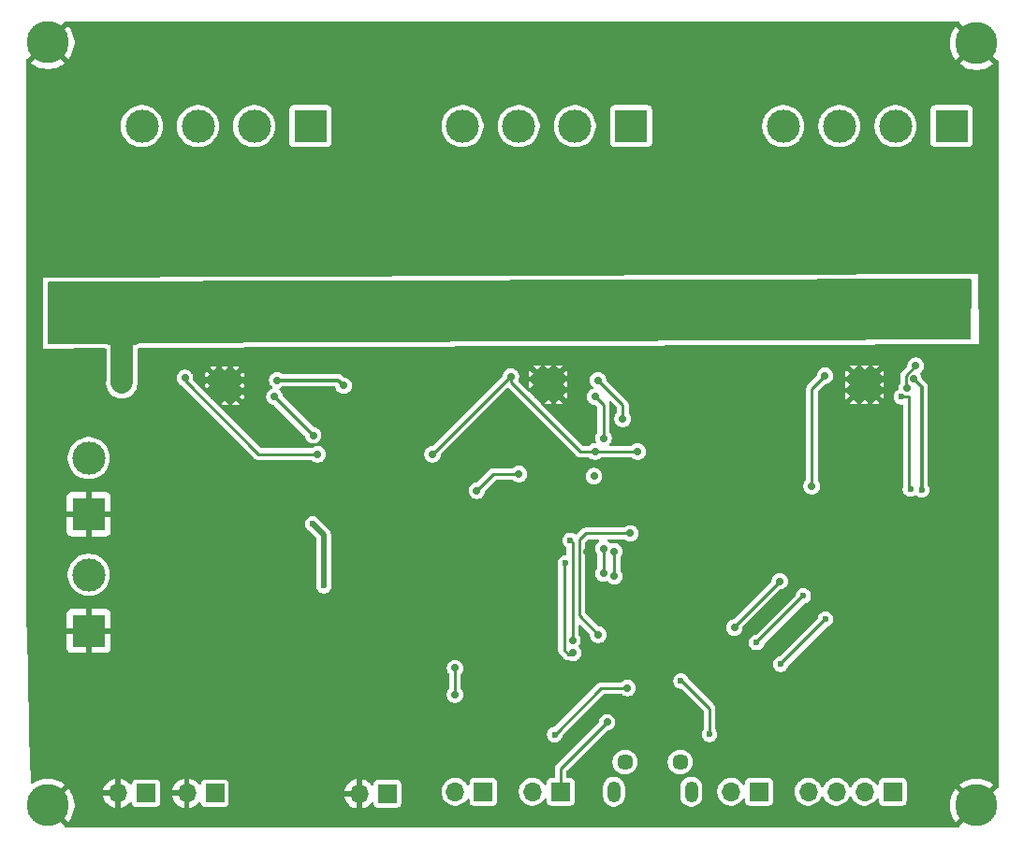
<source format=gbr>
%TF.GenerationSoftware,KiCad,Pcbnew,9.0.0*%
%TF.CreationDate,2025-05-09T00:25:25-07:00*%
%TF.ProjectId,Motor_Controller_Board_v1,4d6f746f-725f-4436-9f6e-74726f6c6c65,v1*%
%TF.SameCoordinates,Original*%
%TF.FileFunction,Copper,L2,Bot*%
%TF.FilePolarity,Positive*%
%FSLAX46Y46*%
G04 Gerber Fmt 4.6, Leading zero omitted, Abs format (unit mm)*
G04 Created by KiCad (PCBNEW 9.0.0) date 2025-05-09 00:25:25*
%MOMM*%
%LPD*%
G01*
G04 APERTURE LIST*
%TA.AperFunction,ComponentPad*%
%ADD10R,3.000000X3.000000*%
%TD*%
%TA.AperFunction,ComponentPad*%
%ADD11C,3.000000*%
%TD*%
%TA.AperFunction,ComponentPad*%
%ADD12R,1.700000X1.700000*%
%TD*%
%TA.AperFunction,ComponentPad*%
%ADD13O,1.700000X1.700000*%
%TD*%
%TA.AperFunction,ComponentPad*%
%ADD14C,3.800000*%
%TD*%
%TA.AperFunction,HeatsinkPad*%
%ADD15C,0.500000*%
%TD*%
%TA.AperFunction,HeatsinkPad*%
%ADD16R,2.500000X2.500000*%
%TD*%
%TA.AperFunction,HeatsinkPad*%
%ADD17O,1.200000X1.900000*%
%TD*%
%TA.AperFunction,HeatsinkPad*%
%ADD18C,1.450000*%
%TD*%
%TA.AperFunction,ViaPad*%
%ADD19C,0.700000*%
%TD*%
%TA.AperFunction,ViaPad*%
%ADD20C,0.600000*%
%TD*%
%TA.AperFunction,Conductor*%
%ADD21C,0.250000*%
%TD*%
%TA.AperFunction,Conductor*%
%ADD22C,2.000000*%
%TD*%
%TA.AperFunction,Conductor*%
%ADD23C,0.500000*%
%TD*%
%TA.AperFunction,Conductor*%
%ADD24C,0.300000*%
%TD*%
G04 APERTURE END LIST*
D10*
%TO.P,J401,1,Pin_1*%
%TO.N,/Stepper Drivers/AGITATE_1B*%
X190720000Y-84930000D03*
D11*
%TO.P,J401,2,Pin_2*%
%TO.N,/Stepper Drivers/AGITATE_1A*%
X185640000Y-84930000D03*
%TO.P,J401,3,Pin_3*%
%TO.N,/Stepper Drivers/AGITATE_2A*%
X180560000Y-84930000D03*
%TO.P,J401,4,Pin_4*%
%TO.N,/Stepper Drivers/AGITATE_2B*%
X175480000Y-84930000D03*
%TD*%
D12*
%TO.P,J301,1,Pin_1*%
%TO.N,unconnected-(J301-Pin_1-Pad1)*%
X185390000Y-145205000D03*
D13*
%TO.P,J301,2,Pin_2*%
%TO.N,/Microcontroller/RXD*%
X182850000Y-145205000D03*
%TO.P,J301,3,Pin_3*%
%TO.N,/Microcontroller/TXD*%
X180310000Y-145205000D03*
%TO.P,J301,4,Pin_4*%
%TO.N,unconnected-(J301-Pin_4-Pad4)*%
X177770000Y-145205000D03*
%TD*%
D14*
%TO.P,H201,1,1*%
%TO.N,GND*%
X192970000Y-77430000D03*
%TD*%
%TO.P,H204,1,1*%
%TO.N,GND*%
X108970000Y-77350000D03*
%TD*%
%TO.P,H203,1,1*%
%TO.N,GND*%
X108970000Y-146430000D03*
%TD*%
D10*
%TO.P,J403,1,Pin_1*%
%TO.N,/Stepper Drivers/VERTICAL_1B*%
X161720000Y-84930000D03*
D11*
%TO.P,J403,2,Pin_2*%
%TO.N,/Stepper Drivers/VERTICAL_1A*%
X156640000Y-84930000D03*
%TO.P,J403,3,Pin_3*%
%TO.N,/Stepper Drivers/VERTICAL_2A*%
X151560000Y-84930000D03*
%TO.P,J403,4,Pin_4*%
%TO.N,/Stepper Drivers/VERTICAL_2B*%
X146480000Y-84930000D03*
%TD*%
D12*
%TO.P,J304,1,Pin_1*%
%TO.N,/Microcontroller/VERTICAL_SWITCH*%
X155350000Y-145205000D03*
D13*
%TO.P,J304,2,Pin_2*%
%TO.N,+3.3V*%
X152810000Y-145205000D03*
%TD*%
D12*
%TO.P,J206,1,Pin_1*%
%TO.N,/Power Supply/DIGITAL_POWER_+24V*%
X124070000Y-145330000D03*
D13*
%TO.P,J206,2,Pin_2*%
%TO.N,GND*%
X121530000Y-145330000D03*
%TD*%
D12*
%TO.P,J305,1,Pin_1*%
%TO.N,/Microcontroller/HORIZONTAL_SWITCH*%
X148350000Y-145205000D03*
D13*
%TO.P,J305,2,Pin_2*%
%TO.N,+3.3V*%
X145810000Y-145205000D03*
%TD*%
D12*
%TO.P,J303,1,Pin_1*%
%TO.N,+3.3V*%
X173310000Y-145205000D03*
D13*
%TO.P,J303,2,Pin_2*%
%TO.N,/Microcontroller/AGITATION_SWITCH*%
X170770000Y-145205000D03*
%TD*%
D12*
%TO.P,J207,1,Pin_1*%
%TO.N,/Power Supply/DIGITAL_POWER_+24V*%
X117845000Y-145330000D03*
D13*
%TO.P,J207,2,Pin_2*%
%TO.N,GND*%
X115305000Y-145330000D03*
%TD*%
D15*
%TO.P,U401,29,GND*%
%TO.N,GND*%
X181850000Y-107330000D03*
X181850000Y-108330000D03*
X181850000Y-109330000D03*
X182850000Y-107330000D03*
X182850000Y-108330000D03*
D16*
X182850000Y-108330000D03*
D15*
X182850000Y-109330000D03*
X183850000Y-107330000D03*
X183850000Y-108330000D03*
X183850000Y-109330000D03*
%TD*%
D10*
%TO.P,J203,1,Pin_1*%
%TO.N,GND*%
X112670000Y-120070000D03*
D11*
%TO.P,J203,2,Pin_2*%
%TO.N,+24V*%
X112670000Y-114990000D03*
%TD*%
D17*
%TO.P,J302,6,Shield*%
%TO.N,unconnected-(J302-Shield-Pad6)_6*%
X160170000Y-145205000D03*
D18*
%TO.N,unconnected-(J302-Shield-Pad6)_4*%
X161170000Y-142505000D03*
%TO.N,unconnected-(J302-Shield-Pad6)_1*%
X166170000Y-142505000D03*
D17*
%TO.N,unconnected-(J302-Shield-Pad6)*%
X167170000Y-145205000D03*
%TD*%
D15*
%TO.P,U403,29,GND*%
%TO.N,GND*%
X153220000Y-107330000D03*
X153220000Y-108330000D03*
X153220000Y-109330000D03*
X154220000Y-107330000D03*
X154220000Y-108330000D03*
D16*
X154220000Y-108330000D03*
D15*
X154220000Y-109330000D03*
X155220000Y-107330000D03*
X155220000Y-108330000D03*
X155220000Y-109330000D03*
%TD*%
D10*
%TO.P,J402,1,Pin_1*%
%TO.N,/Stepper Drivers/HORIZONTAL_1B*%
X132710000Y-84930000D03*
D11*
%TO.P,J402,2,Pin_2*%
%TO.N,/Stepper Drivers/HORIZONTAL_1A*%
X127630000Y-84930000D03*
%TO.P,J402,3,Pin_3*%
%TO.N,/Stepper Drivers/HORIZONTAL_2A*%
X122550000Y-84930000D03*
%TO.P,J402,4,Pin_4*%
%TO.N,/Stepper Drivers/HORIZONTAL_2B*%
X117470000Y-84930000D03*
%TD*%
D15*
%TO.P,U402,29,GND*%
%TO.N,GND*%
X123970000Y-107430000D03*
X123970000Y-108430000D03*
X123970000Y-109430000D03*
X124970000Y-107430000D03*
X124970000Y-108430000D03*
D16*
X124970000Y-108430000D03*
D15*
X124970000Y-109430000D03*
X125970000Y-107430000D03*
X125970000Y-108430000D03*
X125970000Y-109430000D03*
%TD*%
D14*
%TO.P,H202,1,1*%
%TO.N,GND*%
X192970000Y-146430000D03*
%TD*%
D10*
%TO.P,J201,1,Pin_1*%
%TO.N,GND*%
X112670000Y-130630000D03*
D11*
%TO.P,J201,2,Pin_2*%
%TO.N,/Power Supply/DIGITAL_POWER_+24V*%
X112670000Y-125550000D03*
%TD*%
D12*
%TO.P,J202,1,Pin_1*%
%TO.N,+5V*%
X139670000Y-145380000D03*
D13*
%TO.P,J202,2,Pin_2*%
%TO.N,GND*%
X137130000Y-145380000D03*
%TD*%
D19*
%TO.N,/Microcontroller/EN*%
X161645000Y-121800000D03*
%TO.N,DRIVER_ENABLE*%
X162300000Y-114400000D03*
X158446000Y-114400000D03*
D20*
%TO.N,GND*%
X173000000Y-88950000D03*
D19*
%TO.N,+24V*%
X144050000Y-102100000D03*
X143050000Y-101150000D03*
X170950000Y-100300000D03*
X172965000Y-103380000D03*
X179000000Y-103800000D03*
X177200000Y-103800000D03*
X150050000Y-104050000D03*
X120300000Y-104100000D03*
%TO.N,GND*%
X183100000Y-90200000D03*
X188300000Y-92800000D03*
X187700000Y-95800000D03*
X185800000Y-97700000D03*
X178200000Y-92650000D03*
X178300000Y-95400000D03*
X179500000Y-97700000D03*
X183100000Y-93100000D03*
X158900000Y-92300000D03*
X158900000Y-95100000D03*
X157500000Y-97900000D03*
X154200000Y-89700000D03*
X154200000Y-93300000D03*
X154200000Y-96200000D03*
X150000000Y-94200000D03*
X150800000Y-97900000D03*
X120600000Y-97900000D03*
X130850000Y-112950000D03*
D20*
X107271000Y-101900000D03*
D19*
X186170000Y-128490000D03*
X170830000Y-134330000D03*
X191545000Y-135505000D03*
%TO.N,/Microcontroller/HORIZONTAL_SWITCH*%
X161400000Y-135800000D03*
%TO.N,/Microcontroller/VERTICAL_SWITCH*%
X159550000Y-138910000D03*
%TO.N,+3.3V*%
X145800000Y-136400000D03*
X145800000Y-134000000D03*
%TO.N,+24V*%
X145470000Y-103930000D03*
X115270000Y-107030000D03*
D20*
X188286000Y-101138000D03*
X130470000Y-101646000D03*
D19*
X116220000Y-103855000D03*
D20*
X188286000Y-102154000D03*
D19*
X115195000Y-103880000D03*
X115270000Y-108230000D03*
D20*
X130470000Y-102480000D03*
X159280000Y-103120000D03*
D19*
X116270000Y-107030000D03*
X116270000Y-108155000D03*
D20*
X159838000Y-102662000D03*
D19*
%TO.N,GND*%
X186170000Y-138105000D03*
D20*
X126080000Y-123190000D03*
D19*
X146720000Y-119180000D03*
X162070000Y-106030000D03*
X145470000Y-93705000D03*
X174470000Y-114830000D03*
X130070000Y-93330000D03*
X157720000Y-135680000D03*
X181870000Y-124930000D03*
X161720000Y-132680000D03*
D20*
X130120000Y-89200000D03*
X187800000Y-88900000D03*
D19*
X119720000Y-112930000D03*
X140970000Y-110730000D03*
D20*
X155470000Y-116460000D03*
D19*
X139470000Y-97930000D03*
D20*
X158070000Y-112100000D03*
X189250000Y-88900000D03*
D19*
X183070000Y-129630000D03*
D20*
X184950000Y-117170000D03*
D19*
X128970000Y-121430000D03*
X148470000Y-121680000D03*
X165420000Y-94230000D03*
D20*
X150320000Y-114460000D03*
X140026000Y-89454000D03*
X107925000Y-101930000D03*
D19*
X167220000Y-131430000D03*
X163720000Y-132680000D03*
X163720000Y-125930000D03*
D20*
X157170000Y-142940000D03*
D19*
X157720000Y-123430000D03*
X172545000Y-94555000D03*
D20*
X131320000Y-124430000D03*
D19*
X150370000Y-138830000D03*
X185170000Y-141730000D03*
D20*
X116150000Y-89200000D03*
X120070000Y-89200000D03*
D19*
X118570000Y-135230000D03*
X160470000Y-133180000D03*
D20*
X158314000Y-89454000D03*
D19*
X129200000Y-97900000D03*
X161720000Y-125930000D03*
D20*
X150000000Y-89500000D03*
D19*
X192545000Y-132930000D03*
D20*
X164970000Y-141350000D03*
D19*
X191470000Y-143680000D03*
D20*
X155266000Y-133142000D03*
D19*
X124970000Y-97030000D03*
X153720000Y-124430000D03*
X193170000Y-109530000D03*
X126470000Y-116930000D03*
X117670000Y-105730000D03*
X169520000Y-111130000D03*
X168270000Y-94080000D03*
X137170000Y-117230000D03*
X165720000Y-125930000D03*
D20*
X131250000Y-125680000D03*
D19*
X115670000Y-93280000D03*
X137270000Y-110730000D03*
X150720000Y-124430000D03*
D20*
X145614000Y-89454000D03*
D19*
X165970000Y-136180000D03*
X175470000Y-138030000D03*
D20*
X179400000Y-114120000D03*
X159838000Y-89454000D03*
D19*
X167220000Y-129430000D03*
X172570000Y-112230000D03*
X121670000Y-135030000D03*
X125070000Y-93230000D03*
D20*
X125040000Y-89200000D03*
D19*
X132470000Y-106230000D03*
X191720000Y-125930000D03*
X178170000Y-123030000D03*
X140220000Y-122430000D03*
D20*
X189260000Y-111970000D03*
D19*
X150470000Y-141830000D03*
D20*
X160670000Y-140500000D03*
D19*
X120070000Y-93030000D03*
D20*
X178126000Y-88946000D03*
%TO.N,+5V*%
X132914000Y-120950000D03*
D19*
X147770000Y-117930000D03*
D20*
X133930000Y-126538000D03*
D19*
X151570000Y-116430000D03*
%TO.N,/Microcontroller/EN*%
X158770000Y-130980000D03*
D20*
%TO.N,/Microcontroller/AGITATION_SWITCH*%
X168820000Y-140000000D03*
X166230000Y-135180002D03*
%TO.N,/Microcontroller/HORIZONTAL_SWITCH*%
X154810000Y-140020000D03*
D19*
%TO.N,/Stepper Drivers/A_VREF*%
X186670000Y-108630000D03*
X187470000Y-106630000D03*
D20*
%TO.N,AGITATION_STEP*%
X177300000Y-127480000D03*
X186160000Y-109430000D03*
X173080000Y-131690000D03*
X186990000Y-117790000D03*
D19*
%TO.N,HORIZONTAL_DIR*%
X129720000Y-107930000D03*
D20*
X156220000Y-122430000D03*
D19*
X156420000Y-131480000D03*
X135720000Y-108430000D03*
%TO.N,VERTICAL_STEP*%
X159220000Y-123180000D03*
X158470000Y-109430000D03*
X159220000Y-113180000D03*
X159220000Y-125430000D03*
D20*
%TO.N,HORIZONTAL_STEP*%
X155785000Y-124495000D03*
D19*
X156470000Y-132630000D03*
X129470000Y-109430000D03*
X132970000Y-112930000D03*
%TO.N,VERTICAL_DIR*%
X160220000Y-123430000D03*
X158720000Y-107930000D03*
X160970000Y-111430000D03*
X160220000Y-125680000D03*
D20*
%TO.N,AGITATION_DIR*%
X175250000Y-133650000D03*
X179300000Y-129570000D03*
D19*
X187270000Y-107830000D03*
D20*
X188000000Y-117860000D03*
D19*
%TO.N,DRIVER_ENABLE*%
X158370000Y-116630000D03*
X178070000Y-117530000D03*
X133370000Y-114630000D03*
X143770000Y-114630000D03*
X121370000Y-107730000D03*
X175170000Y-126130000D03*
X150836995Y-107622587D03*
X171070000Y-130330000D03*
X179270000Y-107530000D03*
%TO.N,GND*%
X129370000Y-112240000D03*
%TO.N,+24V*%
X170000000Y-99500000D03*
%TD*%
D21*
%TO.N,/Microcontroller/EN*%
X161645000Y-121800000D02*
X157644000Y-121800000D01*
X157044000Y-122400000D02*
X157044000Y-129254000D01*
X157644000Y-121800000D02*
X157044000Y-122400000D01*
%TO.N,DRIVER_ENABLE*%
X158446000Y-114400000D02*
X162300000Y-114400000D01*
X150836995Y-108098995D02*
X157138000Y-114400000D01*
X150836995Y-107622587D02*
X150836995Y-108098995D01*
X157138000Y-114400000D02*
X158446000Y-114400000D01*
%TO.N,/Microcontroller/HORIZONTAL_SWITCH*%
X159030000Y-135800000D02*
X154810000Y-140020000D01*
X161400000Y-135800000D02*
X159030000Y-135800000D01*
%TO.N,+3.3V*%
X145800000Y-134000000D02*
X145800000Y-136400000D01*
D22*
%TO.N,+24V*%
X115670000Y-103430000D02*
X115670000Y-107030000D01*
X115645000Y-108180000D02*
X115670000Y-108155000D01*
X115670000Y-107030000D02*
X115670000Y-108155000D01*
D21*
%TO.N,+5V*%
X151570000Y-116430000D02*
X149270000Y-116430000D01*
D23*
X132914000Y-120950000D02*
X133930000Y-121966000D01*
X133930000Y-121966000D02*
X133930000Y-126538000D01*
D21*
X149270000Y-116430000D02*
X147770000Y-117930000D01*
%TO.N,/Microcontroller/EN*%
X157044000Y-129254000D02*
X158770000Y-130980000D01*
%TO.N,/Microcontroller/AGITATION_SWITCH*%
X168820000Y-140000000D02*
X168820000Y-137650000D01*
X166230000Y-135060000D02*
X166230000Y-135180002D01*
X168820000Y-137650000D02*
X166230000Y-135060000D01*
%TO.N,/Microcontroller/VERTICAL_SWITCH*%
X159550000Y-138910000D02*
X155350000Y-143110000D01*
X155350000Y-143110000D02*
X155350000Y-145205000D01*
%TO.N,/Stepper Drivers/A_VREF*%
X186594000Y-107506000D02*
X187470000Y-106630000D01*
X186670000Y-108630000D02*
X186594000Y-108554000D01*
X186594000Y-108554000D02*
X186594000Y-107506000D01*
%TO.N,AGITATION_STEP*%
X186890000Y-117690000D02*
X186990000Y-117790000D01*
D24*
X177290000Y-127480000D02*
X173080000Y-131690000D01*
D21*
X186890000Y-109430000D02*
X186890000Y-117690000D01*
X186160000Y-109430000D02*
X186890000Y-109430000D01*
D24*
X177300000Y-127480000D02*
X177290000Y-127480000D01*
D21*
%TO.N,HORIZONTAL_DIR*%
X156420000Y-131480000D02*
X156420000Y-122630000D01*
D24*
X129720000Y-107930000D02*
X135220000Y-107930000D01*
D21*
X156420000Y-122630000D02*
X156220000Y-122430000D01*
D24*
X135220000Y-107930000D02*
X135720000Y-108430000D01*
D21*
%TO.N,VERTICAL_STEP*%
X159220000Y-113180000D02*
X159220000Y-110180000D01*
X159220000Y-110180000D02*
X158470000Y-109430000D01*
X159220000Y-125430000D02*
X159220000Y-123180000D01*
%TO.N,HORIZONTAL_STEP*%
X156335351Y-132764649D02*
X156035351Y-132764649D01*
X156035351Y-132764649D02*
X155656000Y-132385298D01*
X155656000Y-132385298D02*
X155656000Y-124624000D01*
X155656000Y-124624000D02*
X155785000Y-124495000D01*
X156470000Y-132630000D02*
X156335351Y-132764649D01*
D24*
X129470000Y-109430000D02*
X132970000Y-112930000D01*
D21*
%TO.N,VERTICAL_DIR*%
X160970000Y-111430000D02*
X160970000Y-110180000D01*
X160220000Y-125680000D02*
X160220000Y-123430000D01*
X160970000Y-110180000D02*
X158720000Y-107930000D01*
D24*
%TO.N,AGITATION_DIR*%
X179300000Y-129570000D02*
X179300000Y-129600000D01*
X188000000Y-108560000D02*
X188000000Y-117860000D01*
X179300000Y-129600000D02*
X175250000Y-133650000D01*
X187270000Y-107830000D02*
X188000000Y-108560000D01*
D21*
%TO.N,DRIVER_ENABLE*%
X150777413Y-107622587D02*
X150836995Y-107622587D01*
X171070000Y-130330000D02*
X171070000Y-130230000D01*
X178070000Y-117530000D02*
X178070000Y-108730000D01*
X121370000Y-107730000D02*
X121370000Y-107982000D01*
X128018000Y-114630000D02*
X133370000Y-114630000D01*
X121370000Y-107982000D02*
X128018000Y-114630000D01*
X171070000Y-130230000D02*
X175170000Y-126130000D01*
X158470000Y-116530000D02*
X158370000Y-116630000D01*
X178070000Y-108730000D02*
X179270000Y-107530000D01*
X143770000Y-114630000D02*
X150777413Y-107622587D01*
%TD*%
%TA.AperFunction,Conductor*%
%TO.N,+24V*%
G36*
X192452580Y-98755427D02*
G01*
X192498524Y-98808067D01*
X192509892Y-98862335D01*
X192409361Y-104156877D01*
X192388407Y-104223531D01*
X192334744Y-104268275D01*
X192285948Y-104278522D01*
X117192081Y-104620715D01*
X117192070Y-104620715D01*
X117106826Y-104630176D01*
X117106822Y-104630176D01*
X117055898Y-104641377D01*
X117055884Y-104641380D01*
X116985142Y-104663898D01*
X116985136Y-104663901D01*
X116877446Y-104730956D01*
X116877443Y-104730959D01*
X116860156Y-104745937D01*
X116796602Y-104774962D01*
X116779162Y-104776224D01*
X114550196Y-104779946D01*
X114483124Y-104760373D01*
X114467879Y-104748865D01*
X114439423Y-104723719D01*
X114439422Y-104723718D01*
X114324537Y-104669894D01*
X114324535Y-104669893D01*
X114324530Y-104669891D01*
X114324527Y-104669890D01*
X114257426Y-104650518D01*
X114257412Y-104650515D01*
X114143090Y-104634608D01*
X114143087Y-104634608D01*
X109060065Y-104657769D01*
X108992937Y-104638390D01*
X108946942Y-104585795D01*
X108935500Y-104533770D01*
X108935500Y-99157610D01*
X108955185Y-99090571D01*
X109007989Y-99044816D01*
X109059053Y-99033611D01*
X192385472Y-98735982D01*
X192452580Y-98755427D01*
G37*
%TD.AperFunction*%
%TD*%
%TA.AperFunction,Conductor*%
%TO.N,GND*%
G36*
X191402353Y-75450185D02*
G01*
X191448108Y-75502989D01*
X191459119Y-75561453D01*
X191458900Y-75565346D01*
X192387263Y-76493709D01*
X192253398Y-76590967D01*
X192130967Y-76713398D01*
X192033709Y-76847262D01*
X191105345Y-75918899D01*
X191009568Y-76039001D01*
X190866152Y-76267247D01*
X190749198Y-76510104D01*
X190749192Y-76510118D01*
X190660167Y-76764536D01*
X190660163Y-76764548D01*
X190600181Y-77027348D01*
X190600178Y-77027366D01*
X190570000Y-77295212D01*
X190570000Y-77564787D01*
X190600178Y-77832633D01*
X190600181Y-77832651D01*
X190660163Y-78095451D01*
X190660167Y-78095463D01*
X190749192Y-78349881D01*
X190749198Y-78349895D01*
X190866152Y-78592752D01*
X191009568Y-78820998D01*
X191105346Y-78941099D01*
X192033708Y-78012736D01*
X192130967Y-78146602D01*
X192253398Y-78269033D01*
X192387262Y-78366290D01*
X191458899Y-79294652D01*
X191458900Y-79294653D01*
X191578993Y-79390427D01*
X191578997Y-79390429D01*
X191807247Y-79533847D01*
X192050104Y-79650801D01*
X192050118Y-79650807D01*
X192304536Y-79739832D01*
X192304548Y-79739836D01*
X192567348Y-79799818D01*
X192567366Y-79799821D01*
X192835212Y-79829999D01*
X192835216Y-79830000D01*
X193104784Y-79830000D01*
X193104787Y-79829999D01*
X193372633Y-79799821D01*
X193372651Y-79799818D01*
X193635451Y-79739836D01*
X193635463Y-79739832D01*
X193889881Y-79650807D01*
X193889895Y-79650801D01*
X194132752Y-79533847D01*
X194360999Y-79390431D01*
X194481098Y-79294653D01*
X194481099Y-79294652D01*
X193552737Y-78366290D01*
X193686602Y-78269033D01*
X193809033Y-78146602D01*
X193906290Y-78012737D01*
X194834651Y-78941098D01*
X194838547Y-78940880D01*
X194906585Y-78956775D01*
X194955229Y-79006930D01*
X194969500Y-79064685D01*
X194969500Y-144795313D01*
X194949815Y-144862352D01*
X194897011Y-144908107D01*
X194838549Y-144919118D01*
X194834652Y-144918899D01*
X193906290Y-145847262D01*
X193809033Y-145713398D01*
X193686602Y-145590967D01*
X193552736Y-145493709D01*
X194481099Y-144565346D01*
X194360998Y-144469568D01*
X194132752Y-144326152D01*
X193889895Y-144209198D01*
X193889881Y-144209192D01*
X193635463Y-144120167D01*
X193635451Y-144120163D01*
X193372651Y-144060181D01*
X193372633Y-144060178D01*
X193104787Y-144030000D01*
X192835212Y-144030000D01*
X192567366Y-144060178D01*
X192567348Y-144060181D01*
X192304548Y-144120163D01*
X192304536Y-144120167D01*
X192050118Y-144209192D01*
X192050104Y-144209198D01*
X191807247Y-144326152D01*
X191579001Y-144469568D01*
X191458899Y-144565345D01*
X192387263Y-145493709D01*
X192253398Y-145590967D01*
X192130967Y-145713398D01*
X192033709Y-145847262D01*
X191105345Y-144918899D01*
X191009568Y-145039001D01*
X190866152Y-145267247D01*
X190749198Y-145510104D01*
X190749192Y-145510118D01*
X190660167Y-145764536D01*
X190660163Y-145764548D01*
X190600181Y-146027348D01*
X190600178Y-146027366D01*
X190570000Y-146295212D01*
X190570000Y-146564787D01*
X190600178Y-146832633D01*
X190600181Y-146832651D01*
X190660163Y-147095451D01*
X190660167Y-147095463D01*
X190749192Y-147349881D01*
X190749198Y-147349895D01*
X190866152Y-147592752D01*
X191009568Y-147820998D01*
X191105346Y-147941099D01*
X192033708Y-147012736D01*
X192130967Y-147146602D01*
X192253398Y-147269033D01*
X192387262Y-147366290D01*
X191458900Y-148294651D01*
X191459119Y-148298547D01*
X191443224Y-148366585D01*
X191393069Y-148415229D01*
X191335314Y-148429500D01*
X110604685Y-148429500D01*
X110537646Y-148409815D01*
X110491891Y-148357011D01*
X110480880Y-148298547D01*
X110481098Y-148294651D01*
X109552737Y-147366290D01*
X109686602Y-147269033D01*
X109809033Y-147146602D01*
X109906290Y-147012737D01*
X110834652Y-147941099D01*
X110834653Y-147941098D01*
X110930431Y-147820999D01*
X111073847Y-147592752D01*
X111190801Y-147349895D01*
X111190807Y-147349881D01*
X111279832Y-147095463D01*
X111279836Y-147095451D01*
X111339818Y-146832651D01*
X111339821Y-146832633D01*
X111369999Y-146564787D01*
X111370000Y-146564783D01*
X111370000Y-146295216D01*
X111369999Y-146295212D01*
X111339821Y-146027366D01*
X111339818Y-146027348D01*
X111279836Y-145764548D01*
X111279832Y-145764536D01*
X111216622Y-145583891D01*
X111190807Y-145510118D01*
X111190801Y-145510104D01*
X111073847Y-145267247D01*
X111020934Y-145183036D01*
X110956193Y-145080000D01*
X113977769Y-145080000D01*
X114871988Y-145080000D01*
X114839075Y-145137007D01*
X114805000Y-145264174D01*
X114805000Y-145395826D01*
X114839075Y-145522993D01*
X114871988Y-145580000D01*
X113977769Y-145580000D01*
X113988242Y-145646126D01*
X113988242Y-145646129D01*
X114053904Y-145848217D01*
X114150379Y-146037557D01*
X114275272Y-146209459D01*
X114275276Y-146209464D01*
X114425535Y-146359723D01*
X114425540Y-146359727D01*
X114597442Y-146484620D01*
X114786782Y-146581095D01*
X114988871Y-146646757D01*
X115055000Y-146657231D01*
X115055000Y-145763012D01*
X115112007Y-145795925D01*
X115239174Y-145830000D01*
X115370826Y-145830000D01*
X115497993Y-145795925D01*
X115555000Y-145763012D01*
X115555000Y-146657230D01*
X115621126Y-146646757D01*
X115621129Y-146646757D01*
X115823217Y-146581095D01*
X116012557Y-146484620D01*
X116184459Y-146359727D01*
X116184464Y-146359723D01*
X116334725Y-146209462D01*
X116371776Y-146158465D01*
X116427105Y-146115798D01*
X116496719Y-146109818D01*
X116558514Y-146142423D01*
X116592872Y-146203262D01*
X116594568Y-146211951D01*
X116609352Y-146305300D01*
X116609353Y-146305303D01*
X116609354Y-146305304D01*
X116666950Y-146418342D01*
X116666952Y-146418344D01*
X116666954Y-146418347D01*
X116756652Y-146508045D01*
X116756654Y-146508046D01*
X116756658Y-146508050D01*
X116868002Y-146564783D01*
X116869698Y-146565647D01*
X116963475Y-146580499D01*
X116963481Y-146580500D01*
X118726518Y-146580499D01*
X118820304Y-146565646D01*
X118933342Y-146508050D01*
X119023050Y-146418342D01*
X119080646Y-146305304D01*
X119080646Y-146305302D01*
X119080647Y-146305301D01*
X119091711Y-146235444D01*
X119095500Y-146211519D01*
X119095499Y-145080000D01*
X120202769Y-145080000D01*
X121096988Y-145080000D01*
X121064075Y-145137007D01*
X121030000Y-145264174D01*
X121030000Y-145395826D01*
X121064075Y-145522993D01*
X121096988Y-145580000D01*
X120202769Y-145580000D01*
X120213242Y-145646126D01*
X120213242Y-145646129D01*
X120278904Y-145848217D01*
X120375379Y-146037557D01*
X120500272Y-146209459D01*
X120500276Y-146209464D01*
X120650535Y-146359723D01*
X120650540Y-146359727D01*
X120822442Y-146484620D01*
X121011782Y-146581095D01*
X121213871Y-146646757D01*
X121280000Y-146657231D01*
X121280000Y-145763012D01*
X121337007Y-145795925D01*
X121464174Y-145830000D01*
X121595826Y-145830000D01*
X121722993Y-145795925D01*
X121780000Y-145763012D01*
X121780000Y-146657230D01*
X121846126Y-146646757D01*
X121846129Y-146646757D01*
X122048217Y-146581095D01*
X122237557Y-146484620D01*
X122409459Y-146359727D01*
X122409464Y-146359723D01*
X122559725Y-146209462D01*
X122596776Y-146158465D01*
X122652105Y-146115798D01*
X122721719Y-146109818D01*
X122783514Y-146142423D01*
X122817872Y-146203262D01*
X122819568Y-146211951D01*
X122834352Y-146305300D01*
X122834353Y-146305303D01*
X122834354Y-146305304D01*
X122891950Y-146418342D01*
X122891952Y-146418344D01*
X122891954Y-146418347D01*
X122981652Y-146508045D01*
X122981654Y-146508046D01*
X122981658Y-146508050D01*
X123093002Y-146564783D01*
X123094698Y-146565647D01*
X123188475Y-146580499D01*
X123188481Y-146580500D01*
X124951518Y-146580499D01*
X125045304Y-146565646D01*
X125158342Y-146508050D01*
X125248050Y-146418342D01*
X125305646Y-146305304D01*
X125305646Y-146305302D01*
X125305647Y-146305301D01*
X125316711Y-146235444D01*
X125320500Y-146211519D01*
X125320499Y-145130000D01*
X135802769Y-145130000D01*
X136696988Y-145130000D01*
X136664075Y-145187007D01*
X136630000Y-145314174D01*
X136630000Y-145445826D01*
X136664075Y-145572993D01*
X136696988Y-145630000D01*
X135802769Y-145630000D01*
X135813242Y-145696126D01*
X135813242Y-145696129D01*
X135878904Y-145898217D01*
X135975379Y-146087557D01*
X136100272Y-146259459D01*
X136100276Y-146259464D01*
X136250535Y-146409723D01*
X136250540Y-146409727D01*
X136422442Y-146534620D01*
X136611782Y-146631095D01*
X136813871Y-146696757D01*
X136880000Y-146707231D01*
X136880000Y-145813012D01*
X136937007Y-145845925D01*
X137064174Y-145880000D01*
X137195826Y-145880000D01*
X137322993Y-145845925D01*
X137380000Y-145813012D01*
X137380000Y-146707230D01*
X137446126Y-146696757D01*
X137446129Y-146696757D01*
X137648217Y-146631095D01*
X137837557Y-146534620D01*
X138009459Y-146409727D01*
X138009464Y-146409723D01*
X138159725Y-146259462D01*
X138196776Y-146208465D01*
X138252105Y-146165798D01*
X138321719Y-146159818D01*
X138383514Y-146192423D01*
X138417872Y-146253262D01*
X138419568Y-146261951D01*
X138434352Y-146355300D01*
X138434353Y-146355303D01*
X138434354Y-146355304D01*
X138491950Y-146468342D01*
X138491952Y-146468344D01*
X138491954Y-146468347D01*
X138581652Y-146558045D01*
X138581654Y-146558046D01*
X138581658Y-146558050D01*
X138677290Y-146606777D01*
X138694698Y-146615647D01*
X138788475Y-146630499D01*
X138788481Y-146630500D01*
X140551518Y-146630499D01*
X140645304Y-146615646D01*
X140758342Y-146558050D01*
X140848050Y-146468342D01*
X140905646Y-146355304D01*
X140905646Y-146355302D01*
X140905647Y-146355301D01*
X140918440Y-146274523D01*
X140920500Y-146261519D01*
X140920499Y-145106577D01*
X144559500Y-145106577D01*
X144559500Y-145303422D01*
X144590290Y-145497826D01*
X144651117Y-145685029D01*
X144721781Y-145823714D01*
X144740476Y-145860405D01*
X144856172Y-146019646D01*
X144995354Y-146158828D01*
X145154595Y-146274524D01*
X145195198Y-146295212D01*
X145329970Y-146363882D01*
X145329972Y-146363882D01*
X145329975Y-146363884D01*
X145388962Y-146383050D01*
X145517173Y-146424709D01*
X145711578Y-146455500D01*
X145711583Y-146455500D01*
X145908422Y-146455500D01*
X146102826Y-146424709D01*
X146122421Y-146418342D01*
X146290025Y-146363884D01*
X146465405Y-146274524D01*
X146624646Y-146158828D01*
X146763828Y-146019646D01*
X146875184Y-145866378D01*
X146930512Y-145823714D01*
X147000125Y-145817735D01*
X147061920Y-145850341D01*
X147096277Y-145911179D01*
X147099500Y-145939264D01*
X147099500Y-146086517D01*
X147104138Y-146115798D01*
X147114354Y-146180304D01*
X147171950Y-146293342D01*
X147171952Y-146293344D01*
X147171954Y-146293347D01*
X147261652Y-146383045D01*
X147261654Y-146383046D01*
X147261658Y-146383050D01*
X147374694Y-146440645D01*
X147374698Y-146440647D01*
X147468475Y-146455499D01*
X147468481Y-146455500D01*
X149231518Y-146455499D01*
X149325304Y-146440646D01*
X149438342Y-146383050D01*
X149528050Y-146293342D01*
X149585646Y-146180304D01*
X149585646Y-146180302D01*
X149585647Y-146180301D01*
X149596810Y-146109818D01*
X149600500Y-146086519D01*
X149600499Y-145106577D01*
X151559500Y-145106577D01*
X151559500Y-145303422D01*
X151590290Y-145497826D01*
X151651117Y-145685029D01*
X151721781Y-145823714D01*
X151740476Y-145860405D01*
X151856172Y-146019646D01*
X151995354Y-146158828D01*
X152154595Y-146274524D01*
X152195198Y-146295212D01*
X152329970Y-146363882D01*
X152329972Y-146363882D01*
X152329975Y-146363884D01*
X152388962Y-146383050D01*
X152517173Y-146424709D01*
X152711578Y-146455500D01*
X152711583Y-146455500D01*
X152908422Y-146455500D01*
X153102826Y-146424709D01*
X153122421Y-146418342D01*
X153290025Y-146363884D01*
X153465405Y-146274524D01*
X153624646Y-146158828D01*
X153763828Y-146019646D01*
X153875184Y-145866378D01*
X153930512Y-145823714D01*
X154000125Y-145817735D01*
X154061920Y-145850341D01*
X154096277Y-145911179D01*
X154099500Y-145939264D01*
X154099500Y-146086517D01*
X154104138Y-146115798D01*
X154114354Y-146180304D01*
X154171950Y-146293342D01*
X154171952Y-146293344D01*
X154171954Y-146293347D01*
X154261652Y-146383045D01*
X154261654Y-146383046D01*
X154261658Y-146383050D01*
X154374694Y-146440645D01*
X154374698Y-146440647D01*
X154468475Y-146455499D01*
X154468481Y-146455500D01*
X156231518Y-146455499D01*
X156325304Y-146440646D01*
X156438342Y-146383050D01*
X156528050Y-146293342D01*
X156585646Y-146180304D01*
X156585646Y-146180302D01*
X156585647Y-146180301D01*
X156596810Y-146109818D01*
X156600500Y-146086519D01*
X156600500Y-145653543D01*
X159169499Y-145653543D01*
X159207947Y-145846829D01*
X159207950Y-145846839D01*
X159283364Y-146028907D01*
X159283371Y-146028920D01*
X159392860Y-146192781D01*
X159392863Y-146192785D01*
X159532214Y-146332136D01*
X159532218Y-146332139D01*
X159696079Y-146441628D01*
X159696092Y-146441635D01*
X159878160Y-146517049D01*
X159878165Y-146517051D01*
X159878169Y-146517051D01*
X159878170Y-146517052D01*
X160071456Y-146555500D01*
X160071459Y-146555500D01*
X160268543Y-146555500D01*
X160398582Y-146529632D01*
X160461835Y-146517051D01*
X160643914Y-146441632D01*
X160807782Y-146332139D01*
X160947139Y-146192782D01*
X161056632Y-146028914D01*
X161060471Y-146019647D01*
X161110768Y-145898217D01*
X161132051Y-145846835D01*
X161148419Y-145764548D01*
X161170500Y-145653543D01*
X166169499Y-145653543D01*
X166207947Y-145846829D01*
X166207950Y-145846839D01*
X166283364Y-146028907D01*
X166283371Y-146028920D01*
X166392860Y-146192781D01*
X166392863Y-146192785D01*
X166532214Y-146332136D01*
X166532218Y-146332139D01*
X166696079Y-146441628D01*
X166696092Y-146441635D01*
X166878160Y-146517049D01*
X166878165Y-146517051D01*
X166878169Y-146517051D01*
X166878170Y-146517052D01*
X167071456Y-146555500D01*
X167071459Y-146555500D01*
X167268543Y-146555500D01*
X167398582Y-146529632D01*
X167461835Y-146517051D01*
X167643914Y-146441632D01*
X167807782Y-146332139D01*
X167947139Y-146192782D01*
X168056632Y-146028914D01*
X168060471Y-146019647D01*
X168110768Y-145898217D01*
X168132051Y-145846835D01*
X168148419Y-145764548D01*
X168170500Y-145653543D01*
X168170500Y-145106577D01*
X169519500Y-145106577D01*
X169519500Y-145303422D01*
X169550290Y-145497826D01*
X169611117Y-145685029D01*
X169681781Y-145823714D01*
X169700476Y-145860405D01*
X169816172Y-146019646D01*
X169955354Y-146158828D01*
X170114595Y-146274524D01*
X170155198Y-146295212D01*
X170289970Y-146363882D01*
X170289972Y-146363882D01*
X170289975Y-146363884D01*
X170348962Y-146383050D01*
X170477173Y-146424709D01*
X170671578Y-146455500D01*
X170671583Y-146455500D01*
X170868422Y-146455500D01*
X171062826Y-146424709D01*
X171082421Y-146418342D01*
X171250025Y-146363884D01*
X171425405Y-146274524D01*
X171584646Y-146158828D01*
X171723828Y-146019646D01*
X171835184Y-145866378D01*
X171890512Y-145823714D01*
X171960125Y-145817735D01*
X172021920Y-145850341D01*
X172056277Y-145911179D01*
X172059500Y-145939264D01*
X172059500Y-146086517D01*
X172064138Y-146115798D01*
X172074354Y-146180304D01*
X172131950Y-146293342D01*
X172131952Y-146293344D01*
X172131954Y-146293347D01*
X172221652Y-146383045D01*
X172221654Y-146383046D01*
X172221658Y-146383050D01*
X172334694Y-146440645D01*
X172334698Y-146440647D01*
X172428475Y-146455499D01*
X172428481Y-146455500D01*
X174191518Y-146455499D01*
X174285304Y-146440646D01*
X174398342Y-146383050D01*
X174488050Y-146293342D01*
X174545646Y-146180304D01*
X174545646Y-146180302D01*
X174545647Y-146180301D01*
X174556810Y-146109818D01*
X174560500Y-146086519D01*
X174560499Y-145106577D01*
X176519500Y-145106577D01*
X176519500Y-145303422D01*
X176550290Y-145497826D01*
X176611117Y-145685029D01*
X176681781Y-145823714D01*
X176700476Y-145860405D01*
X176816172Y-146019646D01*
X176955354Y-146158828D01*
X177114595Y-146274524D01*
X177155198Y-146295212D01*
X177289970Y-146363882D01*
X177289972Y-146363882D01*
X177289975Y-146363884D01*
X177348962Y-146383050D01*
X177477173Y-146424709D01*
X177671578Y-146455500D01*
X177671583Y-146455500D01*
X177868422Y-146455500D01*
X178062826Y-146424709D01*
X178082421Y-146418342D01*
X178250025Y-146363884D01*
X178425405Y-146274524D01*
X178584646Y-146158828D01*
X178723828Y-146019646D01*
X178839524Y-145860405D01*
X178905918Y-145730099D01*
X178929515Y-145683787D01*
X178977489Y-145632990D01*
X179045310Y-145616195D01*
X179111445Y-145638732D01*
X179150485Y-145683787D01*
X179240474Y-145860403D01*
X179267948Y-145898217D01*
X179356172Y-146019646D01*
X179495354Y-146158828D01*
X179654595Y-146274524D01*
X179695198Y-146295212D01*
X179829970Y-146363882D01*
X179829972Y-146363882D01*
X179829975Y-146363884D01*
X179888962Y-146383050D01*
X180017173Y-146424709D01*
X180211578Y-146455500D01*
X180211583Y-146455500D01*
X180408422Y-146455500D01*
X180602826Y-146424709D01*
X180622421Y-146418342D01*
X180790025Y-146363884D01*
X180965405Y-146274524D01*
X181124646Y-146158828D01*
X181263828Y-146019646D01*
X181379524Y-145860405D01*
X181445918Y-145730099D01*
X181469515Y-145683787D01*
X181517489Y-145632990D01*
X181585310Y-145616195D01*
X181651445Y-145638732D01*
X181690485Y-145683787D01*
X181780474Y-145860403D01*
X181807948Y-145898217D01*
X181896172Y-146019646D01*
X182035354Y-146158828D01*
X182194595Y-146274524D01*
X182235198Y-146295212D01*
X182369970Y-146363882D01*
X182369972Y-146363882D01*
X182369975Y-146363884D01*
X182428962Y-146383050D01*
X182557173Y-146424709D01*
X182751578Y-146455500D01*
X182751583Y-146455500D01*
X182948422Y-146455500D01*
X183142826Y-146424709D01*
X183162421Y-146418342D01*
X183330025Y-146363884D01*
X183505405Y-146274524D01*
X183664646Y-146158828D01*
X183803828Y-146019646D01*
X183915184Y-145866378D01*
X183970512Y-145823714D01*
X184040125Y-145817735D01*
X184101920Y-145850341D01*
X184136277Y-145911179D01*
X184139500Y-145939264D01*
X184139500Y-146086517D01*
X184144138Y-146115798D01*
X184154354Y-146180304D01*
X184211950Y-146293342D01*
X184211952Y-146293344D01*
X184211954Y-146293347D01*
X184301652Y-146383045D01*
X184301654Y-146383046D01*
X184301658Y-146383050D01*
X184414694Y-146440645D01*
X184414698Y-146440647D01*
X184508475Y-146455499D01*
X184508481Y-146455500D01*
X186271518Y-146455499D01*
X186365304Y-146440646D01*
X186478342Y-146383050D01*
X186568050Y-146293342D01*
X186625646Y-146180304D01*
X186625646Y-146180302D01*
X186625647Y-146180301D01*
X186636810Y-146109818D01*
X186640500Y-146086519D01*
X186640499Y-144323482D01*
X186625646Y-144229696D01*
X186568050Y-144116658D01*
X186568046Y-144116654D01*
X186568045Y-144116652D01*
X186478347Y-144026954D01*
X186478344Y-144026952D01*
X186478342Y-144026950D01*
X186396580Y-143985290D01*
X186365301Y-143969352D01*
X186271524Y-143954500D01*
X184508482Y-143954500D01*
X184427519Y-143967323D01*
X184414696Y-143969354D01*
X184301658Y-144026950D01*
X184301657Y-144026951D01*
X184301652Y-144026954D01*
X184211954Y-144116652D01*
X184211951Y-144116657D01*
X184211950Y-144116658D01*
X184205711Y-144128903D01*
X184154352Y-144229698D01*
X184139500Y-144323475D01*
X184139500Y-144470733D01*
X184119815Y-144537772D01*
X184067011Y-144583527D01*
X183997853Y-144593471D01*
X183934297Y-144564446D01*
X183915182Y-144543619D01*
X183883883Y-144500540D01*
X183803828Y-144390354D01*
X183664646Y-144251172D01*
X183505405Y-144135476D01*
X183493678Y-144129501D01*
X183330029Y-144046117D01*
X183142826Y-143985290D01*
X182948422Y-143954500D01*
X182948417Y-143954500D01*
X182751583Y-143954500D01*
X182751578Y-143954500D01*
X182557173Y-143985290D01*
X182369970Y-144046117D01*
X182194594Y-144135476D01*
X182103741Y-144201485D01*
X182035354Y-144251172D01*
X182035352Y-144251174D01*
X182035351Y-144251174D01*
X181896174Y-144390351D01*
X181896174Y-144390352D01*
X181896172Y-144390354D01*
X181854255Y-144448048D01*
X181780476Y-144549594D01*
X181690485Y-144726213D01*
X181642511Y-144777009D01*
X181574690Y-144793804D01*
X181508555Y-144771267D01*
X181469515Y-144726213D01*
X181403736Y-144597115D01*
X181379524Y-144549595D01*
X181263828Y-144390354D01*
X181124646Y-144251172D01*
X180965405Y-144135476D01*
X180953678Y-144129501D01*
X180790029Y-144046117D01*
X180602826Y-143985290D01*
X180408422Y-143954500D01*
X180408417Y-143954500D01*
X180211583Y-143954500D01*
X180211578Y-143954500D01*
X180017173Y-143985290D01*
X179829970Y-144046117D01*
X179654594Y-144135476D01*
X179563741Y-144201485D01*
X179495354Y-144251172D01*
X179495352Y-144251174D01*
X179495351Y-144251174D01*
X179356174Y-144390351D01*
X179356174Y-144390352D01*
X179356172Y-144390354D01*
X179314255Y-144448048D01*
X179240476Y-144549594D01*
X179150485Y-144726213D01*
X179102511Y-144777009D01*
X179034690Y-144793804D01*
X178968555Y-144771267D01*
X178929515Y-144726213D01*
X178863736Y-144597115D01*
X178839524Y-144549595D01*
X178723828Y-144390354D01*
X178584646Y-144251172D01*
X178425405Y-144135476D01*
X178413678Y-144129501D01*
X178250029Y-144046117D01*
X178062826Y-143985290D01*
X177868422Y-143954500D01*
X177868417Y-143954500D01*
X177671583Y-143954500D01*
X177671578Y-143954500D01*
X177477173Y-143985290D01*
X177289970Y-144046117D01*
X177114594Y-144135476D01*
X177023741Y-144201485D01*
X176955354Y-144251172D01*
X176955352Y-144251174D01*
X176955351Y-144251174D01*
X176816174Y-144390351D01*
X176816174Y-144390352D01*
X176816172Y-144390354D01*
X176774255Y-144448048D01*
X176700476Y-144549594D01*
X176611117Y-144724970D01*
X176550290Y-144912173D01*
X176519500Y-145106577D01*
X174560499Y-145106577D01*
X174560499Y-144323482D01*
X174545646Y-144229696D01*
X174488050Y-144116658D01*
X174488046Y-144116654D01*
X174488045Y-144116652D01*
X174398347Y-144026954D01*
X174398344Y-144026952D01*
X174398342Y-144026950D01*
X174316580Y-143985290D01*
X174285301Y-143969352D01*
X174191524Y-143954500D01*
X172428482Y-143954500D01*
X172347519Y-143967323D01*
X172334696Y-143969354D01*
X172221658Y-144026950D01*
X172221657Y-144026951D01*
X172221652Y-144026954D01*
X172131954Y-144116652D01*
X172131951Y-144116657D01*
X172131950Y-144116658D01*
X172125711Y-144128903D01*
X172074352Y-144229698D01*
X172059500Y-144323475D01*
X172059500Y-144470733D01*
X172039815Y-144537772D01*
X171987011Y-144583527D01*
X171917853Y-144593471D01*
X171854297Y-144564446D01*
X171835182Y-144543619D01*
X171803883Y-144500540D01*
X171723828Y-144390354D01*
X171584646Y-144251172D01*
X171425405Y-144135476D01*
X171413678Y-144129501D01*
X171250029Y-144046117D01*
X171062826Y-143985290D01*
X170868422Y-143954500D01*
X170868417Y-143954500D01*
X170671583Y-143954500D01*
X170671578Y-143954500D01*
X170477173Y-143985290D01*
X170289970Y-144046117D01*
X170114594Y-144135476D01*
X170023741Y-144201485D01*
X169955354Y-144251172D01*
X169955352Y-144251174D01*
X169955351Y-144251174D01*
X169816174Y-144390351D01*
X169816174Y-144390352D01*
X169816172Y-144390354D01*
X169774255Y-144448048D01*
X169700476Y-144549594D01*
X169611117Y-144724970D01*
X169550290Y-144912173D01*
X169519500Y-145106577D01*
X168170500Y-145106577D01*
X168170500Y-144756456D01*
X168132052Y-144563170D01*
X168132051Y-144563169D01*
X168132051Y-144563165D01*
X168105079Y-144498048D01*
X168056635Y-144381092D01*
X168056628Y-144381079D01*
X167947139Y-144217218D01*
X167947136Y-144217214D01*
X167807785Y-144077863D01*
X167807781Y-144077860D01*
X167643920Y-143968371D01*
X167643907Y-143968364D01*
X167461839Y-143892950D01*
X167461829Y-143892947D01*
X167268543Y-143854500D01*
X167268541Y-143854500D01*
X167071459Y-143854500D01*
X167071457Y-143854500D01*
X166878170Y-143892947D01*
X166878160Y-143892950D01*
X166696092Y-143968364D01*
X166696079Y-143968371D01*
X166532218Y-144077860D01*
X166532214Y-144077863D01*
X166392863Y-144217214D01*
X166392860Y-144217218D01*
X166283371Y-144381079D01*
X166283364Y-144381092D01*
X166207950Y-144563160D01*
X166207947Y-144563170D01*
X166169500Y-144756456D01*
X166169500Y-144756459D01*
X166169500Y-145653541D01*
X166169500Y-145653543D01*
X166169499Y-145653543D01*
X161170500Y-145653543D01*
X161170500Y-144756456D01*
X161132052Y-144563170D01*
X161132051Y-144563169D01*
X161132051Y-144563165D01*
X161105079Y-144498048D01*
X161056635Y-144381092D01*
X161056628Y-144381079D01*
X160947139Y-144217218D01*
X160947136Y-144217214D01*
X160807785Y-144077863D01*
X160807781Y-144077860D01*
X160643920Y-143968371D01*
X160643907Y-143968364D01*
X160461839Y-143892950D01*
X160461829Y-143892947D01*
X160268543Y-143854500D01*
X160268541Y-143854500D01*
X160071459Y-143854500D01*
X160071457Y-143854500D01*
X159878170Y-143892947D01*
X159878160Y-143892950D01*
X159696092Y-143968364D01*
X159696079Y-143968371D01*
X159532218Y-144077860D01*
X159532214Y-144077863D01*
X159392863Y-144217214D01*
X159392860Y-144217218D01*
X159283371Y-144381079D01*
X159283364Y-144381092D01*
X159207950Y-144563160D01*
X159207947Y-144563170D01*
X159169500Y-144756456D01*
X159169500Y-144756459D01*
X159169500Y-145653541D01*
X159169500Y-145653543D01*
X159169499Y-145653543D01*
X156600500Y-145653543D01*
X156600499Y-144323482D01*
X156585646Y-144229696D01*
X156528050Y-144116658D01*
X156528046Y-144116654D01*
X156528045Y-144116652D01*
X156438347Y-144026954D01*
X156438344Y-144026952D01*
X156438342Y-144026950D01*
X156356580Y-143985290D01*
X156325301Y-143969352D01*
X156231524Y-143954500D01*
X156231519Y-143954500D01*
X155999500Y-143954500D01*
X155932461Y-143934815D01*
X155886706Y-143882011D01*
X155875500Y-143830500D01*
X155875500Y-143379031D01*
X155895185Y-143311992D01*
X155911819Y-143291350D01*
X156786748Y-142416421D01*
X160044500Y-142416421D01*
X160044500Y-142593578D01*
X160072214Y-142768556D01*
X160126956Y-142937039D01*
X160126957Y-142937042D01*
X160207386Y-143094890D01*
X160311517Y-143238214D01*
X160436786Y-143363483D01*
X160580110Y-143467614D01*
X160657529Y-143507061D01*
X160737957Y-143548042D01*
X160737960Y-143548043D01*
X160822201Y-143575414D01*
X160906445Y-143602786D01*
X161081421Y-143630500D01*
X161081422Y-143630500D01*
X161258578Y-143630500D01*
X161258579Y-143630500D01*
X161433555Y-143602786D01*
X161602042Y-143548042D01*
X161759890Y-143467614D01*
X161903214Y-143363483D01*
X162028483Y-143238214D01*
X162132614Y-143094890D01*
X162213042Y-142937042D01*
X162267786Y-142768555D01*
X162295500Y-142593579D01*
X162295500Y-142416421D01*
X165044500Y-142416421D01*
X165044500Y-142593578D01*
X165072214Y-142768556D01*
X165126956Y-142937039D01*
X165126957Y-142937042D01*
X165207386Y-143094890D01*
X165311517Y-143238214D01*
X165436786Y-143363483D01*
X165580110Y-143467614D01*
X165657529Y-143507061D01*
X165737957Y-143548042D01*
X165737960Y-143548043D01*
X165822201Y-143575414D01*
X165906445Y-143602786D01*
X166081421Y-143630500D01*
X166081422Y-143630500D01*
X166258578Y-143630500D01*
X166258579Y-143630500D01*
X166433555Y-143602786D01*
X166602042Y-143548042D01*
X166759890Y-143467614D01*
X166903214Y-143363483D01*
X167028483Y-143238214D01*
X167132614Y-143094890D01*
X167213042Y-142937042D01*
X167267786Y-142768555D01*
X167295500Y-142593579D01*
X167295500Y-142416421D01*
X167267786Y-142241445D01*
X167213042Y-142072958D01*
X167213042Y-142072957D01*
X167132613Y-141915109D01*
X167028483Y-141771786D01*
X166903214Y-141646517D01*
X166759890Y-141542386D01*
X166602042Y-141461957D01*
X166602039Y-141461956D01*
X166433556Y-141407214D01*
X166346067Y-141393357D01*
X166258579Y-141379500D01*
X166081421Y-141379500D01*
X166023095Y-141388738D01*
X165906443Y-141407214D01*
X165737960Y-141461956D01*
X165737957Y-141461957D01*
X165580109Y-141542386D01*
X165498338Y-141601796D01*
X165436786Y-141646517D01*
X165436784Y-141646519D01*
X165436783Y-141646519D01*
X165311519Y-141771783D01*
X165311519Y-141771784D01*
X165311517Y-141771786D01*
X165266796Y-141833338D01*
X165207386Y-141915109D01*
X165126957Y-142072957D01*
X165126956Y-142072960D01*
X165072214Y-142241443D01*
X165044500Y-142416421D01*
X162295500Y-142416421D01*
X162267786Y-142241445D01*
X162213042Y-142072958D01*
X162213042Y-142072957D01*
X162132613Y-141915109D01*
X162028483Y-141771786D01*
X161903214Y-141646517D01*
X161759890Y-141542386D01*
X161602042Y-141461957D01*
X161602039Y-141461956D01*
X161433556Y-141407214D01*
X161346067Y-141393357D01*
X161258579Y-141379500D01*
X161081421Y-141379500D01*
X161023095Y-141388738D01*
X160906443Y-141407214D01*
X160737960Y-141461956D01*
X160737957Y-141461957D01*
X160580109Y-141542386D01*
X160498338Y-141601796D01*
X160436786Y-141646517D01*
X160436784Y-141646519D01*
X160436783Y-141646519D01*
X160311519Y-141771783D01*
X160311519Y-141771784D01*
X160311517Y-141771786D01*
X160266796Y-141833338D01*
X160207386Y-141915109D01*
X160126957Y-142072957D01*
X160126956Y-142072960D01*
X160072214Y-142241443D01*
X160044500Y-142416421D01*
X156786748Y-142416421D01*
X159506350Y-139696819D01*
X159567673Y-139663334D01*
X159594031Y-139660500D01*
X159623920Y-139660500D01*
X159721462Y-139641096D01*
X159768913Y-139631658D01*
X159905495Y-139575084D01*
X160028416Y-139492951D01*
X160132951Y-139388416D01*
X160215084Y-139265495D01*
X160271658Y-139128913D01*
X160300500Y-138983918D01*
X160300500Y-138836082D01*
X160300500Y-138836079D01*
X160271659Y-138691092D01*
X160271658Y-138691091D01*
X160271658Y-138691087D01*
X160271656Y-138691082D01*
X160215087Y-138554511D01*
X160215080Y-138554498D01*
X160132951Y-138431584D01*
X160132948Y-138431580D01*
X160028419Y-138327051D01*
X160028415Y-138327048D01*
X159905501Y-138244919D01*
X159905488Y-138244912D01*
X159768917Y-138188343D01*
X159768907Y-138188340D01*
X159623920Y-138159500D01*
X159623918Y-138159500D01*
X159476082Y-138159500D01*
X159476080Y-138159500D01*
X159331092Y-138188340D01*
X159331082Y-138188343D01*
X159194511Y-138244912D01*
X159194498Y-138244919D01*
X159071584Y-138327048D01*
X159071580Y-138327051D01*
X158967051Y-138431580D01*
X158967048Y-138431584D01*
X158884919Y-138554498D01*
X158884912Y-138554511D01*
X158828343Y-138691082D01*
X158828340Y-138691092D01*
X158799500Y-138836079D01*
X158799500Y-138865968D01*
X158779815Y-138933007D01*
X158763181Y-138953649D01*
X154929496Y-142787333D01*
X154929492Y-142787338D01*
X154860311Y-142907163D01*
X154860312Y-142907163D01*
X154860312Y-142907165D01*
X154824499Y-143040818D01*
X154824499Y-143189172D01*
X154824500Y-143189185D01*
X154824500Y-143830500D01*
X154804815Y-143897539D01*
X154752011Y-143943294D01*
X154700501Y-143954500D01*
X154468482Y-143954500D01*
X154387519Y-143967323D01*
X154374696Y-143969354D01*
X154261658Y-144026950D01*
X154261657Y-144026951D01*
X154261652Y-144026954D01*
X154171954Y-144116652D01*
X154171951Y-144116657D01*
X154171950Y-144116658D01*
X154165711Y-144128903D01*
X154114352Y-144229698D01*
X154099500Y-144323475D01*
X154099500Y-144470733D01*
X154079815Y-144537772D01*
X154027011Y-144583527D01*
X153957853Y-144593471D01*
X153894297Y-144564446D01*
X153875182Y-144543619D01*
X153843883Y-144500540D01*
X153763828Y-144390354D01*
X153624646Y-144251172D01*
X153465405Y-144135476D01*
X153453678Y-144129501D01*
X153290029Y-144046117D01*
X153102826Y-143985290D01*
X152908422Y-143954500D01*
X152908417Y-143954500D01*
X152711583Y-143954500D01*
X152711578Y-143954500D01*
X152517173Y-143985290D01*
X152329970Y-144046117D01*
X152154594Y-144135476D01*
X152063741Y-144201485D01*
X151995354Y-144251172D01*
X151995352Y-144251174D01*
X151995351Y-144251174D01*
X151856174Y-144390351D01*
X151856174Y-144390352D01*
X151856172Y-144390354D01*
X151814255Y-144448048D01*
X151740476Y-144549594D01*
X151651117Y-144724970D01*
X151590290Y-144912173D01*
X151559500Y-145106577D01*
X149600499Y-145106577D01*
X149600499Y-144323482D01*
X149585646Y-144229696D01*
X149528050Y-144116658D01*
X149528046Y-144116654D01*
X149528045Y-144116652D01*
X149438347Y-144026954D01*
X149438344Y-144026952D01*
X149438342Y-144026950D01*
X149356580Y-143985290D01*
X149325301Y-143969352D01*
X149231524Y-143954500D01*
X147468482Y-143954500D01*
X147387519Y-143967323D01*
X147374696Y-143969354D01*
X147261658Y-144026950D01*
X147261657Y-144026951D01*
X147261652Y-144026954D01*
X147171954Y-144116652D01*
X147171951Y-144116657D01*
X147171950Y-144116658D01*
X147165711Y-144128903D01*
X147114352Y-144229698D01*
X147099500Y-144323475D01*
X147099500Y-144470733D01*
X147079815Y-144537772D01*
X147027011Y-144583527D01*
X146957853Y-144593471D01*
X146894297Y-144564446D01*
X146875182Y-144543619D01*
X146843883Y-144500540D01*
X146763828Y-144390354D01*
X146624646Y-144251172D01*
X146465405Y-144135476D01*
X146453678Y-144129501D01*
X146290029Y-144046117D01*
X146102826Y-143985290D01*
X145908422Y-143954500D01*
X145908417Y-143954500D01*
X145711583Y-143954500D01*
X145711578Y-143954500D01*
X145517173Y-143985290D01*
X145329970Y-144046117D01*
X145154594Y-144135476D01*
X145063741Y-144201485D01*
X144995354Y-144251172D01*
X144995352Y-144251174D01*
X144995351Y-144251174D01*
X144856174Y-144390351D01*
X144856174Y-144390352D01*
X144856172Y-144390354D01*
X144814255Y-144448048D01*
X144740476Y-144549594D01*
X144651117Y-144724970D01*
X144590290Y-144912173D01*
X144559500Y-145106577D01*
X140920499Y-145106577D01*
X140920499Y-144498482D01*
X140905646Y-144404696D01*
X140848050Y-144291658D01*
X140848046Y-144291654D01*
X140848045Y-144291652D01*
X140758347Y-144201954D01*
X140758344Y-144201952D01*
X140758342Y-144201950D01*
X140660212Y-144151950D01*
X140645301Y-144144352D01*
X140551524Y-144129500D01*
X138788482Y-144129500D01*
X138707519Y-144142323D01*
X138694696Y-144144354D01*
X138581658Y-144201950D01*
X138581657Y-144201951D01*
X138581652Y-144201954D01*
X138491954Y-144291652D01*
X138491951Y-144291657D01*
X138434352Y-144404698D01*
X138419567Y-144498048D01*
X138389637Y-144561182D01*
X138330325Y-144598113D01*
X138260463Y-144597115D01*
X138202230Y-144558504D01*
X138196775Y-144551534D01*
X138159721Y-144500533D01*
X138009464Y-144350276D01*
X138009459Y-144350272D01*
X137837557Y-144225379D01*
X137648215Y-144128903D01*
X137446124Y-144063241D01*
X137380000Y-144052768D01*
X137380000Y-144946988D01*
X137322993Y-144914075D01*
X137195826Y-144880000D01*
X137064174Y-144880000D01*
X136937007Y-144914075D01*
X136880000Y-144946988D01*
X136880000Y-144052768D01*
X136879999Y-144052768D01*
X136813875Y-144063241D01*
X136611784Y-144128903D01*
X136422442Y-144225379D01*
X136250540Y-144350272D01*
X136250535Y-144350276D01*
X136100276Y-144500535D01*
X136100272Y-144500540D01*
X135975379Y-144672442D01*
X135878904Y-144861782D01*
X135813242Y-145063870D01*
X135813242Y-145063873D01*
X135802769Y-145130000D01*
X125320499Y-145130000D01*
X125320499Y-144448482D01*
X125305646Y-144354696D01*
X125248050Y-144241658D01*
X125248046Y-144241654D01*
X125248045Y-144241652D01*
X125158347Y-144151954D01*
X125158344Y-144151952D01*
X125158342Y-144151950D01*
X125081517Y-144112805D01*
X125045301Y-144094352D01*
X124951524Y-144079500D01*
X123188482Y-144079500D01*
X123107519Y-144092323D01*
X123094696Y-144094354D01*
X122981658Y-144151950D01*
X122981657Y-144151951D01*
X122981652Y-144151954D01*
X122891954Y-144241652D01*
X122891951Y-144241657D01*
X122891950Y-144241658D01*
X122872751Y-144279337D01*
X122834352Y-144354698D01*
X122819567Y-144448048D01*
X122789637Y-144511182D01*
X122730325Y-144548113D01*
X122660463Y-144547115D01*
X122602230Y-144508504D01*
X122596775Y-144501534D01*
X122559721Y-144450533D01*
X122409464Y-144300276D01*
X122409459Y-144300272D01*
X122237557Y-144175379D01*
X122048215Y-144078903D01*
X121846124Y-144013241D01*
X121780000Y-144002768D01*
X121780000Y-144896988D01*
X121722993Y-144864075D01*
X121595826Y-144830000D01*
X121464174Y-144830000D01*
X121337007Y-144864075D01*
X121280000Y-144896988D01*
X121280000Y-144002768D01*
X121279999Y-144002768D01*
X121213875Y-144013241D01*
X121011784Y-144078903D01*
X120822442Y-144175379D01*
X120650540Y-144300272D01*
X120650535Y-144300276D01*
X120500276Y-144450535D01*
X120500272Y-144450540D01*
X120375379Y-144622442D01*
X120278904Y-144811782D01*
X120213242Y-145013870D01*
X120213242Y-145013873D01*
X120202769Y-145080000D01*
X119095499Y-145080000D01*
X119095499Y-144448482D01*
X119080646Y-144354696D01*
X119023050Y-144241658D01*
X119023046Y-144241654D01*
X119023045Y-144241652D01*
X118933347Y-144151954D01*
X118933344Y-144151952D01*
X118933342Y-144151950D01*
X118856517Y-144112805D01*
X118820301Y-144094352D01*
X118726524Y-144079500D01*
X116963482Y-144079500D01*
X116882519Y-144092323D01*
X116869696Y-144094354D01*
X116756658Y-144151950D01*
X116756657Y-144151951D01*
X116756652Y-144151954D01*
X116666954Y-144241652D01*
X116666951Y-144241657D01*
X116666950Y-144241658D01*
X116647751Y-144279337D01*
X116609352Y-144354698D01*
X116594567Y-144448048D01*
X116564637Y-144511182D01*
X116505325Y-144548113D01*
X116435463Y-144547115D01*
X116377230Y-144508504D01*
X116371775Y-144501534D01*
X116334721Y-144450533D01*
X116184464Y-144300276D01*
X116184459Y-144300272D01*
X116012557Y-144175379D01*
X115823215Y-144078903D01*
X115621124Y-144013241D01*
X115555000Y-144002768D01*
X115555000Y-144896988D01*
X115497993Y-144864075D01*
X115370826Y-144830000D01*
X115239174Y-144830000D01*
X115112007Y-144864075D01*
X115055000Y-144896988D01*
X115055000Y-144002768D01*
X115054999Y-144002768D01*
X114988875Y-144013241D01*
X114786784Y-144078903D01*
X114597442Y-144175379D01*
X114425540Y-144300272D01*
X114425535Y-144300276D01*
X114275276Y-144450535D01*
X114275272Y-144450540D01*
X114150379Y-144622442D01*
X114053904Y-144811782D01*
X113988242Y-145013870D01*
X113988242Y-145013873D01*
X113977769Y-145080000D01*
X110956193Y-145080000D01*
X110930429Y-145038997D01*
X110930427Y-145038993D01*
X110834653Y-144918900D01*
X110834652Y-144918899D01*
X109906290Y-145847262D01*
X109809033Y-145713398D01*
X109686602Y-145590967D01*
X109552736Y-145493708D01*
X110481099Y-144565346D01*
X110360998Y-144469568D01*
X110132752Y-144326152D01*
X109889895Y-144209198D01*
X109889881Y-144209192D01*
X109635463Y-144120167D01*
X109635451Y-144120163D01*
X109372651Y-144060181D01*
X109372633Y-144060178D01*
X109104787Y-144030000D01*
X108835212Y-144030000D01*
X108567366Y-144060178D01*
X108567348Y-144060181D01*
X108304548Y-144120163D01*
X108304536Y-144120167D01*
X108050118Y-144209192D01*
X108050104Y-144209198D01*
X107807243Y-144326154D01*
X107807242Y-144326155D01*
X107591282Y-144461850D01*
X107524045Y-144480850D01*
X107457210Y-144460482D01*
X107411997Y-144407214D01*
X107401346Y-144359746D01*
X107301969Y-140088995D01*
X154109499Y-140088995D01*
X154136418Y-140224322D01*
X154136421Y-140224332D01*
X154189221Y-140351804D01*
X154189228Y-140351817D01*
X154265885Y-140466541D01*
X154265888Y-140466545D01*
X154363454Y-140564111D01*
X154363458Y-140564114D01*
X154478182Y-140640771D01*
X154478195Y-140640778D01*
X154605667Y-140693578D01*
X154605672Y-140693580D01*
X154605676Y-140693580D01*
X154605677Y-140693581D01*
X154741004Y-140720500D01*
X154741007Y-140720500D01*
X154878995Y-140720500D01*
X154979539Y-140700500D01*
X155014328Y-140693580D01*
X155141811Y-140640775D01*
X155256542Y-140564114D01*
X155354114Y-140466542D01*
X155430775Y-140351811D01*
X155483580Y-140224328D01*
X155509698Y-140093023D01*
X155542082Y-140031113D01*
X155543576Y-140029592D01*
X159211350Y-136361819D01*
X159272673Y-136328334D01*
X159299031Y-136325500D01*
X160812770Y-136325500D01*
X160879809Y-136345185D01*
X160900451Y-136361819D01*
X160921580Y-136382948D01*
X160921584Y-136382951D01*
X161044498Y-136465080D01*
X161044511Y-136465087D01*
X161181082Y-136521656D01*
X161181087Y-136521658D01*
X161181091Y-136521658D01*
X161181092Y-136521659D01*
X161326079Y-136550500D01*
X161326082Y-136550500D01*
X161473920Y-136550500D01*
X161571462Y-136531096D01*
X161618913Y-136521658D01*
X161755495Y-136465084D01*
X161878416Y-136382951D01*
X161982951Y-136278416D01*
X162065084Y-136155495D01*
X162121658Y-136018913D01*
X162131096Y-135971462D01*
X162150500Y-135873920D01*
X162150500Y-135726079D01*
X162121659Y-135581092D01*
X162121658Y-135581091D01*
X162121658Y-135581087D01*
X162121656Y-135581082D01*
X162065087Y-135444511D01*
X162065080Y-135444498D01*
X161982951Y-135321584D01*
X161982948Y-135321580D01*
X161910365Y-135248997D01*
X165529499Y-135248997D01*
X165556418Y-135384324D01*
X165556421Y-135384334D01*
X165609221Y-135511806D01*
X165609228Y-135511819D01*
X165685885Y-135626543D01*
X165685888Y-135626547D01*
X165783454Y-135724113D01*
X165783458Y-135724116D01*
X165898182Y-135800773D01*
X165898195Y-135800780D01*
X166025667Y-135853580D01*
X166025672Y-135853582D01*
X166025676Y-135853582D01*
X166025677Y-135853583D01*
X166161004Y-135880502D01*
X166255971Y-135880502D01*
X166323010Y-135900187D01*
X166343652Y-135916821D01*
X168258181Y-137831350D01*
X168291666Y-137892673D01*
X168294500Y-137919031D01*
X168294500Y-139487984D01*
X168274815Y-139555023D01*
X168273602Y-139556875D01*
X168199228Y-139668182D01*
X168199221Y-139668195D01*
X168146421Y-139795667D01*
X168146418Y-139795677D01*
X168119500Y-139931004D01*
X168119500Y-139931007D01*
X168119500Y-140068993D01*
X168119500Y-140068995D01*
X168119499Y-140068995D01*
X168146418Y-140204322D01*
X168146421Y-140204332D01*
X168199221Y-140331804D01*
X168199228Y-140331817D01*
X168275885Y-140446541D01*
X168275888Y-140446545D01*
X168373454Y-140544111D01*
X168373458Y-140544114D01*
X168488182Y-140620771D01*
X168488195Y-140620778D01*
X168615667Y-140673578D01*
X168615672Y-140673580D01*
X168615676Y-140673580D01*
X168615677Y-140673581D01*
X168751004Y-140700500D01*
X168751007Y-140700500D01*
X168888995Y-140700500D01*
X168980041Y-140682389D01*
X169024328Y-140673580D01*
X169151811Y-140620775D01*
X169266542Y-140544114D01*
X169364114Y-140446542D01*
X169440775Y-140331811D01*
X169493580Y-140204328D01*
X169515720Y-140093024D01*
X169520500Y-140068995D01*
X169520500Y-139931004D01*
X169493581Y-139795677D01*
X169493580Y-139795676D01*
X169493580Y-139795672D01*
X169449062Y-139688195D01*
X169440778Y-139668195D01*
X169440771Y-139668182D01*
X169366398Y-139556875D01*
X169345520Y-139490197D01*
X169345500Y-139487984D01*
X169345500Y-137580819D01*
X169345500Y-137580817D01*
X169309688Y-137447164D01*
X169240505Y-137327335D01*
X169142665Y-137229495D01*
X169142664Y-137229494D01*
X169138334Y-137225164D01*
X169138323Y-137225154D01*
X166931441Y-135018272D01*
X166904561Y-134978043D01*
X166850778Y-134848197D01*
X166850771Y-134848184D01*
X166774114Y-134733460D01*
X166774111Y-134733456D01*
X166676545Y-134635890D01*
X166676541Y-134635887D01*
X166561817Y-134559230D01*
X166561804Y-134559223D01*
X166434332Y-134506423D01*
X166434322Y-134506420D01*
X166298995Y-134479502D01*
X166298993Y-134479502D01*
X166161007Y-134479502D01*
X166161005Y-134479502D01*
X166025677Y-134506420D01*
X166025667Y-134506423D01*
X165898195Y-134559223D01*
X165898182Y-134559230D01*
X165783458Y-134635887D01*
X165783454Y-134635890D01*
X165685888Y-134733456D01*
X165685885Y-134733460D01*
X165609228Y-134848184D01*
X165609221Y-134848197D01*
X165556421Y-134975669D01*
X165556418Y-134975679D01*
X165529500Y-135111006D01*
X165529500Y-135111009D01*
X165529500Y-135248995D01*
X165529500Y-135248997D01*
X165529499Y-135248997D01*
X161910365Y-135248997D01*
X161878419Y-135217051D01*
X161878411Y-135217045D01*
X161864952Y-135208052D01*
X161864902Y-135208019D01*
X161755501Y-135134919D01*
X161755488Y-135134912D01*
X161618917Y-135078343D01*
X161618907Y-135078340D01*
X161473920Y-135049500D01*
X161473918Y-135049500D01*
X161326082Y-135049500D01*
X161326080Y-135049500D01*
X161181092Y-135078340D01*
X161181082Y-135078343D01*
X161044511Y-135134912D01*
X161044498Y-135134919D01*
X160921584Y-135217048D01*
X160921580Y-135217051D01*
X160900451Y-135238181D01*
X160839128Y-135271666D01*
X160812770Y-135274500D01*
X158960817Y-135274500D01*
X158827164Y-135310312D01*
X158827161Y-135310313D01*
X158707338Y-135379492D01*
X158707333Y-135379496D01*
X154800465Y-139286365D01*
X154739142Y-139319850D01*
X154736976Y-139320301D01*
X154605677Y-139346418D01*
X154605667Y-139346421D01*
X154478195Y-139399221D01*
X154478182Y-139399228D01*
X154363458Y-139475885D01*
X154363454Y-139475888D01*
X154265888Y-139573454D01*
X154265885Y-139573458D01*
X154189228Y-139688182D01*
X154189221Y-139688195D01*
X154136421Y-139815667D01*
X154136418Y-139815677D01*
X154109500Y-139951004D01*
X154109500Y-139951007D01*
X154109500Y-140088993D01*
X154109500Y-140088995D01*
X154109499Y-140088995D01*
X107301969Y-140088995D01*
X107162003Y-134073920D01*
X145049499Y-134073920D01*
X145078340Y-134218907D01*
X145078343Y-134218917D01*
X145134912Y-134355488D01*
X145134919Y-134355501D01*
X145217047Y-134478414D01*
X145217048Y-134478415D01*
X145217049Y-134478416D01*
X145238181Y-134499548D01*
X145271666Y-134560869D01*
X145274500Y-134587229D01*
X145274500Y-135812770D01*
X145254815Y-135879809D01*
X145238181Y-135900451D01*
X145217051Y-135921580D01*
X145217048Y-135921584D01*
X145134919Y-136044498D01*
X145134912Y-136044511D01*
X145078343Y-136181082D01*
X145078340Y-136181092D01*
X145049500Y-136326079D01*
X145049500Y-136326082D01*
X145049500Y-136473918D01*
X145049500Y-136473920D01*
X145049499Y-136473920D01*
X145078340Y-136618907D01*
X145078343Y-136618917D01*
X145134912Y-136755488D01*
X145134919Y-136755501D01*
X145217048Y-136878415D01*
X145217051Y-136878419D01*
X145321580Y-136982948D01*
X145321584Y-136982951D01*
X145444498Y-137065080D01*
X145444511Y-137065087D01*
X145581082Y-137121656D01*
X145581087Y-137121658D01*
X145581091Y-137121658D01*
X145581092Y-137121659D01*
X145726079Y-137150500D01*
X145726082Y-137150500D01*
X145873920Y-137150500D01*
X145971462Y-137131096D01*
X146018913Y-137121658D01*
X146155495Y-137065084D01*
X146278416Y-136982951D01*
X146382951Y-136878416D01*
X146465084Y-136755495D01*
X146521658Y-136618913D01*
X146535267Y-136550500D01*
X146550500Y-136473920D01*
X146550500Y-136326079D01*
X146521659Y-136181092D01*
X146521658Y-136181091D01*
X146521658Y-136181087D01*
X146511060Y-136155501D01*
X146465087Y-136044511D01*
X146465080Y-136044498D01*
X146382951Y-135921584D01*
X146382948Y-135921580D01*
X146361819Y-135900451D01*
X146328334Y-135839128D01*
X146325500Y-135812770D01*
X146325500Y-134587229D01*
X146345185Y-134520190D01*
X146361815Y-134499551D01*
X146382951Y-134478416D01*
X146465084Y-134355495D01*
X146521658Y-134218913D01*
X146550500Y-134073918D01*
X146550500Y-133926082D01*
X146550500Y-133926079D01*
X146521659Y-133781092D01*
X146521658Y-133781091D01*
X146521658Y-133781087D01*
X146495939Y-133718995D01*
X174549499Y-133718995D01*
X174576418Y-133854322D01*
X174576421Y-133854332D01*
X174629221Y-133981804D01*
X174629228Y-133981817D01*
X174705885Y-134096541D01*
X174705888Y-134096545D01*
X174803454Y-134194111D01*
X174803458Y-134194114D01*
X174918182Y-134270771D01*
X174918195Y-134270778D01*
X175045667Y-134323578D01*
X175045672Y-134323580D01*
X175045676Y-134323580D01*
X175045677Y-134323581D01*
X175181004Y-134350500D01*
X175181007Y-134350500D01*
X175318995Y-134350500D01*
X175410041Y-134332389D01*
X175454328Y-134323580D01*
X175581811Y-134270775D01*
X175696542Y-134194114D01*
X175794114Y-134096542D01*
X175870775Y-133981811D01*
X175923580Y-133854328D01*
X175940919Y-133767156D01*
X175973301Y-133705249D01*
X175974796Y-133703727D01*
X179391119Y-130287404D01*
X179452440Y-130253921D01*
X179454523Y-130253486D01*
X179504328Y-130243580D01*
X179614293Y-130198031D01*
X179631804Y-130190778D01*
X179631804Y-130190777D01*
X179631811Y-130190775D01*
X179746542Y-130114114D01*
X179844114Y-130016542D01*
X179920775Y-129901811D01*
X179922077Y-129898669D01*
X179932740Y-129872924D01*
X179973580Y-129774328D01*
X179995344Y-129664916D01*
X180000500Y-129638995D01*
X180000500Y-129501004D01*
X179973581Y-129365677D01*
X179973580Y-129365676D01*
X179973580Y-129365672D01*
X179973578Y-129365667D01*
X179920778Y-129238195D01*
X179920771Y-129238182D01*
X179844114Y-129123458D01*
X179844111Y-129123454D01*
X179746545Y-129025888D01*
X179746541Y-129025885D01*
X179631817Y-128949228D01*
X179631804Y-128949221D01*
X179504332Y-128896421D01*
X179504322Y-128896418D01*
X179368995Y-128869500D01*
X179368993Y-128869500D01*
X179231007Y-128869500D01*
X179231005Y-128869500D01*
X179095677Y-128896418D01*
X179095667Y-128896421D01*
X178968195Y-128949221D01*
X178968182Y-128949228D01*
X178853458Y-129025885D01*
X178853454Y-129025888D01*
X178755888Y-129123454D01*
X178755885Y-129123458D01*
X178679228Y-129238182D01*
X178679221Y-129238195D01*
X178626421Y-129365667D01*
X178626418Y-129365677D01*
X178601631Y-129490290D01*
X178569246Y-129552201D01*
X178567695Y-129553779D01*
X175196329Y-132925144D01*
X175135006Y-132958629D01*
X175132840Y-132959080D01*
X175045677Y-132976418D01*
X175045667Y-132976421D01*
X174918195Y-133029221D01*
X174918182Y-133029228D01*
X174803458Y-133105885D01*
X174803454Y-133105888D01*
X174705888Y-133203454D01*
X174705885Y-133203458D01*
X174629228Y-133318182D01*
X174629221Y-133318195D01*
X174576421Y-133445667D01*
X174576418Y-133445677D01*
X174549500Y-133581004D01*
X174549500Y-133581007D01*
X174549500Y-133718993D01*
X174549500Y-133718995D01*
X174549499Y-133718995D01*
X146495939Y-133718995D01*
X146490245Y-133705249D01*
X146465087Y-133644511D01*
X146465077Y-133644493D01*
X146464615Y-133643801D01*
X146382951Y-133521584D01*
X146382948Y-133521580D01*
X146278419Y-133417051D01*
X146278415Y-133417048D01*
X146155501Y-133334919D01*
X146155488Y-133334912D01*
X146018917Y-133278343D01*
X146018907Y-133278340D01*
X145873920Y-133249500D01*
X145873918Y-133249500D01*
X145726082Y-133249500D01*
X145726080Y-133249500D01*
X145581092Y-133278340D01*
X145581082Y-133278343D01*
X145444511Y-133334912D01*
X145444498Y-133334919D01*
X145321584Y-133417048D01*
X145321580Y-133417051D01*
X145217051Y-133521580D01*
X145217048Y-133521584D01*
X145134919Y-133644498D01*
X145134912Y-133644511D01*
X145078343Y-133781082D01*
X145078340Y-133781092D01*
X145049500Y-133926079D01*
X145049500Y-133926082D01*
X145049500Y-134073918D01*
X145049500Y-134073920D01*
X145049499Y-134073920D01*
X107162003Y-134073920D01*
X107045848Y-129082155D01*
X110670000Y-129082155D01*
X110670000Y-130380000D01*
X111950936Y-130380000D01*
X111939207Y-130408316D01*
X111910000Y-130555147D01*
X111910000Y-130704853D01*
X111939207Y-130851684D01*
X111950936Y-130880000D01*
X110670000Y-130880000D01*
X110670000Y-132177844D01*
X110676401Y-132237372D01*
X110676403Y-132237379D01*
X110726645Y-132372086D01*
X110726649Y-132372093D01*
X110812809Y-132487187D01*
X110812812Y-132487190D01*
X110927906Y-132573350D01*
X110927913Y-132573354D01*
X111062620Y-132623596D01*
X111062627Y-132623598D01*
X111122155Y-132629999D01*
X111122172Y-132630000D01*
X112420000Y-132630000D01*
X112420000Y-131349064D01*
X112448316Y-131360793D01*
X112595147Y-131390000D01*
X112744853Y-131390000D01*
X112891684Y-131360793D01*
X112920000Y-131349064D01*
X112920000Y-132630000D01*
X114217828Y-132630000D01*
X114217844Y-132629999D01*
X114277372Y-132623598D01*
X114277379Y-132623596D01*
X114412086Y-132573354D01*
X114412093Y-132573350D01*
X114527187Y-132487190D01*
X114527190Y-132487187D01*
X114613350Y-132372093D01*
X114613354Y-132372086D01*
X114663596Y-132237379D01*
X114663598Y-132237372D01*
X114669999Y-132177844D01*
X114670000Y-132177827D01*
X114670000Y-130880000D01*
X113389064Y-130880000D01*
X113400793Y-130851684D01*
X113430000Y-130704853D01*
X113430000Y-130555147D01*
X113400793Y-130408316D01*
X113389064Y-130380000D01*
X114670000Y-130380000D01*
X114670000Y-129082172D01*
X114669999Y-129082155D01*
X114663598Y-129022627D01*
X114663596Y-129022620D01*
X114613354Y-128887913D01*
X114613350Y-128887906D01*
X114527190Y-128772812D01*
X114527187Y-128772809D01*
X114412093Y-128686649D01*
X114412086Y-128686645D01*
X114277379Y-128636403D01*
X114277372Y-128636401D01*
X114217844Y-128630000D01*
X112920000Y-128630000D01*
X112920000Y-129910935D01*
X112891684Y-129899207D01*
X112744853Y-129870000D01*
X112595147Y-129870000D01*
X112448316Y-129899207D01*
X112420000Y-129910935D01*
X112420000Y-128630000D01*
X111122155Y-128630000D01*
X111062627Y-128636401D01*
X111062620Y-128636403D01*
X110927913Y-128686645D01*
X110927906Y-128686649D01*
X110812812Y-128772809D01*
X110812809Y-128772812D01*
X110726649Y-128887906D01*
X110726645Y-128887913D01*
X110676403Y-129022620D01*
X110676401Y-129022627D01*
X110670000Y-129082155D01*
X107045848Y-129082155D01*
X106970533Y-125845454D01*
X106970500Y-125842601D01*
X106970500Y-125425441D01*
X110769500Y-125425441D01*
X110769500Y-125674558D01*
X110769501Y-125674575D01*
X110802017Y-125921561D01*
X110866498Y-126162207D01*
X110961830Y-126392361D01*
X110961837Y-126392376D01*
X111086400Y-126608126D01*
X111238060Y-126805774D01*
X111238066Y-126805781D01*
X111414218Y-126981933D01*
X111414225Y-126981939D01*
X111611873Y-127133599D01*
X111827623Y-127258162D01*
X111827638Y-127258169D01*
X111926825Y-127299253D01*
X112057793Y-127353502D01*
X112298435Y-127417982D01*
X112545435Y-127450500D01*
X112545442Y-127450500D01*
X112794558Y-127450500D01*
X112794565Y-127450500D01*
X113041565Y-127417982D01*
X113282207Y-127353502D01*
X113512373Y-127258164D01*
X113728127Y-127133599D01*
X113925776Y-126981938D01*
X114101938Y-126805776D01*
X114253599Y-126608127D01*
X114378164Y-126392373D01*
X114473502Y-126162207D01*
X114537982Y-125921565D01*
X114570500Y-125674565D01*
X114570500Y-125425435D01*
X114537982Y-125178435D01*
X114473502Y-124937793D01*
X114404023Y-124770056D01*
X114378169Y-124707638D01*
X114378162Y-124707623D01*
X114253599Y-124491873D01*
X114101939Y-124294225D01*
X114101933Y-124294218D01*
X113925781Y-124118066D01*
X113925774Y-124118060D01*
X113728126Y-123966400D01*
X113512376Y-123841837D01*
X113512361Y-123841830D01*
X113282207Y-123746498D01*
X113041561Y-123682017D01*
X112794575Y-123649501D01*
X112794570Y-123649500D01*
X112794565Y-123649500D01*
X112545435Y-123649500D01*
X112545429Y-123649500D01*
X112545424Y-123649501D01*
X112298438Y-123682017D01*
X112057792Y-123746498D01*
X111827638Y-123841830D01*
X111827623Y-123841837D01*
X111611873Y-123966400D01*
X111414225Y-124118060D01*
X111414218Y-124118066D01*
X111238066Y-124294218D01*
X111238060Y-124294225D01*
X111086400Y-124491873D01*
X110961837Y-124707623D01*
X110961830Y-124707638D01*
X110866498Y-124937792D01*
X110802017Y-125178438D01*
X110769501Y-125425424D01*
X110769500Y-125425441D01*
X106970500Y-125425441D01*
X106970500Y-118522155D01*
X110670000Y-118522155D01*
X110670000Y-119820000D01*
X111950936Y-119820000D01*
X111939207Y-119848316D01*
X111910000Y-119995147D01*
X111910000Y-120144853D01*
X111939207Y-120291684D01*
X111950936Y-120320000D01*
X110670000Y-120320000D01*
X110670000Y-121617844D01*
X110676401Y-121677372D01*
X110676403Y-121677379D01*
X110726645Y-121812086D01*
X110726649Y-121812093D01*
X110812809Y-121927187D01*
X110812812Y-121927190D01*
X110927906Y-122013350D01*
X110927913Y-122013354D01*
X111062620Y-122063596D01*
X111062627Y-122063598D01*
X111122155Y-122069999D01*
X111122172Y-122070000D01*
X112420000Y-122070000D01*
X112420000Y-120789064D01*
X112448316Y-120800793D01*
X112595147Y-120830000D01*
X112744853Y-120830000D01*
X112891684Y-120800793D01*
X112920000Y-120789064D01*
X112920000Y-122070000D01*
X114217828Y-122070000D01*
X114217844Y-122069999D01*
X114277372Y-122063598D01*
X114277379Y-122063596D01*
X114412086Y-122013354D01*
X114412093Y-122013350D01*
X114527187Y-121927190D01*
X114527190Y-121927187D01*
X114613350Y-121812093D01*
X114613354Y-121812086D01*
X114663596Y-121677379D01*
X114663598Y-121677372D01*
X114669999Y-121617844D01*
X114670000Y-121617827D01*
X114670000Y-121018995D01*
X132213499Y-121018995D01*
X132240418Y-121154322D01*
X132240421Y-121154332D01*
X132293221Y-121281804D01*
X132293228Y-121281817D01*
X132369885Y-121396541D01*
X132369888Y-121396545D01*
X132467457Y-121494114D01*
X132553089Y-121551331D01*
X132582189Y-121570775D01*
X132615121Y-121584415D01*
X132655349Y-121611295D01*
X133243181Y-122199127D01*
X133276666Y-122260450D01*
X133279500Y-122286808D01*
X133279500Y-126253287D01*
X133270062Y-126300734D01*
X133256420Y-126333672D01*
X133256418Y-126333678D01*
X133229500Y-126469004D01*
X133229500Y-126469007D01*
X133229500Y-126606993D01*
X133229500Y-126606995D01*
X133229499Y-126606995D01*
X133256418Y-126742322D01*
X133256421Y-126742332D01*
X133309221Y-126869804D01*
X133309228Y-126869817D01*
X133385885Y-126984541D01*
X133385888Y-126984545D01*
X133483454Y-127082111D01*
X133483458Y-127082114D01*
X133598182Y-127158771D01*
X133598195Y-127158778D01*
X133725667Y-127211578D01*
X133725672Y-127211580D01*
X133725676Y-127211580D01*
X133725677Y-127211581D01*
X133861004Y-127238500D01*
X133861007Y-127238500D01*
X133998995Y-127238500D01*
X134090041Y-127220389D01*
X134134328Y-127211580D01*
X134261811Y-127158775D01*
X134376542Y-127082114D01*
X134474114Y-126984542D01*
X134550775Y-126869811D01*
X134603580Y-126742328D01*
X134612389Y-126698041D01*
X134630500Y-126606995D01*
X134630500Y-126469004D01*
X134606610Y-126348907D01*
X134603580Y-126333672D01*
X134589937Y-126300734D01*
X134580500Y-126253287D01*
X134580500Y-124563995D01*
X155084499Y-124563995D01*
X155111418Y-124699322D01*
X155111420Y-124699328D01*
X155121061Y-124722603D01*
X155130500Y-124770056D01*
X155130500Y-132308502D01*
X155130499Y-132308520D01*
X155130499Y-132454483D01*
X155157723Y-132556078D01*
X155157723Y-132556083D01*
X155157724Y-132556083D01*
X155162351Y-132573350D01*
X155166312Y-132588135D01*
X155235492Y-132707959D01*
X155235496Y-132707964D01*
X155340400Y-132812868D01*
X155340406Y-132812873D01*
X155610505Y-133082972D01*
X155610515Y-133082983D01*
X155614845Y-133087313D01*
X155614846Y-133087314D01*
X155712686Y-133185154D01*
X155712688Y-133185155D01*
X155712689Y-133185156D01*
X155760827Y-133212948D01*
X155832515Y-133254337D01*
X155899341Y-133272243D01*
X155899340Y-133272243D01*
X155913462Y-133276026D01*
X155966167Y-133290149D01*
X155966168Y-133290149D01*
X156077926Y-133290149D01*
X156125378Y-133299587D01*
X156251087Y-133351658D01*
X156251091Y-133351658D01*
X156251092Y-133351659D01*
X156396079Y-133380500D01*
X156396082Y-133380500D01*
X156543920Y-133380500D01*
X156641462Y-133361096D01*
X156688913Y-133351658D01*
X156794547Y-133307902D01*
X156825488Y-133295087D01*
X156825488Y-133295086D01*
X156825495Y-133295084D01*
X156948416Y-133212951D01*
X157052951Y-133108416D01*
X157135084Y-132985495D01*
X157191658Y-132848913D01*
X157201096Y-132801462D01*
X157220500Y-132703920D01*
X157220500Y-132556078D01*
X157191659Y-132411092D01*
X157191658Y-132411091D01*
X157191658Y-132411087D01*
X157175503Y-132372086D01*
X157135087Y-132274511D01*
X157135080Y-132274498D01*
X157052951Y-132151584D01*
X157052948Y-132151580D01*
X157017564Y-132116196D01*
X156984079Y-132054873D01*
X156989063Y-131985181D01*
X157002143Y-131959624D01*
X157002948Y-131958418D01*
X157002951Y-131958416D01*
X157085084Y-131835495D01*
X157116771Y-131758995D01*
X172379499Y-131758995D01*
X172406418Y-131894322D01*
X172406421Y-131894332D01*
X172459221Y-132021804D01*
X172459228Y-132021817D01*
X172535885Y-132136541D01*
X172535888Y-132136545D01*
X172633454Y-132234111D01*
X172633458Y-132234114D01*
X172748182Y-132310771D01*
X172748195Y-132310778D01*
X172875667Y-132363578D01*
X172875672Y-132363580D01*
X172875676Y-132363580D01*
X172875677Y-132363581D01*
X173011004Y-132390500D01*
X173011007Y-132390500D01*
X173148995Y-132390500D01*
X173241566Y-132372086D01*
X173284328Y-132363580D01*
X173411811Y-132310775D01*
X173526542Y-132234114D01*
X173624114Y-132136542D01*
X173700775Y-132021811D01*
X173753580Y-131894328D01*
X173770919Y-131807156D01*
X173803301Y-131745249D01*
X173804796Y-131743727D01*
X177341188Y-128207336D01*
X177402509Y-128173853D01*
X177404658Y-128173405D01*
X177504328Y-128153580D01*
X177631811Y-128100775D01*
X177746542Y-128024114D01*
X177844114Y-127926542D01*
X177920775Y-127811811D01*
X177973580Y-127684328D01*
X178000500Y-127548993D01*
X178000500Y-127411007D01*
X178000500Y-127411004D01*
X177973581Y-127275677D01*
X177973580Y-127275676D01*
X177973580Y-127275672D01*
X177947033Y-127211581D01*
X177920778Y-127148195D01*
X177920771Y-127148182D01*
X177844114Y-127033458D01*
X177844111Y-127033454D01*
X177746545Y-126935888D01*
X177746541Y-126935885D01*
X177631817Y-126859228D01*
X177631804Y-126859221D01*
X177504332Y-126806421D01*
X177504322Y-126806418D01*
X177368995Y-126779500D01*
X177368993Y-126779500D01*
X177231007Y-126779500D01*
X177231005Y-126779500D01*
X177095677Y-126806418D01*
X177095667Y-126806421D01*
X176968195Y-126859221D01*
X176968182Y-126859228D01*
X176853458Y-126935885D01*
X176853454Y-126935888D01*
X176755888Y-127033454D01*
X176755885Y-127033458D01*
X176679228Y-127148182D01*
X176679221Y-127148195D01*
X176626420Y-127275669D01*
X176626418Y-127275677D01*
X176611563Y-127350357D01*
X176579178Y-127412268D01*
X176577627Y-127413846D01*
X173026329Y-130965144D01*
X172965006Y-130998629D01*
X172962840Y-130999080D01*
X172875677Y-131016418D01*
X172875667Y-131016421D01*
X172748195Y-131069221D01*
X172748182Y-131069228D01*
X172633458Y-131145885D01*
X172633454Y-131145888D01*
X172535888Y-131243454D01*
X172535885Y-131243458D01*
X172459228Y-131358182D01*
X172459221Y-131358195D01*
X172406421Y-131485667D01*
X172406418Y-131485677D01*
X172379500Y-131621004D01*
X172379500Y-131621007D01*
X172379500Y-131758993D01*
X172379500Y-131758995D01*
X172379499Y-131758995D01*
X157116771Y-131758995D01*
X157141658Y-131698913D01*
X157157155Y-131621007D01*
X157170500Y-131553920D01*
X157170500Y-131406079D01*
X157141659Y-131261092D01*
X157141658Y-131261091D01*
X157141658Y-131261087D01*
X157124776Y-131220330D01*
X157085087Y-131124511D01*
X157085080Y-131124498D01*
X157002951Y-131001584D01*
X157002948Y-131001580D01*
X156981819Y-130980451D01*
X156948334Y-130919128D01*
X156945500Y-130892770D01*
X156945500Y-130198031D01*
X156965185Y-130130992D01*
X157017989Y-130085237D01*
X157087147Y-130075293D01*
X157150703Y-130104318D01*
X157157181Y-130110350D01*
X157983181Y-130936350D01*
X158016666Y-130997673D01*
X158019500Y-131024031D01*
X158019500Y-131053918D01*
X158019500Y-131053920D01*
X158019499Y-131053920D01*
X158048340Y-131198907D01*
X158048343Y-131198917D01*
X158104912Y-131335488D01*
X158104919Y-131335501D01*
X158187048Y-131458415D01*
X158187051Y-131458419D01*
X158291580Y-131562948D01*
X158291584Y-131562951D01*
X158414498Y-131645080D01*
X158414511Y-131645087D01*
X158551082Y-131701656D01*
X158551087Y-131701658D01*
X158551091Y-131701658D01*
X158551092Y-131701659D01*
X158696079Y-131730500D01*
X158696082Y-131730500D01*
X158843920Y-131730500D01*
X158941462Y-131711096D01*
X158988913Y-131701658D01*
X159125495Y-131645084D01*
X159248416Y-131562951D01*
X159257449Y-131553918D01*
X159284134Y-131527234D01*
X159352948Y-131458419D01*
X159352951Y-131458416D01*
X159435084Y-131335495D01*
X159491658Y-131198913D01*
X159506459Y-131124505D01*
X159520500Y-131053920D01*
X159520500Y-130906079D01*
X159491659Y-130761092D01*
X159491658Y-130761091D01*
X159491658Y-130761087D01*
X159468365Y-130704853D01*
X159435087Y-130624511D01*
X159435080Y-130624498D01*
X159352951Y-130501584D01*
X159352948Y-130501580D01*
X159255288Y-130403920D01*
X170319499Y-130403920D01*
X170348340Y-130548907D01*
X170348343Y-130548917D01*
X170404912Y-130685488D01*
X170404919Y-130685501D01*
X170487048Y-130808415D01*
X170487051Y-130808419D01*
X170591580Y-130912948D01*
X170591584Y-130912951D01*
X170714498Y-130995080D01*
X170714511Y-130995087D01*
X170784389Y-131024031D01*
X170851087Y-131051658D01*
X170851091Y-131051658D01*
X170851092Y-131051659D01*
X170996079Y-131080500D01*
X170996082Y-131080500D01*
X171143920Y-131080500D01*
X171277551Y-131053918D01*
X171288913Y-131051658D01*
X171425495Y-130995084D01*
X171548416Y-130912951D01*
X171652951Y-130808416D01*
X171735084Y-130685495D01*
X171791658Y-130548913D01*
X171801096Y-130501462D01*
X171820500Y-130403920D01*
X171820500Y-130274030D01*
X171840185Y-130206991D01*
X171856819Y-130186349D01*
X175126351Y-126916819D01*
X175187674Y-126883334D01*
X175214032Y-126880500D01*
X175243920Y-126880500D01*
X175350892Y-126859221D01*
X175388913Y-126851658D01*
X175525495Y-126795084D01*
X175648416Y-126712951D01*
X175752951Y-126608416D01*
X175835084Y-126485495D01*
X175891658Y-126348913D01*
X175920500Y-126203918D01*
X175920500Y-126056082D01*
X175920500Y-126056079D01*
X175891659Y-125911092D01*
X175891658Y-125911091D01*
X175891658Y-125911087D01*
X175864472Y-125845454D01*
X175835087Y-125774511D01*
X175835080Y-125774498D01*
X175752951Y-125651584D01*
X175752948Y-125651580D01*
X175648419Y-125547051D01*
X175648415Y-125547048D01*
X175525501Y-125464919D01*
X175525488Y-125464912D01*
X175388917Y-125408343D01*
X175388907Y-125408340D01*
X175243920Y-125379500D01*
X175243918Y-125379500D01*
X175096082Y-125379500D01*
X175096080Y-125379500D01*
X174951092Y-125408340D01*
X174951082Y-125408343D01*
X174814511Y-125464912D01*
X174814498Y-125464919D01*
X174691584Y-125547048D01*
X174691580Y-125547051D01*
X174587051Y-125651580D01*
X174587048Y-125651584D01*
X174504919Y-125774498D01*
X174504912Y-125774511D01*
X174448343Y-125911082D01*
X174448340Y-125911092D01*
X174419500Y-126056079D01*
X174419500Y-126085968D01*
X174399815Y-126153007D01*
X174383181Y-126173649D01*
X170999271Y-129557558D01*
X170937948Y-129591043D01*
X170935782Y-129591494D01*
X170851092Y-129608340D01*
X170851082Y-129608343D01*
X170714511Y-129664912D01*
X170714498Y-129664919D01*
X170591584Y-129747048D01*
X170591580Y-129747051D01*
X170487051Y-129851580D01*
X170487048Y-129851584D01*
X170404919Y-129974498D01*
X170404912Y-129974511D01*
X170348343Y-130111082D01*
X170348340Y-130111092D01*
X170319500Y-130256079D01*
X170319500Y-130256082D01*
X170319500Y-130403918D01*
X170319500Y-130403920D01*
X170319499Y-130403920D01*
X159255288Y-130403920D01*
X159248416Y-130397048D01*
X159182630Y-130353092D01*
X159125501Y-130314919D01*
X159125488Y-130314912D01*
X158988917Y-130258343D01*
X158988907Y-130258340D01*
X158843920Y-130229500D01*
X158843918Y-130229500D01*
X158814032Y-130229500D01*
X158746993Y-130209815D01*
X158726351Y-130193181D01*
X157605819Y-129072649D01*
X157572334Y-129011326D01*
X157569500Y-128984968D01*
X157569500Y-122669031D01*
X157589185Y-122601992D01*
X157605819Y-122581350D01*
X157825350Y-122361819D01*
X157886673Y-122328334D01*
X157913031Y-122325500D01*
X158739212Y-122325500D01*
X158806251Y-122345185D01*
X158852006Y-122397989D01*
X158861950Y-122467147D01*
X158832925Y-122530703D01*
X158808103Y-122552602D01*
X158741584Y-122597048D01*
X158741580Y-122597051D01*
X158637051Y-122701580D01*
X158637048Y-122701584D01*
X158554919Y-122824498D01*
X158554912Y-122824511D01*
X158498343Y-122961082D01*
X158498340Y-122961092D01*
X158469500Y-123106079D01*
X158469500Y-123106082D01*
X158469500Y-123253918D01*
X158469500Y-123253920D01*
X158469499Y-123253920D01*
X158498340Y-123398907D01*
X158498343Y-123398917D01*
X158554912Y-123535488D01*
X158554919Y-123535501D01*
X158637047Y-123658414D01*
X158637048Y-123658415D01*
X158637049Y-123658416D01*
X158658181Y-123679548D01*
X158691666Y-123740869D01*
X158694500Y-123767229D01*
X158694500Y-124842770D01*
X158674815Y-124909809D01*
X158658181Y-124930451D01*
X158637051Y-124951580D01*
X158637048Y-124951584D01*
X158554919Y-125074498D01*
X158554912Y-125074511D01*
X158498343Y-125211082D01*
X158498340Y-125211092D01*
X158469500Y-125356079D01*
X158469500Y-125356082D01*
X158469500Y-125503918D01*
X158469500Y-125503920D01*
X158469499Y-125503920D01*
X158498340Y-125648907D01*
X158498343Y-125648917D01*
X158554912Y-125785488D01*
X158554919Y-125785501D01*
X158637048Y-125908415D01*
X158637051Y-125908419D01*
X158741580Y-126012948D01*
X158741584Y-126012951D01*
X158864498Y-126095080D01*
X158864511Y-126095087D01*
X158942310Y-126127312D01*
X159001087Y-126151658D01*
X159001091Y-126151658D01*
X159001092Y-126151659D01*
X159146079Y-126180500D01*
X159146082Y-126180500D01*
X159293920Y-126180500D01*
X159404944Y-126158415D01*
X159438913Y-126151658D01*
X159497690Y-126127311D01*
X159567157Y-126119842D01*
X159629637Y-126151116D01*
X159632823Y-126154191D01*
X159741580Y-126262948D01*
X159741584Y-126262951D01*
X159864498Y-126345080D01*
X159864511Y-126345087D01*
X159978642Y-126392361D01*
X160001087Y-126401658D01*
X160001091Y-126401658D01*
X160001092Y-126401659D01*
X160146079Y-126430500D01*
X160146082Y-126430500D01*
X160293920Y-126430500D01*
X160391462Y-126411096D01*
X160438913Y-126401658D01*
X160566251Y-126348913D01*
X160575488Y-126345087D01*
X160575488Y-126345086D01*
X160575495Y-126345084D01*
X160698416Y-126262951D01*
X160802951Y-126158416D01*
X160885084Y-126035495D01*
X160941658Y-125898913D01*
X160966405Y-125774505D01*
X160970500Y-125753920D01*
X160970500Y-125606079D01*
X160941659Y-125461092D01*
X160941658Y-125461091D01*
X160941658Y-125461087D01*
X160926893Y-125425441D01*
X160885087Y-125324511D01*
X160885080Y-125324498D01*
X160802951Y-125201584D01*
X160802948Y-125201580D01*
X160781819Y-125180451D01*
X160748334Y-125119128D01*
X160745500Y-125092770D01*
X160745500Y-124017229D01*
X160765185Y-123950190D01*
X160781815Y-123929551D01*
X160802951Y-123908416D01*
X160885084Y-123785495D01*
X160941658Y-123648913D01*
X160970500Y-123503918D01*
X160970500Y-123356082D01*
X160970500Y-123356079D01*
X160941659Y-123211092D01*
X160941658Y-123211091D01*
X160941658Y-123211087D01*
X160898164Y-123106082D01*
X160885087Y-123074511D01*
X160885080Y-123074498D01*
X160802951Y-122951584D01*
X160802948Y-122951580D01*
X160698419Y-122847051D01*
X160698415Y-122847048D01*
X160575501Y-122764919D01*
X160575488Y-122764912D01*
X160438917Y-122708343D01*
X160438907Y-122708340D01*
X160293920Y-122679500D01*
X160293918Y-122679500D01*
X160146082Y-122679500D01*
X160146080Y-122679500D01*
X160001092Y-122708340D01*
X160001082Y-122708343D01*
X159942309Y-122732688D01*
X159872840Y-122740157D01*
X159810361Y-122708881D01*
X159807176Y-122705808D01*
X159698419Y-122597051D01*
X159698415Y-122597048D01*
X159631897Y-122552602D01*
X159587092Y-122498990D01*
X159578385Y-122429665D01*
X159608539Y-122366637D01*
X159667982Y-122329918D01*
X159700788Y-122325500D01*
X161057770Y-122325500D01*
X161124809Y-122345185D01*
X161145451Y-122361819D01*
X161166580Y-122382948D01*
X161166584Y-122382951D01*
X161289498Y-122465080D01*
X161289511Y-122465087D01*
X161409810Y-122514916D01*
X161426087Y-122521658D01*
X161426091Y-122521658D01*
X161426092Y-122521659D01*
X161571079Y-122550500D01*
X161571082Y-122550500D01*
X161718920Y-122550500D01*
X161818442Y-122530703D01*
X161863913Y-122521658D01*
X161969547Y-122477902D01*
X162000488Y-122465087D01*
X162000488Y-122465086D01*
X162000495Y-122465084D01*
X162123416Y-122382951D01*
X162227951Y-122278416D01*
X162310084Y-122155495D01*
X162366658Y-122018913D01*
X162384904Y-121927187D01*
X162395500Y-121873920D01*
X162395500Y-121726079D01*
X162366659Y-121581092D01*
X162366658Y-121581091D01*
X162366658Y-121581087D01*
X162354333Y-121551331D01*
X162310087Y-121444511D01*
X162310080Y-121444498D01*
X162227951Y-121321584D01*
X162227948Y-121321580D01*
X162123419Y-121217051D01*
X162123415Y-121217048D01*
X162000501Y-121134919D01*
X162000488Y-121134912D01*
X161863917Y-121078343D01*
X161863907Y-121078340D01*
X161718920Y-121049500D01*
X161718918Y-121049500D01*
X161571082Y-121049500D01*
X161571080Y-121049500D01*
X161426092Y-121078340D01*
X161426082Y-121078343D01*
X161289511Y-121134912D01*
X161289498Y-121134919D01*
X161166584Y-121217048D01*
X161166580Y-121217051D01*
X161145451Y-121238181D01*
X161084128Y-121271666D01*
X161057770Y-121274500D01*
X157574817Y-121274500D01*
X157441164Y-121310312D01*
X157441161Y-121310313D01*
X157321338Y-121379492D01*
X157321333Y-121379496D01*
X157223493Y-121477337D01*
X156827460Y-121873369D01*
X156766137Y-121906854D01*
X156696445Y-121901870D01*
X156670888Y-121888790D01*
X156666540Y-121885885D01*
X156646415Y-121872438D01*
X156551816Y-121809228D01*
X156551804Y-121809221D01*
X156424332Y-121756421D01*
X156424322Y-121756418D01*
X156288995Y-121729500D01*
X156288993Y-121729500D01*
X156151007Y-121729500D01*
X156151005Y-121729500D01*
X156015677Y-121756418D01*
X156015667Y-121756421D01*
X155888195Y-121809221D01*
X155888182Y-121809228D01*
X155773458Y-121885885D01*
X155773454Y-121885888D01*
X155675888Y-121983454D01*
X155675885Y-121983458D01*
X155599228Y-122098182D01*
X155599221Y-122098195D01*
X155546421Y-122225667D01*
X155546418Y-122225677D01*
X155519500Y-122361004D01*
X155519500Y-122498995D01*
X155546418Y-122634322D01*
X155546421Y-122634332D01*
X155599221Y-122761804D01*
X155599228Y-122761817D01*
X155675885Y-122876541D01*
X155675888Y-122876545D01*
X155773454Y-122974111D01*
X155773462Y-122974117D01*
X155839390Y-123018169D01*
X155884196Y-123071781D01*
X155894500Y-123121271D01*
X155894500Y-123670500D01*
X155874815Y-123737539D01*
X155822011Y-123783294D01*
X155770500Y-123794500D01*
X155716005Y-123794500D01*
X155580677Y-123821418D01*
X155580667Y-123821421D01*
X155453195Y-123874221D01*
X155453182Y-123874228D01*
X155338458Y-123950885D01*
X155338454Y-123950888D01*
X155240888Y-124048454D01*
X155240885Y-124048458D01*
X155164228Y-124163182D01*
X155164221Y-124163195D01*
X155111421Y-124290667D01*
X155111418Y-124290677D01*
X155084500Y-124426004D01*
X155084500Y-124426007D01*
X155084500Y-124563993D01*
X155084500Y-124563995D01*
X155084499Y-124563995D01*
X134580500Y-124563995D01*
X134580500Y-121901928D01*
X134555502Y-121776261D01*
X134555501Y-121776260D01*
X134555501Y-121776256D01*
X134506465Y-121657873D01*
X134501539Y-121650500D01*
X134435277Y-121551331D01*
X134435275Y-121551328D01*
X134435272Y-121551325D01*
X133575295Y-120691349D01*
X133548415Y-120651121D01*
X133534775Y-120618189D01*
X133492201Y-120554472D01*
X133458114Y-120503457D01*
X133360545Y-120405888D01*
X133360541Y-120405885D01*
X133245817Y-120329228D01*
X133245804Y-120329221D01*
X133118332Y-120276421D01*
X133118322Y-120276418D01*
X132982995Y-120249500D01*
X132982993Y-120249500D01*
X132845007Y-120249500D01*
X132845005Y-120249500D01*
X132709677Y-120276418D01*
X132709667Y-120276421D01*
X132582195Y-120329221D01*
X132582182Y-120329228D01*
X132467458Y-120405885D01*
X132467454Y-120405888D01*
X132369888Y-120503454D01*
X132369885Y-120503458D01*
X132293228Y-120618182D01*
X132293221Y-120618195D01*
X132240421Y-120745667D01*
X132240418Y-120745677D01*
X132213500Y-120881004D01*
X132213500Y-120881007D01*
X132213500Y-121018993D01*
X132213500Y-121018995D01*
X132213499Y-121018995D01*
X114670000Y-121018995D01*
X114670000Y-120320000D01*
X113389064Y-120320000D01*
X113400793Y-120291684D01*
X113430000Y-120144853D01*
X113430000Y-119995147D01*
X113400793Y-119848316D01*
X113389064Y-119820000D01*
X114670000Y-119820000D01*
X114670000Y-118522172D01*
X114669999Y-118522155D01*
X114663598Y-118462627D01*
X114663596Y-118462620D01*
X114613354Y-118327913D01*
X114613350Y-118327906D01*
X114527190Y-118212812D01*
X114527187Y-118212809D01*
X114412093Y-118126649D01*
X114412086Y-118126645D01*
X114277379Y-118076403D01*
X114277372Y-118076401D01*
X114217844Y-118070000D01*
X112920000Y-118070000D01*
X112920000Y-119350935D01*
X112891684Y-119339207D01*
X112744853Y-119310000D01*
X112595147Y-119310000D01*
X112448316Y-119339207D01*
X112420000Y-119350935D01*
X112420000Y-118070000D01*
X111122155Y-118070000D01*
X111062627Y-118076401D01*
X111062620Y-118076403D01*
X110927913Y-118126645D01*
X110927906Y-118126649D01*
X110812812Y-118212809D01*
X110812809Y-118212812D01*
X110726649Y-118327906D01*
X110726645Y-118327913D01*
X110676403Y-118462620D01*
X110676401Y-118462627D01*
X110670000Y-118522155D01*
X106970500Y-118522155D01*
X106970500Y-118003920D01*
X147019499Y-118003920D01*
X147048340Y-118148907D01*
X147048343Y-118148917D01*
X147104912Y-118285488D01*
X147104919Y-118285501D01*
X147187048Y-118408415D01*
X147187051Y-118408419D01*
X147291580Y-118512948D01*
X147291584Y-118512951D01*
X147414498Y-118595080D01*
X147414511Y-118595087D01*
X147551082Y-118651656D01*
X147551087Y-118651658D01*
X147551091Y-118651658D01*
X147551092Y-118651659D01*
X147696079Y-118680500D01*
X147696082Y-118680500D01*
X147843920Y-118680500D01*
X147941462Y-118661096D01*
X147988913Y-118651658D01*
X148125495Y-118595084D01*
X148248416Y-118512951D01*
X148352951Y-118408416D01*
X148435084Y-118285495D01*
X148491658Y-118148913D01*
X148501096Y-118101462D01*
X148520500Y-118003920D01*
X148520500Y-117974031D01*
X148540185Y-117906992D01*
X148556819Y-117886350D01*
X148839249Y-117603920D01*
X177319499Y-117603920D01*
X177348340Y-117748907D01*
X177348343Y-117748917D01*
X177404912Y-117885488D01*
X177404919Y-117885501D01*
X177487048Y-118008415D01*
X177487051Y-118008419D01*
X177591580Y-118112948D01*
X177591584Y-118112951D01*
X177714498Y-118195080D01*
X177714511Y-118195087D01*
X177851082Y-118251656D01*
X177851087Y-118251658D01*
X177851091Y-118251658D01*
X177851092Y-118251659D01*
X177996079Y-118280500D01*
X177996082Y-118280500D01*
X178143920Y-118280500D01*
X178241462Y-118261096D01*
X178288913Y-118251658D01*
X178425495Y-118195084D01*
X178548416Y-118112951D01*
X178652951Y-118008416D01*
X178735084Y-117885495D01*
X178791658Y-117748913D01*
X178820500Y-117603918D01*
X178820500Y-117456082D01*
X178820500Y-117456079D01*
X178791659Y-117311092D01*
X178791658Y-117311091D01*
X178791658Y-117311087D01*
X178772535Y-117264919D01*
X178735087Y-117174511D01*
X178735080Y-117174498D01*
X178652951Y-117051584D01*
X178652948Y-117051580D01*
X178631819Y-117030451D01*
X178598334Y-116969128D01*
X178595500Y-116942770D01*
X178595500Y-110007577D01*
X181525975Y-110007577D01*
X181631236Y-110051178D01*
X181631240Y-110051179D01*
X181776126Y-110079999D01*
X181776129Y-110080000D01*
X181923871Y-110080000D01*
X181923873Y-110079999D01*
X182068760Y-110051179D01*
X182068775Y-110051175D01*
X182174024Y-110007578D01*
X182174024Y-110007577D01*
X182525975Y-110007577D01*
X182631236Y-110051178D01*
X182631240Y-110051179D01*
X182776126Y-110079999D01*
X182776129Y-110080000D01*
X182923871Y-110080000D01*
X182923873Y-110079999D01*
X183068760Y-110051179D01*
X183068775Y-110051175D01*
X183174024Y-110007578D01*
X183174024Y-110007577D01*
X183525975Y-110007577D01*
X183631236Y-110051178D01*
X183631240Y-110051179D01*
X183776126Y-110079999D01*
X183776129Y-110080000D01*
X183923871Y-110080000D01*
X183923873Y-110079999D01*
X184068760Y-110051179D01*
X184068775Y-110051175D01*
X184174024Y-110007578D01*
X184174024Y-110007577D01*
X183850001Y-109683554D01*
X183850000Y-109683554D01*
X183525975Y-110007577D01*
X183174024Y-110007577D01*
X182850001Y-109683554D01*
X182850000Y-109683554D01*
X182525975Y-110007577D01*
X182174024Y-110007577D01*
X181850001Y-109683554D01*
X181850000Y-109683554D01*
X181525975Y-110007577D01*
X178595500Y-110007577D01*
X178595500Y-109256126D01*
X181100000Y-109256126D01*
X181100000Y-109403873D01*
X181128820Y-109548759D01*
X181128822Y-109548767D01*
X181172421Y-109654024D01*
X181496446Y-109330000D01*
X181496446Y-109329999D01*
X181476556Y-109310109D01*
X181750000Y-109310109D01*
X181750000Y-109349891D01*
X181765224Y-109386645D01*
X181793355Y-109414776D01*
X181830109Y-109430000D01*
X181869891Y-109430000D01*
X181906645Y-109414776D01*
X181934776Y-109386645D01*
X181950000Y-109349891D01*
X181950000Y-109330000D01*
X182203554Y-109330000D01*
X182350000Y-109476446D01*
X182496446Y-109330000D01*
X182476555Y-109310109D01*
X182750000Y-109310109D01*
X182750000Y-109349891D01*
X182765224Y-109386645D01*
X182793355Y-109414776D01*
X182830109Y-109430000D01*
X182869891Y-109430000D01*
X182906645Y-109414776D01*
X182934776Y-109386645D01*
X182950000Y-109349891D01*
X182950000Y-109330000D01*
X183203554Y-109330000D01*
X183350000Y-109476446D01*
X183496446Y-109330000D01*
X183476555Y-109310109D01*
X183750000Y-109310109D01*
X183750000Y-109349891D01*
X183765224Y-109386645D01*
X183793355Y-109414776D01*
X183830109Y-109430000D01*
X183869891Y-109430000D01*
X183906645Y-109414776D01*
X183934776Y-109386645D01*
X183950000Y-109349891D01*
X183950000Y-109329999D01*
X184203554Y-109329999D01*
X184203554Y-109330001D01*
X184527577Y-109654024D01*
X184527578Y-109654024D01*
X184571175Y-109548775D01*
X184571179Y-109548760D01*
X184581078Y-109498995D01*
X185459499Y-109498995D01*
X185486418Y-109634322D01*
X185486421Y-109634332D01*
X185539221Y-109761804D01*
X185539228Y-109761817D01*
X185615885Y-109876541D01*
X185615888Y-109876545D01*
X185713454Y-109974111D01*
X185713458Y-109974114D01*
X185828182Y-110050771D01*
X185828195Y-110050778D01*
X185935168Y-110095087D01*
X185955672Y-110103580D01*
X185955676Y-110103580D01*
X185955677Y-110103581D01*
X186091004Y-110130500D01*
X186235085Y-110130500D01*
X186235085Y-110131845D01*
X186296978Y-110143575D01*
X186347695Y-110191634D01*
X186364500Y-110253966D01*
X186364500Y-117444930D01*
X186355061Y-117492382D01*
X186316421Y-117585667D01*
X186316418Y-117585677D01*
X186289500Y-117721004D01*
X186289500Y-117721007D01*
X186289500Y-117858993D01*
X186289500Y-117858995D01*
X186289499Y-117858995D01*
X186316418Y-117994322D01*
X186316421Y-117994332D01*
X186369221Y-118121804D01*
X186369228Y-118121817D01*
X186445885Y-118236541D01*
X186445888Y-118236545D01*
X186543454Y-118334111D01*
X186543458Y-118334114D01*
X186658182Y-118410771D01*
X186658195Y-118410778D01*
X186783354Y-118462620D01*
X186785672Y-118463580D01*
X186785676Y-118463580D01*
X186785677Y-118463581D01*
X186921004Y-118490500D01*
X186921007Y-118490500D01*
X187058995Y-118490500D01*
X187150041Y-118472389D01*
X187194328Y-118463580D01*
X187321811Y-118410775D01*
X187380051Y-118371859D01*
X187446728Y-118350981D01*
X187514108Y-118369465D01*
X187536626Y-118387282D01*
X187553452Y-118404109D01*
X187553458Y-118404114D01*
X187668182Y-118480771D01*
X187668195Y-118480778D01*
X187795667Y-118533578D01*
X187795672Y-118533580D01*
X187795676Y-118533580D01*
X187795677Y-118533581D01*
X187931004Y-118560500D01*
X187931007Y-118560500D01*
X188068995Y-118560500D01*
X188160041Y-118542389D01*
X188204328Y-118533580D01*
X188331811Y-118480775D01*
X188446542Y-118404114D01*
X188446544Y-118404111D01*
X188446548Y-118404109D01*
X188544111Y-118306545D01*
X188544114Y-118306542D01*
X188620775Y-118191811D01*
X188673580Y-118064328D01*
X188687505Y-117994322D01*
X188700500Y-117928995D01*
X188700500Y-117791004D01*
X188673581Y-117655677D01*
X188673580Y-117655676D01*
X188673580Y-117655672D01*
X188652143Y-117603918D01*
X188620778Y-117528195D01*
X188620771Y-117528182D01*
X188571398Y-117454290D01*
X188550520Y-117387612D01*
X188550500Y-117385399D01*
X188550500Y-108487527D01*
X188550500Y-108487525D01*
X188512984Y-108347515D01*
X188510368Y-108342984D01*
X188440510Y-108221985D01*
X188056819Y-107838294D01*
X188023334Y-107776971D01*
X188021732Y-107762079D01*
X188021097Y-107762142D01*
X188020500Y-107756079D01*
X187991659Y-107611092D01*
X187991658Y-107611091D01*
X187991658Y-107611087D01*
X187988024Y-107602314D01*
X187935087Y-107474511D01*
X187935080Y-107474498D01*
X187887268Y-107402942D01*
X187866390Y-107336264D01*
X187884875Y-107268884D01*
X187921480Y-107230948D01*
X187948416Y-107212951D01*
X188052951Y-107108416D01*
X188135084Y-106985495D01*
X188191658Y-106848913D01*
X188201096Y-106801462D01*
X188220500Y-106703920D01*
X188220500Y-106556079D01*
X188191659Y-106411092D01*
X188191658Y-106411091D01*
X188191658Y-106411087D01*
X188191656Y-106411082D01*
X188135087Y-106274511D01*
X188135080Y-106274498D01*
X188052951Y-106151584D01*
X188052948Y-106151580D01*
X187948419Y-106047051D01*
X187948415Y-106047048D01*
X187825501Y-105964919D01*
X187825488Y-105964912D01*
X187688917Y-105908343D01*
X187688907Y-105908340D01*
X187543920Y-105879500D01*
X187543918Y-105879500D01*
X187396082Y-105879500D01*
X187396080Y-105879500D01*
X187251092Y-105908340D01*
X187251082Y-105908343D01*
X187114511Y-105964912D01*
X187114498Y-105964919D01*
X186991584Y-106047048D01*
X186991580Y-106047051D01*
X186887051Y-106151580D01*
X186887048Y-106151584D01*
X186804919Y-106274498D01*
X186804912Y-106274511D01*
X186748343Y-106411082D01*
X186748340Y-106411092D01*
X186719500Y-106556079D01*
X186719500Y-106585968D01*
X186699815Y-106653007D01*
X186683181Y-106673649D01*
X186173496Y-107183333D01*
X186173492Y-107183338D01*
X186104312Y-107303163D01*
X186100467Y-107317514D01*
X186091650Y-107350419D01*
X186070326Y-107430001D01*
X186068499Y-107436818D01*
X186068499Y-107585172D01*
X186068500Y-107585185D01*
X186068500Y-108141728D01*
X186048815Y-108208767D01*
X186047603Y-108210617D01*
X186004915Y-108274504D01*
X186004914Y-108274506D01*
X185948343Y-108411082D01*
X185948340Y-108411092D01*
X185919500Y-108556079D01*
X185919500Y-108688548D01*
X185899815Y-108755587D01*
X185847011Y-108801342D01*
X185842954Y-108803108D01*
X185828195Y-108809221D01*
X185828186Y-108809226D01*
X185713462Y-108885882D01*
X185713454Y-108885888D01*
X185615888Y-108983454D01*
X185615885Y-108983458D01*
X185539228Y-109098182D01*
X185539221Y-109098195D01*
X185486421Y-109225667D01*
X185486418Y-109225677D01*
X185459500Y-109361004D01*
X185459500Y-109361007D01*
X185459500Y-109498993D01*
X185459500Y-109498995D01*
X185459499Y-109498995D01*
X184581078Y-109498995D01*
X184599999Y-109403873D01*
X184600000Y-109403871D01*
X184600000Y-109256128D01*
X184599999Y-109256126D01*
X184571179Y-109111240D01*
X184571178Y-109111236D01*
X184527577Y-109005975D01*
X184203554Y-109329999D01*
X183950000Y-109329999D01*
X183950000Y-109310109D01*
X183934776Y-109273355D01*
X183906645Y-109245224D01*
X183869891Y-109230000D01*
X183830109Y-109230000D01*
X183793355Y-109245224D01*
X183765224Y-109273355D01*
X183750000Y-109310109D01*
X183476555Y-109310109D01*
X183350000Y-109183554D01*
X183203554Y-109330000D01*
X182950000Y-109330000D01*
X182950000Y-109310109D01*
X182934776Y-109273355D01*
X182906645Y-109245224D01*
X182869891Y-109230000D01*
X182830109Y-109230000D01*
X182793355Y-109245224D01*
X182765224Y-109273355D01*
X182750000Y-109310109D01*
X182476555Y-109310109D01*
X182350000Y-109183554D01*
X182203554Y-109330000D01*
X181950000Y-109330000D01*
X181950000Y-109310109D01*
X181934776Y-109273355D01*
X181906645Y-109245224D01*
X181869891Y-109230000D01*
X181830109Y-109230000D01*
X181793355Y-109245224D01*
X181765224Y-109273355D01*
X181750000Y-109310109D01*
X181476556Y-109310109D01*
X181172421Y-109005974D01*
X181172420Y-109005974D01*
X181128823Y-109111228D01*
X181128820Y-109111240D01*
X181100000Y-109256126D01*
X178595500Y-109256126D01*
X178595500Y-108999031D01*
X178615185Y-108931992D01*
X178631819Y-108911350D01*
X178713169Y-108830000D01*
X181703554Y-108830000D01*
X181850000Y-108976446D01*
X181996446Y-108830000D01*
X182703554Y-108830000D01*
X182850000Y-108976446D01*
X182996446Y-108830000D01*
X183703554Y-108830000D01*
X183850000Y-108976446D01*
X183996446Y-108830000D01*
X183850000Y-108683554D01*
X183703554Y-108830000D01*
X182996446Y-108830000D01*
X182850000Y-108683554D01*
X182703554Y-108830000D01*
X181996446Y-108830000D01*
X181850000Y-108683554D01*
X181703554Y-108830000D01*
X178713169Y-108830000D01*
X179226350Y-108316819D01*
X179287673Y-108283334D01*
X179314031Y-108280500D01*
X179343920Y-108280500D01*
X179466451Y-108256126D01*
X181100000Y-108256126D01*
X181100000Y-108403873D01*
X181128820Y-108548759D01*
X181128822Y-108548767D01*
X181172421Y-108654024D01*
X181496446Y-108330000D01*
X181496446Y-108329999D01*
X181476556Y-108310109D01*
X181750000Y-108310109D01*
X181750000Y-108349891D01*
X181765224Y-108386645D01*
X181793355Y-108414776D01*
X181830109Y-108430000D01*
X181869891Y-108430000D01*
X181906645Y-108414776D01*
X181934776Y-108386645D01*
X181950000Y-108349891D01*
X181950000Y-108330000D01*
X182203554Y-108330000D01*
X182350000Y-108476446D01*
X182496446Y-108330000D01*
X182476555Y-108310109D01*
X182750000Y-108310109D01*
X182750000Y-108349891D01*
X182765224Y-108386645D01*
X182793355Y-108414776D01*
X182830109Y-108430000D01*
X182869891Y-108430000D01*
X182906645Y-108414776D01*
X182934776Y-108386645D01*
X182950000Y-108349891D01*
X182950000Y-108330000D01*
X183203554Y-108330000D01*
X183350000Y-108476446D01*
X183496446Y-108330000D01*
X183476555Y-108310109D01*
X183750000Y-108310109D01*
X183750000Y-108349891D01*
X183765224Y-108386645D01*
X183793355Y-108414776D01*
X183830109Y-108430000D01*
X183869891Y-108430000D01*
X183906645Y-108414776D01*
X183934776Y-108386645D01*
X183950000Y-108349891D01*
X183950000Y-108329999D01*
X184203554Y-108329999D01*
X184203554Y-108330001D01*
X184527577Y-108654024D01*
X184527578Y-108654024D01*
X184571175Y-108548775D01*
X184571179Y-108548760D01*
X184599999Y-108403873D01*
X184600000Y-108403871D01*
X184600000Y-108256128D01*
X184599999Y-108256126D01*
X184571179Y-108111240D01*
X184571178Y-108111236D01*
X184527577Y-108005975D01*
X184203554Y-108329999D01*
X183950000Y-108329999D01*
X183950000Y-108310109D01*
X183934776Y-108273355D01*
X183906645Y-108245224D01*
X183869891Y-108230000D01*
X183830109Y-108230000D01*
X183793355Y-108245224D01*
X183765224Y-108273355D01*
X183750000Y-108310109D01*
X183476555Y-108310109D01*
X183350000Y-108183554D01*
X183203554Y-108330000D01*
X182950000Y-108330000D01*
X182950000Y-108310109D01*
X182934776Y-108273355D01*
X182906645Y-108245224D01*
X182869891Y-108230000D01*
X182830109Y-108230000D01*
X182793355Y-108245224D01*
X182765224Y-108273355D01*
X182750000Y-108310109D01*
X182476555Y-108310109D01*
X182350000Y-108183554D01*
X182203554Y-108330000D01*
X181950000Y-108330000D01*
X181950000Y-108310109D01*
X181934776Y-108273355D01*
X181906645Y-108245224D01*
X181869891Y-108230000D01*
X181830109Y-108230000D01*
X181793355Y-108245224D01*
X181765224Y-108273355D01*
X181750000Y-108310109D01*
X181476556Y-108310109D01*
X181172421Y-108005974D01*
X181172420Y-108005974D01*
X181128823Y-108111228D01*
X181128820Y-108111240D01*
X181100000Y-108256126D01*
X179466451Y-108256126D01*
X179488913Y-108251658D01*
X179625495Y-108195084D01*
X179649052Y-108179344D01*
X179697553Y-108146937D01*
X179719497Y-108132273D01*
X179748416Y-108112951D01*
X179852951Y-108008416D01*
X179935084Y-107885495D01*
X179958071Y-107830000D01*
X181703554Y-107830000D01*
X181850000Y-107976446D01*
X181996446Y-107830000D01*
X182703554Y-107830000D01*
X182850000Y-107976446D01*
X182996446Y-107830000D01*
X183703554Y-107830000D01*
X183850000Y-107976446D01*
X183996446Y-107830000D01*
X183850000Y-107683554D01*
X183703554Y-107830000D01*
X182996446Y-107830000D01*
X182850000Y-107683554D01*
X182703554Y-107830000D01*
X181996446Y-107830000D01*
X181850000Y-107683554D01*
X181703554Y-107830000D01*
X179958071Y-107830000D01*
X179991658Y-107748913D01*
X180004659Y-107683554D01*
X180020500Y-107603920D01*
X180020500Y-107456079D01*
X179991659Y-107311092D01*
X179991658Y-107311091D01*
X179991658Y-107311087D01*
X179968893Y-107256126D01*
X181100000Y-107256126D01*
X181100000Y-107403873D01*
X181128820Y-107548759D01*
X181128822Y-107548767D01*
X181172421Y-107654024D01*
X181496446Y-107330000D01*
X181496446Y-107329999D01*
X181476556Y-107310109D01*
X181750000Y-107310109D01*
X181750000Y-107349891D01*
X181765224Y-107386645D01*
X181793355Y-107414776D01*
X181830109Y-107430000D01*
X181869891Y-107430000D01*
X181906645Y-107414776D01*
X181934776Y-107386645D01*
X181950000Y-107349891D01*
X181950000Y-107330000D01*
X182203554Y-107330000D01*
X182350000Y-107476446D01*
X182496446Y-107330000D01*
X182476555Y-107310109D01*
X182750000Y-107310109D01*
X182750000Y-107349891D01*
X182765224Y-107386645D01*
X182793355Y-107414776D01*
X182830109Y-107430000D01*
X182869891Y-107430000D01*
X182906645Y-107414776D01*
X182934776Y-107386645D01*
X182950000Y-107349891D01*
X182950000Y-107330000D01*
X183203554Y-107330000D01*
X183350000Y-107476446D01*
X183496446Y-107330000D01*
X183476555Y-107310109D01*
X183750000Y-107310109D01*
X183750000Y-107349891D01*
X183765224Y-107386645D01*
X183793355Y-107414776D01*
X183830109Y-107430000D01*
X183869891Y-107430000D01*
X183906645Y-107414776D01*
X183934776Y-107386645D01*
X183950000Y-107349891D01*
X183950000Y-107329999D01*
X184203554Y-107329999D01*
X184203554Y-107330001D01*
X184527577Y-107654024D01*
X184527578Y-107654024D01*
X184571175Y-107548775D01*
X184571179Y-107548760D01*
X184599999Y-107403873D01*
X184600000Y-107403871D01*
X184600000Y-107256128D01*
X184599999Y-107256126D01*
X184571179Y-107111240D01*
X184571178Y-107111236D01*
X184527577Y-107005975D01*
X184203554Y-107329999D01*
X183950000Y-107329999D01*
X183950000Y-107310109D01*
X183934776Y-107273355D01*
X183906645Y-107245224D01*
X183869891Y-107230000D01*
X183830109Y-107230000D01*
X183793355Y-107245224D01*
X183765224Y-107273355D01*
X183750000Y-107310109D01*
X183476555Y-107310109D01*
X183350000Y-107183554D01*
X183203554Y-107330000D01*
X182950000Y-107330000D01*
X182950000Y-107310109D01*
X182934776Y-107273355D01*
X182906645Y-107245224D01*
X182869891Y-107230000D01*
X182830109Y-107230000D01*
X182793355Y-107245224D01*
X182765224Y-107273355D01*
X182750000Y-107310109D01*
X182476555Y-107310109D01*
X182350000Y-107183554D01*
X182203554Y-107330000D01*
X181950000Y-107330000D01*
X181950000Y-107310109D01*
X181934776Y-107273355D01*
X181906645Y-107245224D01*
X181869891Y-107230000D01*
X181830109Y-107230000D01*
X181793355Y-107245224D01*
X181765224Y-107273355D01*
X181750000Y-107310109D01*
X181476556Y-107310109D01*
X181172421Y-107005974D01*
X181172420Y-107005974D01*
X181128823Y-107111228D01*
X181128820Y-107111240D01*
X181100000Y-107256126D01*
X179968893Y-107256126D01*
X179938743Y-107183338D01*
X179935085Y-107174507D01*
X179935080Y-107174498D01*
X179852951Y-107051584D01*
X179852948Y-107051580D01*
X179748419Y-106947051D01*
X179748415Y-106947048D01*
X179625501Y-106864919D01*
X179625488Y-106864912D01*
X179488918Y-106808343D01*
X179488907Y-106808340D01*
X179343920Y-106779500D01*
X179343918Y-106779500D01*
X179196082Y-106779500D01*
X179196080Y-106779500D01*
X179051092Y-106808340D01*
X179051082Y-106808343D01*
X178914511Y-106864912D01*
X178914498Y-106864919D01*
X178791584Y-106947048D01*
X178791580Y-106947051D01*
X178687051Y-107051580D01*
X178687048Y-107051584D01*
X178604919Y-107174498D01*
X178604912Y-107174511D01*
X178548343Y-107311082D01*
X178548340Y-107311092D01*
X178519500Y-107456079D01*
X178519500Y-107485968D01*
X178499815Y-107553007D01*
X178483181Y-107573649D01*
X177649496Y-108407333D01*
X177649492Y-108407338D01*
X177580311Y-108527163D01*
X177580312Y-108527163D01*
X177580312Y-108527164D01*
X177580312Y-108527165D01*
X177547691Y-108648907D01*
X177544499Y-108660818D01*
X177544499Y-108809172D01*
X177544500Y-108809185D01*
X177544500Y-116942770D01*
X177524815Y-117009809D01*
X177508181Y-117030451D01*
X177487051Y-117051580D01*
X177487048Y-117051584D01*
X177404919Y-117174498D01*
X177404912Y-117174511D01*
X177348343Y-117311082D01*
X177348340Y-117311092D01*
X177319500Y-117456079D01*
X177319500Y-117456082D01*
X177319500Y-117603918D01*
X177319500Y-117603920D01*
X177319499Y-117603920D01*
X148839249Y-117603920D01*
X149451350Y-116991819D01*
X149512673Y-116958334D01*
X149539031Y-116955500D01*
X150982770Y-116955500D01*
X151049809Y-116975185D01*
X151070451Y-116991819D01*
X151091580Y-117012948D01*
X151091584Y-117012951D01*
X151214498Y-117095080D01*
X151214511Y-117095087D01*
X151351082Y-117151656D01*
X151351087Y-117151658D01*
X151351091Y-117151658D01*
X151351092Y-117151659D01*
X151496079Y-117180500D01*
X151496082Y-117180500D01*
X151643920Y-117180500D01*
X151741462Y-117161096D01*
X151788913Y-117151658D01*
X151925495Y-117095084D01*
X152048416Y-117012951D01*
X152152951Y-116908416D01*
X152235084Y-116785495D01*
X152268873Y-116703920D01*
X157619499Y-116703920D01*
X157648340Y-116848907D01*
X157648343Y-116848917D01*
X157704912Y-116985488D01*
X157704919Y-116985501D01*
X157787048Y-117108415D01*
X157787051Y-117108419D01*
X157891580Y-117212948D01*
X157891584Y-117212951D01*
X158014498Y-117295080D01*
X158014511Y-117295087D01*
X158151082Y-117351656D01*
X158151087Y-117351658D01*
X158151091Y-117351658D01*
X158151092Y-117351659D01*
X158296079Y-117380500D01*
X158296082Y-117380500D01*
X158443920Y-117380500D01*
X158541462Y-117361096D01*
X158588913Y-117351658D01*
X158725495Y-117295084D01*
X158848416Y-117212951D01*
X158952951Y-117108416D01*
X159035084Y-116985495D01*
X159091658Y-116848913D01*
X159120500Y-116703918D01*
X159120500Y-116556082D01*
X159120500Y-116556079D01*
X159091659Y-116411092D01*
X159091658Y-116411091D01*
X159091658Y-116411087D01*
X159068873Y-116356079D01*
X159035087Y-116274511D01*
X159035080Y-116274498D01*
X158952951Y-116151584D01*
X158952948Y-116151580D01*
X158848419Y-116047051D01*
X158848415Y-116047048D01*
X158725501Y-115964919D01*
X158725488Y-115964912D01*
X158588917Y-115908343D01*
X158588907Y-115908340D01*
X158443920Y-115879500D01*
X158443918Y-115879500D01*
X158296082Y-115879500D01*
X158296080Y-115879500D01*
X158151092Y-115908340D01*
X158151082Y-115908343D01*
X158014511Y-115964912D01*
X158014498Y-115964919D01*
X157891584Y-116047048D01*
X157891580Y-116047051D01*
X157787051Y-116151580D01*
X157787048Y-116151584D01*
X157704919Y-116274498D01*
X157704912Y-116274511D01*
X157648343Y-116411082D01*
X157648340Y-116411092D01*
X157619500Y-116556079D01*
X157619500Y-116556082D01*
X157619500Y-116703918D01*
X157619500Y-116703920D01*
X157619499Y-116703920D01*
X152268873Y-116703920D01*
X152291658Y-116648913D01*
X152320500Y-116503918D01*
X152320500Y-116356082D01*
X152320500Y-116356079D01*
X152291659Y-116211092D01*
X152291658Y-116211091D01*
X152291658Y-116211087D01*
X152267011Y-116151584D01*
X152235087Y-116074511D01*
X152235080Y-116074498D01*
X152152951Y-115951584D01*
X152152948Y-115951580D01*
X152048419Y-115847051D01*
X152048415Y-115847048D01*
X151925501Y-115764919D01*
X151925488Y-115764912D01*
X151788917Y-115708343D01*
X151788907Y-115708340D01*
X151643920Y-115679500D01*
X151643918Y-115679500D01*
X151496082Y-115679500D01*
X151496080Y-115679500D01*
X151351092Y-115708340D01*
X151351082Y-115708343D01*
X151214511Y-115764912D01*
X151214498Y-115764919D01*
X151091584Y-115847048D01*
X151091580Y-115847051D01*
X151070451Y-115868181D01*
X151009128Y-115901666D01*
X150982770Y-115904500D01*
X149339183Y-115904500D01*
X149200816Y-115904500D01*
X149188169Y-115907888D01*
X149186474Y-115908343D01*
X149186473Y-115908342D01*
X149067162Y-115940312D01*
X149067161Y-115940313D01*
X148947338Y-116009492D01*
X148947333Y-116009496D01*
X148849493Y-116107337D01*
X147813650Y-117143181D01*
X147752327Y-117176666D01*
X147725969Y-117179500D01*
X147696080Y-117179500D01*
X147551092Y-117208340D01*
X147551082Y-117208343D01*
X147414511Y-117264912D01*
X147414498Y-117264919D01*
X147291584Y-117347048D01*
X147291580Y-117347051D01*
X147187051Y-117451580D01*
X147187048Y-117451584D01*
X147104919Y-117574498D01*
X147104912Y-117574511D01*
X147048343Y-117711082D01*
X147048340Y-117711092D01*
X147019500Y-117856079D01*
X147019500Y-117856082D01*
X147019500Y-118003918D01*
X147019500Y-118003920D01*
X147019499Y-118003920D01*
X106970500Y-118003920D01*
X106970500Y-114865441D01*
X110769500Y-114865441D01*
X110769500Y-115114558D01*
X110769501Y-115114575D01*
X110802017Y-115361561D01*
X110866498Y-115602207D01*
X110961830Y-115832361D01*
X110961837Y-115832376D01*
X111086400Y-116048126D01*
X111238060Y-116245774D01*
X111238066Y-116245781D01*
X111414218Y-116421933D01*
X111414225Y-116421939D01*
X111611873Y-116573599D01*
X111827623Y-116698162D01*
X111827638Y-116698169D01*
X111926825Y-116739253D01*
X112057793Y-116793502D01*
X112298435Y-116857982D01*
X112545435Y-116890500D01*
X112545442Y-116890500D01*
X112794558Y-116890500D01*
X112794565Y-116890500D01*
X113041565Y-116857982D01*
X113282207Y-116793502D01*
X113512373Y-116698164D01*
X113728127Y-116573599D01*
X113925776Y-116421938D01*
X114101938Y-116245776D01*
X114253599Y-116048127D01*
X114378164Y-115832373D01*
X114473502Y-115602207D01*
X114537982Y-115361565D01*
X114570500Y-115114565D01*
X114570500Y-114865435D01*
X114537982Y-114618435D01*
X114473502Y-114377793D01*
X114379803Y-114151584D01*
X114378169Y-114147638D01*
X114378162Y-114147623D01*
X114253599Y-113931873D01*
X114101939Y-113734225D01*
X114101933Y-113734218D01*
X113925781Y-113558066D01*
X113925774Y-113558060D01*
X113728126Y-113406400D01*
X113512376Y-113281837D01*
X113512361Y-113281830D01*
X113282207Y-113186498D01*
X113041561Y-113122017D01*
X112794575Y-113089501D01*
X112794570Y-113089500D01*
X112794565Y-113089500D01*
X112545435Y-113089500D01*
X112545429Y-113089500D01*
X112545424Y-113089501D01*
X112298438Y-113122017D01*
X112057792Y-113186498D01*
X111827638Y-113281830D01*
X111827623Y-113281837D01*
X111611873Y-113406400D01*
X111414225Y-113558060D01*
X111414218Y-113558066D01*
X111238066Y-113734218D01*
X111238060Y-113734225D01*
X111086400Y-113931873D01*
X110961837Y-114147623D01*
X110961830Y-114147638D01*
X110866498Y-114377792D01*
X110802017Y-114618438D01*
X110769501Y-114865424D01*
X110769500Y-114865441D01*
X106970500Y-114865441D01*
X106970500Y-105075000D01*
X108530000Y-105075000D01*
X108530000Y-105065690D01*
X114144938Y-105040104D01*
X114212063Y-105059483D01*
X114258058Y-105112078D01*
X114269500Y-105164103D01*
X114269500Y-107902174D01*
X114267973Y-107921572D01*
X114262346Y-107957098D01*
X114244499Y-108069778D01*
X114244499Y-108290222D01*
X114263049Y-108407338D01*
X114278985Y-108507952D01*
X114347103Y-108717603D01*
X114347104Y-108717606D01*
X114413060Y-108847049D01*
X114447185Y-108914022D01*
X114576758Y-109092364D01*
X114732636Y-109248242D01*
X114910978Y-109377815D01*
X115007313Y-109426900D01*
X115107393Y-109477895D01*
X115107396Y-109477896D01*
X115172328Y-109498993D01*
X115317049Y-109546015D01*
X115534778Y-109580501D01*
X115534779Y-109580501D01*
X115755221Y-109580501D01*
X115755222Y-109580501D01*
X115972951Y-109546015D01*
X116182606Y-109477895D01*
X116379022Y-109377815D01*
X116557364Y-109248242D01*
X116575290Y-109230315D01*
X116575297Y-109230310D01*
X116653951Y-109151656D01*
X116738242Y-109067365D01*
X116867815Y-108889022D01*
X116967895Y-108692606D01*
X117036015Y-108482951D01*
X117070500Y-108265222D01*
X117070500Y-107803920D01*
X120619499Y-107803920D01*
X120648340Y-107948907D01*
X120648343Y-107948917D01*
X120704912Y-108085488D01*
X120704919Y-108085501D01*
X120787048Y-108208415D01*
X120787051Y-108208419D01*
X120891580Y-108312948D01*
X120891588Y-108312954D01*
X121014494Y-108395077D01*
X121014498Y-108395079D01*
X121014505Y-108395084D01*
X121035095Y-108403612D01*
X121075322Y-108430491D01*
X127695335Y-115050505D01*
X127695336Y-115050506D01*
X127695338Y-115050507D01*
X127815161Y-115119687D01*
X127815162Y-115119687D01*
X127815165Y-115119689D01*
X127948817Y-115155501D01*
X127948819Y-115155501D01*
X128094779Y-115155501D01*
X128094795Y-115155500D01*
X132782770Y-115155500D01*
X132849809Y-115175185D01*
X132870451Y-115191819D01*
X132891580Y-115212948D01*
X132891584Y-115212951D01*
X133014498Y-115295080D01*
X133014511Y-115295087D01*
X133151082Y-115351656D01*
X133151087Y-115351658D01*
X133151091Y-115351658D01*
X133151092Y-115351659D01*
X133296079Y-115380500D01*
X133296082Y-115380500D01*
X133443920Y-115380500D01*
X133541462Y-115361096D01*
X133588913Y-115351658D01*
X133725495Y-115295084D01*
X133848416Y-115212951D01*
X133952951Y-115108416D01*
X134035084Y-114985495D01*
X134091658Y-114848913D01*
X134110239Y-114755501D01*
X134120500Y-114703920D01*
X143019499Y-114703920D01*
X143048340Y-114848907D01*
X143048343Y-114848917D01*
X143104912Y-114985488D01*
X143104919Y-114985501D01*
X143187048Y-115108415D01*
X143187051Y-115108419D01*
X143291580Y-115212948D01*
X143291584Y-115212951D01*
X143414498Y-115295080D01*
X143414511Y-115295087D01*
X143551082Y-115351656D01*
X143551087Y-115351658D01*
X143551091Y-115351658D01*
X143551092Y-115351659D01*
X143696079Y-115380500D01*
X143696082Y-115380500D01*
X143843920Y-115380500D01*
X143941462Y-115361096D01*
X143988913Y-115351658D01*
X144125495Y-115295084D01*
X144248416Y-115212951D01*
X144352951Y-115108416D01*
X144435084Y-114985495D01*
X144491658Y-114848913D01*
X144510239Y-114755501D01*
X144520500Y-114703920D01*
X144520500Y-114674030D01*
X144540185Y-114606991D01*
X144556814Y-114586354D01*
X150481318Y-108661849D01*
X150542641Y-108628365D01*
X150612333Y-108633349D01*
X150656680Y-108661850D01*
X156815335Y-114820505D01*
X156815336Y-114820506D01*
X156815338Y-114820507D01*
X156935161Y-114889687D01*
X156935162Y-114889687D01*
X156935165Y-114889689D01*
X157068817Y-114925501D01*
X157068819Y-114925501D01*
X157214780Y-114925501D01*
X157214796Y-114925500D01*
X157858770Y-114925500D01*
X157925809Y-114945185D01*
X157946451Y-114961819D01*
X157967580Y-114982948D01*
X157967584Y-114982951D01*
X158090498Y-115065080D01*
X158090511Y-115065087D01*
X158222333Y-115119689D01*
X158227087Y-115121658D01*
X158227091Y-115121658D01*
X158227092Y-115121659D01*
X158372079Y-115150500D01*
X158372082Y-115150500D01*
X158519920Y-115150500D01*
X158617462Y-115131096D01*
X158664913Y-115121658D01*
X158801495Y-115065084D01*
X158924416Y-114982951D01*
X158924419Y-114982948D01*
X158945549Y-114961819D01*
X159006872Y-114928334D01*
X159033230Y-114925500D01*
X161712770Y-114925500D01*
X161779809Y-114945185D01*
X161800451Y-114961819D01*
X161821580Y-114982948D01*
X161821584Y-114982951D01*
X161944498Y-115065080D01*
X161944511Y-115065087D01*
X162076333Y-115119689D01*
X162081087Y-115121658D01*
X162081091Y-115121658D01*
X162081092Y-115121659D01*
X162226079Y-115150500D01*
X162226082Y-115150500D01*
X162373920Y-115150500D01*
X162471462Y-115131096D01*
X162518913Y-115121658D01*
X162655495Y-115065084D01*
X162778416Y-114982951D01*
X162882951Y-114878416D01*
X162965084Y-114755495D01*
X163021658Y-114618913D01*
X163050500Y-114473918D01*
X163050500Y-114326082D01*
X163050500Y-114326079D01*
X163021659Y-114181092D01*
X163021658Y-114181091D01*
X163021658Y-114181087D01*
X163021656Y-114181082D01*
X162965087Y-114044511D01*
X162965080Y-114044498D01*
X162882951Y-113921584D01*
X162882948Y-113921580D01*
X162778419Y-113817051D01*
X162778415Y-113817048D01*
X162655501Y-113734919D01*
X162655488Y-113734912D01*
X162518917Y-113678343D01*
X162518907Y-113678340D01*
X162373920Y-113649500D01*
X162373918Y-113649500D01*
X162226082Y-113649500D01*
X162226080Y-113649500D01*
X162081092Y-113678340D01*
X162081082Y-113678343D01*
X161944511Y-113734912D01*
X161944498Y-113734919D01*
X161821584Y-113817048D01*
X161821580Y-113817051D01*
X161800451Y-113838181D01*
X161739128Y-113871666D01*
X161712770Y-113874500D01*
X159886230Y-113874500D01*
X159819191Y-113854815D01*
X159773436Y-113802011D01*
X159763492Y-113732853D01*
X159792517Y-113669297D01*
X159798549Y-113662819D01*
X159802948Y-113658419D01*
X159802951Y-113658416D01*
X159885084Y-113535495D01*
X159941658Y-113398913D01*
X159964220Y-113285488D01*
X159970500Y-113253920D01*
X159970500Y-113106079D01*
X159941659Y-112961092D01*
X159941658Y-112961091D01*
X159941658Y-112961087D01*
X159898164Y-112856082D01*
X159885087Y-112824511D01*
X159885080Y-112824498D01*
X159802951Y-112701584D01*
X159802948Y-112701580D01*
X159781819Y-112680451D01*
X159748334Y-112619128D01*
X159745500Y-112592770D01*
X159745500Y-110110819D01*
X159745500Y-110110817D01*
X159714417Y-109994813D01*
X159716080Y-109924967D01*
X159755242Y-109867104D01*
X159819471Y-109839600D01*
X159888373Y-109851186D01*
X159921873Y-109875042D01*
X160408181Y-110361350D01*
X160441666Y-110422673D01*
X160444500Y-110449031D01*
X160444500Y-110842770D01*
X160424815Y-110909809D01*
X160408181Y-110930451D01*
X160387051Y-110951580D01*
X160387048Y-110951584D01*
X160304919Y-111074498D01*
X160304912Y-111074511D01*
X160248343Y-111211082D01*
X160248340Y-111211092D01*
X160219500Y-111356079D01*
X160219500Y-111356082D01*
X160219500Y-111503918D01*
X160219500Y-111503920D01*
X160219499Y-111503920D01*
X160248340Y-111648907D01*
X160248343Y-111648917D01*
X160304912Y-111785488D01*
X160304919Y-111785501D01*
X160387048Y-111908415D01*
X160387051Y-111908419D01*
X160491580Y-112012948D01*
X160491584Y-112012951D01*
X160614498Y-112095080D01*
X160614511Y-112095087D01*
X160751082Y-112151656D01*
X160751087Y-112151658D01*
X160751091Y-112151658D01*
X160751092Y-112151659D01*
X160896079Y-112180500D01*
X160896082Y-112180500D01*
X161043920Y-112180500D01*
X161147906Y-112159815D01*
X161188913Y-112151658D01*
X161325495Y-112095084D01*
X161448416Y-112012951D01*
X161552951Y-111908416D01*
X161635084Y-111785495D01*
X161691658Y-111648913D01*
X161720500Y-111503918D01*
X161720500Y-111356082D01*
X161720500Y-111356079D01*
X161691659Y-111211092D01*
X161691658Y-111211091D01*
X161691658Y-111211087D01*
X161691656Y-111211082D01*
X161635087Y-111074511D01*
X161635080Y-111074498D01*
X161552951Y-110951584D01*
X161552948Y-110951580D01*
X161531819Y-110930451D01*
X161498334Y-110869128D01*
X161495500Y-110842770D01*
X161495500Y-110259186D01*
X161495501Y-110259173D01*
X161495501Y-110110819D01*
X161495501Y-110110817D01*
X161459689Y-109977165D01*
X161429552Y-109924967D01*
X161390507Y-109857338D01*
X161390502Y-109857332D01*
X159506819Y-107973649D01*
X159473334Y-107912326D01*
X159470500Y-107885968D01*
X159470500Y-107856079D01*
X159441659Y-107711092D01*
X159441658Y-107711091D01*
X159441658Y-107711087D01*
X159435618Y-107696505D01*
X159385087Y-107574511D01*
X159385080Y-107574498D01*
X159302951Y-107451584D01*
X159302948Y-107451580D01*
X159198419Y-107347051D01*
X159198415Y-107347048D01*
X159075501Y-107264919D01*
X159075488Y-107264912D01*
X158938917Y-107208343D01*
X158938907Y-107208340D01*
X158793920Y-107179500D01*
X158793918Y-107179500D01*
X158646082Y-107179500D01*
X158646080Y-107179500D01*
X158501092Y-107208340D01*
X158501082Y-107208343D01*
X158364511Y-107264912D01*
X158364498Y-107264919D01*
X158241584Y-107347048D01*
X158241580Y-107347051D01*
X158137051Y-107451580D01*
X158137048Y-107451584D01*
X158054919Y-107574498D01*
X158054912Y-107574511D01*
X157998343Y-107711082D01*
X157998340Y-107711092D01*
X157969500Y-107856079D01*
X157969500Y-107856082D01*
X157969500Y-108003918D01*
X157969500Y-108003920D01*
X157969499Y-108003920D01*
X157998340Y-108148907D01*
X157998343Y-108148917D01*
X158054912Y-108285488D01*
X158054919Y-108285501D01*
X158137048Y-108408415D01*
X158137051Y-108408419D01*
X158241578Y-108512946D01*
X158243073Y-108514173D01*
X158243645Y-108515013D01*
X158245891Y-108517259D01*
X158245465Y-108517684D01*
X158282408Y-108571918D01*
X158284280Y-108641763D01*
X158248094Y-108701532D01*
X158211863Y-108724589D01*
X158114507Y-108764914D01*
X158114498Y-108764919D01*
X157991584Y-108847048D01*
X157991580Y-108847051D01*
X157887051Y-108951580D01*
X157887048Y-108951584D01*
X157804919Y-109074498D01*
X157804912Y-109074511D01*
X157748343Y-109211082D01*
X157748340Y-109211092D01*
X157719500Y-109356079D01*
X157719500Y-109356082D01*
X157719500Y-109503918D01*
X157719500Y-109503920D01*
X157719499Y-109503920D01*
X157748340Y-109648907D01*
X157748343Y-109648917D01*
X157804912Y-109785488D01*
X157804919Y-109785501D01*
X157887048Y-109908415D01*
X157887051Y-109908419D01*
X157991580Y-110012948D01*
X157991584Y-110012951D01*
X158114498Y-110095080D01*
X158114511Y-110095087D01*
X158251082Y-110151656D01*
X158251087Y-110151658D01*
X158251091Y-110151658D01*
X158251092Y-110151659D01*
X158396079Y-110180500D01*
X158396082Y-110180500D01*
X158425969Y-110180500D01*
X158455409Y-110189144D01*
X158485396Y-110195668D01*
X158490411Y-110199422D01*
X158493008Y-110200185D01*
X158513650Y-110216819D01*
X158658181Y-110361350D01*
X158691666Y-110422673D01*
X158694500Y-110449031D01*
X158694500Y-112592770D01*
X158674815Y-112659809D01*
X158658181Y-112680451D01*
X158637051Y-112701580D01*
X158637048Y-112701584D01*
X158554919Y-112824498D01*
X158554912Y-112824511D01*
X158498343Y-112961082D01*
X158498340Y-112961092D01*
X158469500Y-113106079D01*
X158469500Y-113106082D01*
X158469500Y-113253918D01*
X158469500Y-113253920D01*
X158469499Y-113253920D01*
X158498340Y-113398907D01*
X158498343Y-113398917D01*
X158531120Y-113478048D01*
X158538589Y-113547517D01*
X158507313Y-113609996D01*
X158447224Y-113645648D01*
X158416559Y-113649500D01*
X158372080Y-113649500D01*
X158227092Y-113678340D01*
X158227082Y-113678343D01*
X158090511Y-113734912D01*
X158090498Y-113734919D01*
X157967584Y-113817048D01*
X157967580Y-113817051D01*
X157946451Y-113838181D01*
X157885128Y-113871666D01*
X157858770Y-113874500D01*
X157407032Y-113874500D01*
X157339993Y-113854815D01*
X157319351Y-113838181D01*
X153581719Y-110100549D01*
X153548234Y-110039226D01*
X153547986Y-110011540D01*
X153544023Y-110007577D01*
X153895975Y-110007577D01*
X154001236Y-110051178D01*
X154001240Y-110051179D01*
X154146126Y-110079999D01*
X154146129Y-110080000D01*
X154293871Y-110080000D01*
X154293873Y-110079999D01*
X154438760Y-110051179D01*
X154438775Y-110051175D01*
X154544024Y-110007578D01*
X154544024Y-110007577D01*
X154895975Y-110007577D01*
X155001236Y-110051178D01*
X155001240Y-110051179D01*
X155146126Y-110079999D01*
X155146129Y-110080000D01*
X155293871Y-110080000D01*
X155293873Y-110079999D01*
X155438760Y-110051179D01*
X155438775Y-110051175D01*
X155544024Y-110007578D01*
X155544024Y-110007577D01*
X155220001Y-109683554D01*
X155220000Y-109683554D01*
X154895975Y-110007577D01*
X154544024Y-110007577D01*
X154220001Y-109683554D01*
X154220000Y-109683554D01*
X153895975Y-110007577D01*
X153544023Y-110007577D01*
X152846555Y-109310109D01*
X153120000Y-109310109D01*
X153120000Y-109349891D01*
X153135224Y-109386645D01*
X153163355Y-109414776D01*
X153200109Y-109430000D01*
X153239891Y-109430000D01*
X153276645Y-109414776D01*
X153304776Y-109386645D01*
X153320000Y-109349891D01*
X153320000Y-109330000D01*
X153573554Y-109330000D01*
X153720000Y-109476446D01*
X153866446Y-109330000D01*
X153846555Y-109310109D01*
X154120000Y-109310109D01*
X154120000Y-109349891D01*
X154135224Y-109386645D01*
X154163355Y-109414776D01*
X154200109Y-109430000D01*
X154239891Y-109430000D01*
X154276645Y-109414776D01*
X154304776Y-109386645D01*
X154320000Y-109349891D01*
X154320000Y-109330000D01*
X154573554Y-109330000D01*
X154720000Y-109476446D01*
X154866446Y-109330000D01*
X154846555Y-109310109D01*
X155120000Y-109310109D01*
X155120000Y-109349891D01*
X155135224Y-109386645D01*
X155163355Y-109414776D01*
X155200109Y-109430000D01*
X155239891Y-109430000D01*
X155276645Y-109414776D01*
X155304776Y-109386645D01*
X155320000Y-109349891D01*
X155320000Y-109329999D01*
X155573554Y-109329999D01*
X155573554Y-109330001D01*
X155897577Y-109654024D01*
X155897578Y-109654024D01*
X155941175Y-109548775D01*
X155941179Y-109548760D01*
X155969999Y-109403873D01*
X155970000Y-109403871D01*
X155970000Y-109256128D01*
X155969999Y-109256126D01*
X155941179Y-109111240D01*
X155941178Y-109111236D01*
X155897577Y-109005975D01*
X155573554Y-109329999D01*
X155320000Y-109329999D01*
X155320000Y-109310109D01*
X155304776Y-109273355D01*
X155276645Y-109245224D01*
X155239891Y-109230000D01*
X155200109Y-109230000D01*
X155163355Y-109245224D01*
X155135224Y-109273355D01*
X155120000Y-109310109D01*
X154846555Y-109310109D01*
X154720000Y-109183554D01*
X154573554Y-109330000D01*
X154320000Y-109330000D01*
X154320000Y-109310109D01*
X154304776Y-109273355D01*
X154276645Y-109245224D01*
X154239891Y-109230000D01*
X154200109Y-109230000D01*
X154163355Y-109245224D01*
X154135224Y-109273355D01*
X154120000Y-109310109D01*
X153846555Y-109310109D01*
X153720000Y-109183554D01*
X153573554Y-109330000D01*
X153320000Y-109330000D01*
X153320000Y-109310109D01*
X153304776Y-109273355D01*
X153276645Y-109245224D01*
X153239891Y-109230000D01*
X153200109Y-109230000D01*
X153163355Y-109245224D01*
X153135224Y-109273355D01*
X153120000Y-109310109D01*
X152846555Y-109310109D01*
X152536434Y-108999988D01*
X152491728Y-108995988D01*
X152449448Y-108968279D01*
X152311169Y-108830000D01*
X153073554Y-108830000D01*
X153220000Y-108976446D01*
X153366446Y-108830000D01*
X154073554Y-108830000D01*
X154220000Y-108976446D01*
X154366446Y-108830000D01*
X155073554Y-108830000D01*
X155220000Y-108976446D01*
X155366446Y-108830000D01*
X155220000Y-108683554D01*
X155073554Y-108830000D01*
X154366446Y-108830000D01*
X154220000Y-108683554D01*
X154073554Y-108830000D01*
X153366446Y-108830000D01*
X153220000Y-108683554D01*
X153073554Y-108830000D01*
X152311169Y-108830000D01*
X151737295Y-108256126D01*
X152470000Y-108256126D01*
X152470000Y-108403873D01*
X152498820Y-108548759D01*
X152498822Y-108548767D01*
X152542421Y-108654024D01*
X152866446Y-108330000D01*
X152866446Y-108329999D01*
X152846556Y-108310109D01*
X153120000Y-108310109D01*
X153120000Y-108349891D01*
X153135224Y-108386645D01*
X153163355Y-108414776D01*
X153200109Y-108430000D01*
X153239891Y-108430000D01*
X153276645Y-108414776D01*
X153304776Y-108386645D01*
X153320000Y-108349891D01*
X153320000Y-108330000D01*
X153573554Y-108330000D01*
X153720000Y-108476446D01*
X153866446Y-108330000D01*
X153846555Y-108310109D01*
X154120000Y-108310109D01*
X154120000Y-108349891D01*
X154135224Y-108386645D01*
X154163355Y-108414776D01*
X154200109Y-108430000D01*
X154239891Y-108430000D01*
X154276645Y-108414776D01*
X154304776Y-108386645D01*
X154320000Y-108349891D01*
X154320000Y-108330000D01*
X154573554Y-108330000D01*
X154720000Y-108476446D01*
X154866446Y-108330000D01*
X154846555Y-108310109D01*
X155120000Y-108310109D01*
X155120000Y-108349891D01*
X155135224Y-108386645D01*
X155163355Y-108414776D01*
X155200109Y-108430000D01*
X155239891Y-108430000D01*
X155276645Y-108414776D01*
X155304776Y-108386645D01*
X155320000Y-108349891D01*
X155320000Y-108329999D01*
X155573554Y-108329999D01*
X155573554Y-108330001D01*
X155897577Y-108654024D01*
X155897578Y-108654024D01*
X155941175Y-108548775D01*
X155941179Y-108548760D01*
X155969999Y-108403873D01*
X155970000Y-108403871D01*
X155970000Y-108256128D01*
X155969999Y-108256126D01*
X155941179Y-108111240D01*
X155941178Y-108111236D01*
X155897577Y-108005975D01*
X155573554Y-108329999D01*
X155320000Y-108329999D01*
X155320000Y-108310109D01*
X155304776Y-108273355D01*
X155276645Y-108245224D01*
X155239891Y-108230000D01*
X155200109Y-108230000D01*
X155163355Y-108245224D01*
X155135224Y-108273355D01*
X155120000Y-108310109D01*
X154846555Y-108310109D01*
X154720000Y-108183554D01*
X154573554Y-108330000D01*
X154320000Y-108330000D01*
X154320000Y-108310109D01*
X154304776Y-108273355D01*
X154276645Y-108245224D01*
X154239891Y-108230000D01*
X154200109Y-108230000D01*
X154163355Y-108245224D01*
X154135224Y-108273355D01*
X154120000Y-108310109D01*
X153846555Y-108310109D01*
X153720000Y-108183554D01*
X153573554Y-108330000D01*
X153320000Y-108330000D01*
X153320000Y-108310109D01*
X153304776Y-108273355D01*
X153276645Y-108245224D01*
X153239891Y-108230000D01*
X153200109Y-108230000D01*
X153163355Y-108245224D01*
X153135224Y-108273355D01*
X153120000Y-108310109D01*
X152846556Y-108310109D01*
X152542421Y-108005974D01*
X152542420Y-108005974D01*
X152498823Y-108111228D01*
X152498820Y-108111240D01*
X152470000Y-108256126D01*
X151737295Y-108256126D01*
X151548121Y-108066952D01*
X151514636Y-108005629D01*
X151519620Y-107935937D01*
X151521211Y-107931891D01*
X151558653Y-107841500D01*
X151560941Y-107830000D01*
X153073554Y-107830000D01*
X153220000Y-107976446D01*
X153366446Y-107830000D01*
X154073554Y-107830000D01*
X154220000Y-107976446D01*
X154366446Y-107830000D01*
X155073554Y-107830000D01*
X155220000Y-107976446D01*
X155366446Y-107830000D01*
X155220000Y-107683554D01*
X155073554Y-107830000D01*
X154366446Y-107830000D01*
X154220000Y-107683554D01*
X154073554Y-107830000D01*
X153366446Y-107830000D01*
X153220000Y-107683554D01*
X153073554Y-107830000D01*
X151560941Y-107830000D01*
X151575645Y-107756079D01*
X151587495Y-107696507D01*
X151587495Y-107548666D01*
X151558654Y-107403679D01*
X151558653Y-107403678D01*
X151558653Y-107403674D01*
X151508898Y-107283554D01*
X151502082Y-107267098D01*
X151502075Y-107267085D01*
X151494752Y-107256126D01*
X152470000Y-107256126D01*
X152470000Y-107403873D01*
X152498820Y-107548759D01*
X152498822Y-107548767D01*
X152542421Y-107654024D01*
X152866446Y-107330000D01*
X152866446Y-107329999D01*
X152846556Y-107310109D01*
X153120000Y-107310109D01*
X153120000Y-107349891D01*
X153135224Y-107386645D01*
X153163355Y-107414776D01*
X153200109Y-107430000D01*
X153239891Y-107430000D01*
X153276645Y-107414776D01*
X153304776Y-107386645D01*
X153320000Y-107349891D01*
X153320000Y-107330000D01*
X153573554Y-107330000D01*
X153720000Y-107476446D01*
X153866446Y-107330000D01*
X153846555Y-107310109D01*
X154120000Y-107310109D01*
X154120000Y-107349891D01*
X154135224Y-107386645D01*
X154163355Y-107414776D01*
X154200109Y-107430000D01*
X154239891Y-107430000D01*
X154276645Y-107414776D01*
X154304776Y-107386645D01*
X154320000Y-107349891D01*
X154320000Y-107330000D01*
X154573554Y-107330000D01*
X154720000Y-107476446D01*
X154866446Y-107330000D01*
X154846555Y-107310109D01*
X155120000Y-107310109D01*
X155120000Y-107349891D01*
X155135224Y-107386645D01*
X155163355Y-107414776D01*
X155200109Y-107430000D01*
X155239891Y-107430000D01*
X155276645Y-107414776D01*
X155304776Y-107386645D01*
X155320000Y-107349891D01*
X155320000Y-107329999D01*
X155573554Y-107329999D01*
X155573554Y-107330001D01*
X155897577Y-107654024D01*
X155897578Y-107654024D01*
X155941175Y-107548775D01*
X155941179Y-107548760D01*
X155969999Y-107403873D01*
X155970000Y-107403871D01*
X155970000Y-107256128D01*
X155969999Y-107256126D01*
X155941179Y-107111240D01*
X155941178Y-107111236D01*
X155897577Y-107005975D01*
X155573554Y-107329999D01*
X155320000Y-107329999D01*
X155320000Y-107310109D01*
X155304776Y-107273355D01*
X155276645Y-107245224D01*
X155239891Y-107230000D01*
X155200109Y-107230000D01*
X155163355Y-107245224D01*
X155135224Y-107273355D01*
X155120000Y-107310109D01*
X154846555Y-107310109D01*
X154720000Y-107183554D01*
X154573554Y-107330000D01*
X154320000Y-107330000D01*
X154320000Y-107310109D01*
X154304776Y-107273355D01*
X154276645Y-107245224D01*
X154239891Y-107230000D01*
X154200109Y-107230000D01*
X154163355Y-107245224D01*
X154135224Y-107273355D01*
X154120000Y-107310109D01*
X153846555Y-107310109D01*
X153720000Y-107183554D01*
X153573554Y-107330000D01*
X153320000Y-107330000D01*
X153320000Y-107310109D01*
X153304776Y-107273355D01*
X153276645Y-107245224D01*
X153239891Y-107230000D01*
X153200109Y-107230000D01*
X153163355Y-107245224D01*
X153135224Y-107273355D01*
X153120000Y-107310109D01*
X152846556Y-107310109D01*
X152542421Y-107005974D01*
X152542420Y-107005974D01*
X152498823Y-107111228D01*
X152498820Y-107111240D01*
X152470000Y-107256126D01*
X151494752Y-107256126D01*
X151419946Y-107144171D01*
X151419943Y-107144167D01*
X151315414Y-107039638D01*
X151315410Y-107039635D01*
X151192496Y-106957506D01*
X151192483Y-106957499D01*
X151055912Y-106900930D01*
X151055902Y-106900927D01*
X150910915Y-106872087D01*
X150910913Y-106872087D01*
X150763077Y-106872087D01*
X150763075Y-106872087D01*
X150618087Y-106900927D01*
X150618077Y-106900930D01*
X150481506Y-106957499D01*
X150481493Y-106957506D01*
X150358579Y-107039635D01*
X150358575Y-107039638D01*
X150254046Y-107144167D01*
X150254043Y-107144171D01*
X150171914Y-107267085D01*
X150171907Y-107267098D01*
X150115338Y-107403669D01*
X150115335Y-107403679D01*
X150088452Y-107538825D01*
X150056066Y-107600736D01*
X150054516Y-107602314D01*
X143813650Y-113843181D01*
X143752327Y-113876666D01*
X143725969Y-113879500D01*
X143696080Y-113879500D01*
X143551092Y-113908340D01*
X143551082Y-113908343D01*
X143414511Y-113964912D01*
X143414498Y-113964919D01*
X143291584Y-114047048D01*
X143291580Y-114047051D01*
X143187051Y-114151580D01*
X143187048Y-114151584D01*
X143104919Y-114274498D01*
X143104912Y-114274511D01*
X143048343Y-114411082D01*
X143048340Y-114411092D01*
X143019500Y-114556079D01*
X143019500Y-114556082D01*
X143019500Y-114703918D01*
X143019500Y-114703920D01*
X143019499Y-114703920D01*
X134120500Y-114703920D01*
X134120500Y-114556079D01*
X134091659Y-114411092D01*
X134091658Y-114411091D01*
X134091658Y-114411087D01*
X134056447Y-114326079D01*
X134035087Y-114274511D01*
X134035080Y-114274498D01*
X133952951Y-114151584D01*
X133952948Y-114151580D01*
X133848419Y-114047051D01*
X133848415Y-114047048D01*
X133725501Y-113964919D01*
X133725488Y-113964912D01*
X133588917Y-113908343D01*
X133588907Y-113908340D01*
X133443920Y-113879500D01*
X133443918Y-113879500D01*
X133296082Y-113879500D01*
X133267926Y-113885100D01*
X133267898Y-113885106D01*
X133151087Y-113908342D01*
X133135324Y-113914870D01*
X133135320Y-113914872D01*
X133014508Y-113964914D01*
X133014498Y-113964919D01*
X132891584Y-114047048D01*
X132891580Y-114047051D01*
X132870451Y-114068181D01*
X132809128Y-114101666D01*
X132782770Y-114104500D01*
X128287032Y-114104500D01*
X128219993Y-114084815D01*
X128199351Y-114068181D01*
X124331719Y-110200549D01*
X124298234Y-110139226D01*
X124297986Y-110111540D01*
X124294023Y-110107577D01*
X124645975Y-110107577D01*
X124751236Y-110151178D01*
X124751240Y-110151179D01*
X124896126Y-110179999D01*
X124896129Y-110180000D01*
X125043871Y-110180000D01*
X125043873Y-110179999D01*
X125188760Y-110151179D01*
X125188775Y-110151175D01*
X125294024Y-110107578D01*
X125294024Y-110107577D01*
X125645975Y-110107577D01*
X125751236Y-110151178D01*
X125751240Y-110151179D01*
X125896126Y-110179999D01*
X125896129Y-110180000D01*
X126043871Y-110180000D01*
X126043873Y-110179999D01*
X126188760Y-110151179D01*
X126188775Y-110151175D01*
X126294024Y-110107578D01*
X126294024Y-110107577D01*
X125970001Y-109783554D01*
X125970000Y-109783554D01*
X125645975Y-110107577D01*
X125294024Y-110107577D01*
X124970001Y-109783554D01*
X124970000Y-109783554D01*
X124645975Y-110107577D01*
X124294023Y-110107577D01*
X123596555Y-109410109D01*
X123870000Y-109410109D01*
X123870000Y-109449891D01*
X123885224Y-109486645D01*
X123913355Y-109514776D01*
X123950109Y-109530000D01*
X123989891Y-109530000D01*
X124026645Y-109514776D01*
X124054776Y-109486645D01*
X124070000Y-109449891D01*
X124070000Y-109430000D01*
X124323554Y-109430000D01*
X124470000Y-109576446D01*
X124616446Y-109430000D01*
X124596555Y-109410109D01*
X124870000Y-109410109D01*
X124870000Y-109449891D01*
X124885224Y-109486645D01*
X124913355Y-109514776D01*
X124950109Y-109530000D01*
X124989891Y-109530000D01*
X125026645Y-109514776D01*
X125054776Y-109486645D01*
X125070000Y-109449891D01*
X125070000Y-109430000D01*
X125323554Y-109430000D01*
X125470000Y-109576446D01*
X125616446Y-109430000D01*
X125596555Y-109410109D01*
X125870000Y-109410109D01*
X125870000Y-109449891D01*
X125885224Y-109486645D01*
X125913355Y-109514776D01*
X125950109Y-109530000D01*
X125989891Y-109530000D01*
X126026645Y-109514776D01*
X126054776Y-109486645D01*
X126070000Y-109449891D01*
X126070000Y-109429999D01*
X126323554Y-109429999D01*
X126323554Y-109430001D01*
X126647577Y-109754024D01*
X126647578Y-109754024D01*
X126691175Y-109648775D01*
X126691179Y-109648760D01*
X126719990Y-109503920D01*
X128719499Y-109503920D01*
X128748340Y-109648907D01*
X128748343Y-109648917D01*
X128804912Y-109785488D01*
X128804919Y-109785501D01*
X128887048Y-109908415D01*
X128887051Y-109908419D01*
X128991580Y-110012948D01*
X128991584Y-110012951D01*
X129114498Y-110095080D01*
X129114511Y-110095087D01*
X129251082Y-110151656D01*
X129251087Y-110151658D01*
X129251091Y-110151658D01*
X129251092Y-110151659D01*
X129396079Y-110180500D01*
X129402142Y-110181097D01*
X129401875Y-110183806D01*
X129457652Y-110200185D01*
X129478294Y-110216819D01*
X132183181Y-112921706D01*
X132216666Y-112983029D01*
X132218267Y-112997920D01*
X132218903Y-112997858D01*
X132219499Y-113003920D01*
X132248340Y-113148907D01*
X132248343Y-113148917D01*
X132304912Y-113285488D01*
X132304919Y-113285501D01*
X132387048Y-113408415D01*
X132387051Y-113408419D01*
X132491580Y-113512948D01*
X132491584Y-113512951D01*
X132614498Y-113595080D01*
X132614511Y-113595087D01*
X132745877Y-113649500D01*
X132751087Y-113651658D01*
X132751091Y-113651658D01*
X132751092Y-113651659D01*
X132896079Y-113680500D01*
X132896082Y-113680500D01*
X133043918Y-113680500D01*
X133188913Y-113651658D01*
X133289494Y-113609996D01*
X133325489Y-113595087D01*
X133325492Y-113595085D01*
X133325495Y-113595084D01*
X133448416Y-113512951D01*
X133552951Y-113408416D01*
X133635084Y-113285495D01*
X133691658Y-113148913D01*
X133720500Y-113003918D01*
X133720500Y-112856082D01*
X133720500Y-112856079D01*
X133691659Y-112711092D01*
X133691658Y-112711091D01*
X133691658Y-112711087D01*
X133663925Y-112644133D01*
X133635087Y-112574511D01*
X133635080Y-112574498D01*
X133552951Y-112451584D01*
X133552948Y-112451580D01*
X133448419Y-112347051D01*
X133448415Y-112347048D01*
X133325501Y-112264919D01*
X133325488Y-112264912D01*
X133188917Y-112208343D01*
X133188907Y-112208340D01*
X133043920Y-112179499D01*
X133037858Y-112178903D01*
X133038124Y-112176193D01*
X132982348Y-112159815D01*
X132961706Y-112143181D01*
X130256819Y-109438294D01*
X130223334Y-109376971D01*
X130221732Y-109362079D01*
X130221097Y-109362142D01*
X130220500Y-109356079D01*
X130191659Y-109211092D01*
X130191658Y-109211091D01*
X130191658Y-109211087D01*
X130191656Y-109211082D01*
X130135087Y-109074511D01*
X130135080Y-109074498D01*
X130052951Y-108951584D01*
X130052948Y-108951580D01*
X129948419Y-108847051D01*
X129946925Y-108845825D01*
X129946352Y-108844984D01*
X129944109Y-108842741D01*
X129944534Y-108842315D01*
X129907590Y-108788079D01*
X129905719Y-108718234D01*
X129941906Y-108658466D01*
X129978131Y-108635413D01*
X130075495Y-108595084D01*
X130198416Y-108512951D01*
X130198420Y-108512946D01*
X130203126Y-108509086D01*
X130204854Y-108511191D01*
X130255872Y-108483334D01*
X130282230Y-108480500D01*
X134863078Y-108480500D01*
X134930117Y-108500185D01*
X134975872Y-108552989D01*
X134984695Y-108580308D01*
X134998340Y-108648907D01*
X134998343Y-108648917D01*
X135054912Y-108785488D01*
X135054919Y-108785501D01*
X135137048Y-108908415D01*
X135137051Y-108908419D01*
X135241580Y-109012948D01*
X135241584Y-109012951D01*
X135364498Y-109095080D01*
X135364511Y-109095087D01*
X135501082Y-109151656D01*
X135501087Y-109151658D01*
X135501091Y-109151658D01*
X135501092Y-109151659D01*
X135646079Y-109180500D01*
X135646082Y-109180500D01*
X135793920Y-109180500D01*
X135891462Y-109161096D01*
X135938913Y-109151658D01*
X136063656Y-109099988D01*
X136075488Y-109095087D01*
X136075488Y-109095086D01*
X136075495Y-109095084D01*
X136198416Y-109012951D01*
X136302951Y-108908416D01*
X136385084Y-108785495D01*
X136441658Y-108648913D01*
X136461580Y-108548760D01*
X136470500Y-108503920D01*
X136470500Y-108356079D01*
X136441659Y-108211092D01*
X136441658Y-108211091D01*
X136441658Y-108211087D01*
X136435028Y-108195080D01*
X136385087Y-108074511D01*
X136385080Y-108074498D01*
X136302951Y-107951584D01*
X136302948Y-107951580D01*
X136198419Y-107847051D01*
X136198415Y-107847048D01*
X136075501Y-107764919D01*
X136075488Y-107764912D01*
X135938917Y-107708343D01*
X135938907Y-107708340D01*
X135793920Y-107679499D01*
X135787858Y-107678903D01*
X135788124Y-107676193D01*
X135732348Y-107659815D01*
X135711706Y-107643181D01*
X135558016Y-107489491D01*
X135558015Y-107489490D01*
X135432485Y-107417016D01*
X135432480Y-107417014D01*
X135385772Y-107404498D01*
X135385772Y-107404499D01*
X135319140Y-107386645D01*
X135292475Y-107379500D01*
X135292474Y-107379500D01*
X130282230Y-107379500D01*
X130215191Y-107359815D01*
X130203531Y-107350419D01*
X130203126Y-107350914D01*
X130198415Y-107347048D01*
X130075501Y-107264919D01*
X130075488Y-107264912D01*
X129938917Y-107208343D01*
X129938907Y-107208340D01*
X129793920Y-107179500D01*
X129793918Y-107179500D01*
X129646082Y-107179500D01*
X129646080Y-107179500D01*
X129501092Y-107208340D01*
X129501082Y-107208343D01*
X129364511Y-107264912D01*
X129364498Y-107264919D01*
X129241584Y-107347048D01*
X129241580Y-107347051D01*
X129137051Y-107451580D01*
X129137048Y-107451584D01*
X129054919Y-107574498D01*
X129054912Y-107574511D01*
X128998343Y-107711082D01*
X128998340Y-107711092D01*
X128969500Y-107856079D01*
X128969500Y-107856082D01*
X128969500Y-108003918D01*
X128969500Y-108003920D01*
X128969499Y-108003920D01*
X128998340Y-108148907D01*
X128998343Y-108148917D01*
X129054912Y-108285488D01*
X129054919Y-108285501D01*
X129137048Y-108408415D01*
X129137051Y-108408419D01*
X129241578Y-108512946D01*
X129243073Y-108514173D01*
X129243645Y-108515013D01*
X129245891Y-108517259D01*
X129245465Y-108517684D01*
X129282408Y-108571918D01*
X129284280Y-108641763D01*
X129248094Y-108701532D01*
X129211863Y-108724589D01*
X129114507Y-108764914D01*
X129114498Y-108764919D01*
X128991584Y-108847048D01*
X128991580Y-108847051D01*
X128887051Y-108951580D01*
X128887048Y-108951584D01*
X128804919Y-109074498D01*
X128804912Y-109074511D01*
X128748343Y-109211082D01*
X128748340Y-109211092D01*
X128719500Y-109356079D01*
X128719500Y-109356082D01*
X128719500Y-109503918D01*
X128719500Y-109503920D01*
X128719499Y-109503920D01*
X126719990Y-109503920D01*
X126719999Y-109503873D01*
X126720000Y-109503871D01*
X126720000Y-109356128D01*
X126719999Y-109356126D01*
X126691179Y-109211240D01*
X126691178Y-109211236D01*
X126647577Y-109105975D01*
X126323554Y-109429999D01*
X126070000Y-109429999D01*
X126070000Y-109410109D01*
X126054776Y-109373355D01*
X126026645Y-109345224D01*
X125989891Y-109330000D01*
X125950109Y-109330000D01*
X125913355Y-109345224D01*
X125885224Y-109373355D01*
X125870000Y-109410109D01*
X125596555Y-109410109D01*
X125470000Y-109283554D01*
X125323554Y-109430000D01*
X125070000Y-109430000D01*
X125070000Y-109410109D01*
X125054776Y-109373355D01*
X125026645Y-109345224D01*
X124989891Y-109330000D01*
X124950109Y-109330000D01*
X124913355Y-109345224D01*
X124885224Y-109373355D01*
X124870000Y-109410109D01*
X124596555Y-109410109D01*
X124470000Y-109283554D01*
X124323554Y-109430000D01*
X124070000Y-109430000D01*
X124070000Y-109410109D01*
X124054776Y-109373355D01*
X124026645Y-109345224D01*
X123989891Y-109330000D01*
X123950109Y-109330000D01*
X123913355Y-109345224D01*
X123885224Y-109373355D01*
X123870000Y-109410109D01*
X123596555Y-109410109D01*
X123286434Y-109099988D01*
X123241728Y-109095988D01*
X123199448Y-109068279D01*
X123061169Y-108930000D01*
X123823554Y-108930000D01*
X123970000Y-109076446D01*
X124116446Y-108930000D01*
X124823554Y-108930000D01*
X124970000Y-109076446D01*
X125116446Y-108930000D01*
X125823554Y-108930000D01*
X125970000Y-109076446D01*
X126116446Y-108930000D01*
X125970000Y-108783554D01*
X125823554Y-108930000D01*
X125116446Y-108930000D01*
X124970000Y-108783554D01*
X124823554Y-108930000D01*
X124116446Y-108930000D01*
X123970000Y-108783554D01*
X123823554Y-108930000D01*
X123061169Y-108930000D01*
X122487295Y-108356126D01*
X123220000Y-108356126D01*
X123220000Y-108503873D01*
X123248820Y-108648759D01*
X123248822Y-108648767D01*
X123292421Y-108754024D01*
X123616446Y-108430000D01*
X123616446Y-108429999D01*
X123596556Y-108410109D01*
X123870000Y-108410109D01*
X123870000Y-108449891D01*
X123885224Y-108486645D01*
X123913355Y-108514776D01*
X123950109Y-108530000D01*
X123989891Y-108530000D01*
X124026645Y-108514776D01*
X124054776Y-108486645D01*
X124070000Y-108449891D01*
X124070000Y-108430000D01*
X124323554Y-108430000D01*
X124470000Y-108576446D01*
X124616446Y-108430000D01*
X124596555Y-108410109D01*
X124870000Y-108410109D01*
X124870000Y-108449891D01*
X124885224Y-108486645D01*
X124913355Y-108514776D01*
X124950109Y-108530000D01*
X124989891Y-108530000D01*
X125026645Y-108514776D01*
X125054776Y-108486645D01*
X125070000Y-108449891D01*
X125070000Y-108430000D01*
X125323554Y-108430000D01*
X125470000Y-108576446D01*
X125616446Y-108430000D01*
X125596555Y-108410109D01*
X125870000Y-108410109D01*
X125870000Y-108449891D01*
X125885224Y-108486645D01*
X125913355Y-108514776D01*
X125950109Y-108530000D01*
X125989891Y-108530000D01*
X126026645Y-108514776D01*
X126054776Y-108486645D01*
X126070000Y-108449891D01*
X126070000Y-108429999D01*
X126323554Y-108429999D01*
X126323554Y-108430001D01*
X126647577Y-108754024D01*
X126647578Y-108754024D01*
X126691175Y-108648775D01*
X126691179Y-108648760D01*
X126719999Y-108503873D01*
X126720000Y-108503871D01*
X126720000Y-108356128D01*
X126719999Y-108356126D01*
X126691179Y-108211240D01*
X126691178Y-108211236D01*
X126647577Y-108105975D01*
X126323554Y-108429999D01*
X126070000Y-108429999D01*
X126070000Y-108410109D01*
X126054776Y-108373355D01*
X126026645Y-108345224D01*
X125989891Y-108330000D01*
X125950109Y-108330000D01*
X125913355Y-108345224D01*
X125885224Y-108373355D01*
X125870000Y-108410109D01*
X125596555Y-108410109D01*
X125470000Y-108283554D01*
X125323554Y-108430000D01*
X125070000Y-108430000D01*
X125070000Y-108410109D01*
X125054776Y-108373355D01*
X125026645Y-108345224D01*
X124989891Y-108330000D01*
X124950109Y-108330000D01*
X124913355Y-108345224D01*
X124885224Y-108373355D01*
X124870000Y-108410109D01*
X124596555Y-108410109D01*
X124470000Y-108283554D01*
X124323554Y-108430000D01*
X124070000Y-108430000D01*
X124070000Y-108410109D01*
X124054776Y-108373355D01*
X124026645Y-108345224D01*
X123989891Y-108330000D01*
X123950109Y-108330000D01*
X123913355Y-108345224D01*
X123885224Y-108373355D01*
X123870000Y-108410109D01*
X123596556Y-108410109D01*
X123292421Y-108105974D01*
X123292420Y-108105974D01*
X123248823Y-108211228D01*
X123248820Y-108211240D01*
X123220000Y-108356126D01*
X122487295Y-108356126D01*
X122136604Y-108005435D01*
X122103119Y-107944112D01*
X122102993Y-107930000D01*
X123823554Y-107930000D01*
X123970000Y-108076446D01*
X124116446Y-107930000D01*
X124823554Y-107930000D01*
X124970000Y-108076446D01*
X125116446Y-107930000D01*
X125823554Y-107930000D01*
X125970000Y-108076446D01*
X126116446Y-107930000D01*
X125970000Y-107783554D01*
X125823554Y-107930000D01*
X125116446Y-107930000D01*
X124970000Y-107783554D01*
X124823554Y-107930000D01*
X124116446Y-107930000D01*
X123970000Y-107783554D01*
X123823554Y-107930000D01*
X122102993Y-107930000D01*
X122102668Y-107893561D01*
X122104179Y-107885968D01*
X122120500Y-107803918D01*
X122120500Y-107656082D01*
X122120500Y-107656079D01*
X122091659Y-107511092D01*
X122091658Y-107511091D01*
X122091658Y-107511087D01*
X122081534Y-107486645D01*
X122044622Y-107397531D01*
X122044606Y-107397493D01*
X122043483Y-107394782D01*
X122035084Y-107374505D01*
X122035082Y-107374502D01*
X122035080Y-107374498D01*
X122022804Y-107356126D01*
X123220000Y-107356126D01*
X123220000Y-107503873D01*
X123248820Y-107648759D01*
X123248822Y-107648767D01*
X123292421Y-107754024D01*
X123616446Y-107430000D01*
X123616446Y-107429999D01*
X123596556Y-107410109D01*
X123870000Y-107410109D01*
X123870000Y-107449891D01*
X123885224Y-107486645D01*
X123913355Y-107514776D01*
X123950109Y-107530000D01*
X123989891Y-107530000D01*
X124026645Y-107514776D01*
X124054776Y-107486645D01*
X124070000Y-107449891D01*
X124070000Y-107430000D01*
X124323554Y-107430000D01*
X124470000Y-107576446D01*
X124616446Y-107430000D01*
X124596555Y-107410109D01*
X124870000Y-107410109D01*
X124870000Y-107449891D01*
X124885224Y-107486645D01*
X124913355Y-107514776D01*
X124950109Y-107530000D01*
X124989891Y-107530000D01*
X125026645Y-107514776D01*
X125054776Y-107486645D01*
X125070000Y-107449891D01*
X125070000Y-107430000D01*
X125323554Y-107430000D01*
X125470000Y-107576446D01*
X125616446Y-107430000D01*
X125596555Y-107410109D01*
X125870000Y-107410109D01*
X125870000Y-107449891D01*
X125885224Y-107486645D01*
X125913355Y-107514776D01*
X125950109Y-107530000D01*
X125989891Y-107530000D01*
X126026645Y-107514776D01*
X126054776Y-107486645D01*
X126070000Y-107449891D01*
X126070000Y-107429999D01*
X126323554Y-107429999D01*
X126323554Y-107430001D01*
X126647577Y-107754024D01*
X126647578Y-107754024D01*
X126691175Y-107648775D01*
X126691179Y-107648760D01*
X126719999Y-107503873D01*
X126720000Y-107503871D01*
X126720000Y-107356128D01*
X126719999Y-107356126D01*
X126691179Y-107211240D01*
X126691178Y-107211236D01*
X126647577Y-107105975D01*
X126323554Y-107429999D01*
X126070000Y-107429999D01*
X126070000Y-107410109D01*
X126054776Y-107373355D01*
X126026645Y-107345224D01*
X125989891Y-107330000D01*
X125950109Y-107330000D01*
X125913355Y-107345224D01*
X125885224Y-107373355D01*
X125870000Y-107410109D01*
X125596555Y-107410109D01*
X125470000Y-107283554D01*
X125323554Y-107430000D01*
X125070000Y-107430000D01*
X125070000Y-107410109D01*
X125054776Y-107373355D01*
X125026645Y-107345224D01*
X124989891Y-107330000D01*
X124950109Y-107330000D01*
X124913355Y-107345224D01*
X124885224Y-107373355D01*
X124870000Y-107410109D01*
X124596555Y-107410109D01*
X124470000Y-107283554D01*
X124323554Y-107430000D01*
X124070000Y-107430000D01*
X124070000Y-107410109D01*
X124054776Y-107373355D01*
X124026645Y-107345224D01*
X123989891Y-107330000D01*
X123950109Y-107330000D01*
X123913355Y-107345224D01*
X123885224Y-107373355D01*
X123870000Y-107410109D01*
X123596556Y-107410109D01*
X123292421Y-107105974D01*
X123292420Y-107105974D01*
X123248823Y-107211228D01*
X123248820Y-107211240D01*
X123220000Y-107356126D01*
X122022804Y-107356126D01*
X121952951Y-107251584D01*
X121952948Y-107251580D01*
X121848419Y-107147051D01*
X121848415Y-107147048D01*
X121725501Y-107064919D01*
X121725488Y-107064912D01*
X121588917Y-107008343D01*
X121588907Y-107008340D01*
X121443920Y-106979500D01*
X121443918Y-106979500D01*
X121296082Y-106979500D01*
X121296080Y-106979500D01*
X121151092Y-107008340D01*
X121151082Y-107008343D01*
X121014511Y-107064912D01*
X121014498Y-107064919D01*
X120891584Y-107147048D01*
X120891580Y-107147051D01*
X120787051Y-107251580D01*
X120787048Y-107251584D01*
X120704919Y-107374498D01*
X120704912Y-107374511D01*
X120648343Y-107511082D01*
X120648340Y-107511092D01*
X120619500Y-107656079D01*
X120619500Y-107656082D01*
X120619500Y-107803918D01*
X120619500Y-107803920D01*
X120619499Y-107803920D01*
X117070500Y-107803920D01*
X117070500Y-106919778D01*
X117070500Y-106752420D01*
X123645974Y-106752420D01*
X123645974Y-106752421D01*
X123970000Y-107076446D01*
X123970001Y-107076446D01*
X124294024Y-106752421D01*
X124294022Y-106752420D01*
X124645974Y-106752420D01*
X124645974Y-106752421D01*
X124970000Y-107076446D01*
X124970001Y-107076446D01*
X125294024Y-106752421D01*
X125294022Y-106752420D01*
X125645974Y-106752420D01*
X125645974Y-106752421D01*
X125970000Y-107076446D01*
X125970001Y-107076446D01*
X126294024Y-106752421D01*
X126188767Y-106708822D01*
X126188759Y-106708820D01*
X126043872Y-106680000D01*
X125896128Y-106680000D01*
X125751240Y-106708820D01*
X125751228Y-106708823D01*
X125645974Y-106752420D01*
X125294022Y-106752420D01*
X125188767Y-106708822D01*
X125188759Y-106708820D01*
X125043872Y-106680000D01*
X124896128Y-106680000D01*
X124751240Y-106708820D01*
X124751228Y-106708823D01*
X124645974Y-106752420D01*
X124294022Y-106752420D01*
X124188767Y-106708822D01*
X124188759Y-106708820D01*
X124043872Y-106680000D01*
X123896128Y-106680000D01*
X123751240Y-106708820D01*
X123751228Y-106708823D01*
X123645974Y-106752420D01*
X117070500Y-106752420D01*
X117070500Y-106652420D01*
X152895974Y-106652420D01*
X152895974Y-106652421D01*
X153220000Y-106976446D01*
X153220001Y-106976446D01*
X153544024Y-106652421D01*
X153544022Y-106652420D01*
X153895974Y-106652420D01*
X153895974Y-106652421D01*
X154220000Y-106976446D01*
X154220001Y-106976446D01*
X154544024Y-106652421D01*
X154544022Y-106652420D01*
X154895974Y-106652420D01*
X154895974Y-106652421D01*
X155220000Y-106976446D01*
X155220001Y-106976446D01*
X155544024Y-106652421D01*
X155544022Y-106652420D01*
X181525974Y-106652420D01*
X181525974Y-106652421D01*
X181850000Y-106976446D01*
X181850001Y-106976446D01*
X182174024Y-106652421D01*
X182174022Y-106652420D01*
X182525974Y-106652420D01*
X182525974Y-106652421D01*
X182850000Y-106976446D01*
X182850001Y-106976446D01*
X183174024Y-106652421D01*
X183174022Y-106652420D01*
X183525974Y-106652420D01*
X183525974Y-106652421D01*
X183850000Y-106976446D01*
X183850001Y-106976446D01*
X184174024Y-106652421D01*
X184068767Y-106608822D01*
X184068759Y-106608820D01*
X183923872Y-106580000D01*
X183776128Y-106580000D01*
X183631240Y-106608820D01*
X183631228Y-106608823D01*
X183525974Y-106652420D01*
X183174022Y-106652420D01*
X183068767Y-106608822D01*
X183068759Y-106608820D01*
X182923872Y-106580000D01*
X182776128Y-106580000D01*
X182631240Y-106608820D01*
X182631228Y-106608823D01*
X182525974Y-106652420D01*
X182174022Y-106652420D01*
X182068767Y-106608822D01*
X182068759Y-106608820D01*
X181923872Y-106580000D01*
X181776128Y-106580000D01*
X181631240Y-106608820D01*
X181631228Y-106608823D01*
X181525974Y-106652420D01*
X155544022Y-106652420D01*
X155438767Y-106608822D01*
X155438759Y-106608820D01*
X155293872Y-106580000D01*
X155146128Y-106580000D01*
X155001240Y-106608820D01*
X155001228Y-106608823D01*
X154895974Y-106652420D01*
X154544022Y-106652420D01*
X154438767Y-106608822D01*
X154438759Y-106608820D01*
X154293872Y-106580000D01*
X154146128Y-106580000D01*
X154001240Y-106608820D01*
X154001228Y-106608823D01*
X153895974Y-106652420D01*
X153544022Y-106652420D01*
X153438767Y-106608822D01*
X153438759Y-106608820D01*
X153293872Y-106580000D01*
X153146128Y-106580000D01*
X153001240Y-106608820D01*
X153001228Y-106608823D01*
X152895974Y-106652420D01*
X117070500Y-106652420D01*
X117070500Y-105150209D01*
X117090185Y-105083170D01*
X117142989Y-105037415D01*
X117193929Y-105026211D01*
X193170000Y-104680000D01*
X193120000Y-98330000D01*
X192519942Y-98330000D01*
X108530000Y-98630000D01*
X108530000Y-89835000D01*
X106970500Y-89835000D01*
X106970500Y-84805441D01*
X115569500Y-84805441D01*
X115569500Y-85054558D01*
X115569501Y-85054575D01*
X115602017Y-85301561D01*
X115666498Y-85542207D01*
X115761830Y-85772361D01*
X115761837Y-85772376D01*
X115886400Y-85988126D01*
X116038060Y-86185774D01*
X116038066Y-86185781D01*
X116214218Y-86361933D01*
X116214225Y-86361939D01*
X116411873Y-86513599D01*
X116627623Y-86638162D01*
X116627638Y-86638169D01*
X116700483Y-86668342D01*
X116857793Y-86733502D01*
X117098435Y-86797982D01*
X117345435Y-86830500D01*
X117345442Y-86830500D01*
X117594558Y-86830500D01*
X117594565Y-86830500D01*
X117841565Y-86797982D01*
X118082207Y-86733502D01*
X118312373Y-86638164D01*
X118528127Y-86513599D01*
X118725776Y-86361938D01*
X118901938Y-86185776D01*
X119053599Y-85988127D01*
X119178164Y-85772373D01*
X119273502Y-85542207D01*
X119337982Y-85301565D01*
X119370500Y-85054565D01*
X119370500Y-84805441D01*
X120649500Y-84805441D01*
X120649500Y-85054558D01*
X120649501Y-85054575D01*
X120682017Y-85301561D01*
X120746498Y-85542207D01*
X120841830Y-85772361D01*
X120841837Y-85772376D01*
X120966400Y-85988126D01*
X121118060Y-86185774D01*
X121118066Y-86185781D01*
X121294218Y-86361933D01*
X121294225Y-86361939D01*
X121491873Y-86513599D01*
X121707623Y-86638162D01*
X121707638Y-86638169D01*
X121780483Y-86668342D01*
X121937793Y-86733502D01*
X122178435Y-86797982D01*
X122425435Y-86830500D01*
X122425442Y-86830500D01*
X122674558Y-86830500D01*
X122674565Y-86830500D01*
X122921565Y-86797982D01*
X123162207Y-86733502D01*
X123392373Y-86638164D01*
X123608127Y-86513599D01*
X123805776Y-86361938D01*
X123981938Y-86185776D01*
X124133599Y-85988127D01*
X124258164Y-85772373D01*
X124353502Y-85542207D01*
X124417982Y-85301565D01*
X124450500Y-85054565D01*
X124450500Y-84805441D01*
X125729500Y-84805441D01*
X125729500Y-85054558D01*
X125729501Y-85054575D01*
X125762017Y-85301561D01*
X125826498Y-85542207D01*
X125921830Y-85772361D01*
X125921837Y-85772376D01*
X126046400Y-85988126D01*
X126198060Y-86185774D01*
X126198066Y-86185781D01*
X126374218Y-86361933D01*
X126374225Y-86361939D01*
X126571873Y-86513599D01*
X126787623Y-86638162D01*
X126787638Y-86638169D01*
X126860483Y-86668342D01*
X127017793Y-86733502D01*
X127258435Y-86797982D01*
X127505435Y-86830500D01*
X127505442Y-86830500D01*
X127754558Y-86830500D01*
X127754565Y-86830500D01*
X128001565Y-86797982D01*
X128242207Y-86733502D01*
X128472373Y-86638164D01*
X128688127Y-86513599D01*
X128885776Y-86361938D01*
X129061938Y-86185776D01*
X129213599Y-85988127D01*
X129338164Y-85772373D01*
X129433502Y-85542207D01*
X129497982Y-85301565D01*
X129530500Y-85054565D01*
X129530500Y-84805435D01*
X129497982Y-84558435D01*
X129433502Y-84317793D01*
X129338164Y-84087627D01*
X129213599Y-83871873D01*
X129061938Y-83674224D01*
X129061933Y-83674218D01*
X128885781Y-83498066D01*
X128885774Y-83498060D01*
X128877857Y-83491985D01*
X128755992Y-83398475D01*
X130809500Y-83398475D01*
X130809500Y-86461517D01*
X130817749Y-86513599D01*
X130824354Y-86555304D01*
X130881950Y-86668342D01*
X130881952Y-86668344D01*
X130881954Y-86668347D01*
X130971652Y-86758045D01*
X130971654Y-86758046D01*
X130971658Y-86758050D01*
X131084694Y-86815645D01*
X131084698Y-86815647D01*
X131172116Y-86829491D01*
X131178468Y-86830498D01*
X131178475Y-86830499D01*
X131178481Y-86830500D01*
X134241518Y-86830499D01*
X134335304Y-86815646D01*
X134448342Y-86758050D01*
X134538050Y-86668342D01*
X134595646Y-86555304D01*
X134595646Y-86555302D01*
X134595647Y-86555301D01*
X134610499Y-86461524D01*
X134610500Y-86461519D01*
X134610499Y-84805441D01*
X144579500Y-84805441D01*
X144579500Y-85054558D01*
X144579501Y-85054575D01*
X144612017Y-85301561D01*
X144676498Y-85542207D01*
X144771830Y-85772361D01*
X144771837Y-85772376D01*
X144896400Y-85988126D01*
X145048060Y-86185774D01*
X145048066Y-86185781D01*
X145224218Y-86361933D01*
X145224225Y-86361939D01*
X145421873Y-86513599D01*
X145637623Y-86638162D01*
X145637638Y-86638169D01*
X145710483Y-86668342D01*
X145867793Y-86733502D01*
X146108435Y-86797982D01*
X146355435Y-86830500D01*
X146355442Y-86830500D01*
X146604558Y-86830500D01*
X146604565Y-86830500D01*
X146851565Y-86797982D01*
X147092207Y-86733502D01*
X147322373Y-86638164D01*
X147538127Y-86513599D01*
X147735776Y-86361938D01*
X147911938Y-86185776D01*
X148063599Y-85988127D01*
X148188164Y-85772373D01*
X148283502Y-85542207D01*
X148347982Y-85301565D01*
X148380500Y-85054565D01*
X148380500Y-84805441D01*
X149659500Y-84805441D01*
X149659500Y-85054558D01*
X149659501Y-85054575D01*
X149692017Y-85301561D01*
X149756498Y-85542207D01*
X149851830Y-85772361D01*
X149851837Y-85772376D01*
X149976400Y-85988126D01*
X150128060Y-86185774D01*
X150128066Y-86185781D01*
X150304218Y-86361933D01*
X150304225Y-86361939D01*
X150501873Y-86513599D01*
X150717623Y-86638162D01*
X150717638Y-86638169D01*
X150790483Y-86668342D01*
X150947793Y-86733502D01*
X151188435Y-86797982D01*
X151435435Y-86830500D01*
X151435442Y-86830500D01*
X151684558Y-86830500D01*
X151684565Y-86830500D01*
X151931565Y-86797982D01*
X152172207Y-86733502D01*
X152402373Y-86638164D01*
X152618127Y-86513599D01*
X152815776Y-86361938D01*
X152991938Y-86185776D01*
X153143599Y-85988127D01*
X153268164Y-85772373D01*
X153363502Y-85542207D01*
X153427982Y-85301565D01*
X153460500Y-85054565D01*
X153460500Y-84805441D01*
X154739500Y-84805441D01*
X154739500Y-85054558D01*
X154739501Y-85054575D01*
X154772017Y-85301561D01*
X154836498Y-85542207D01*
X154931830Y-85772361D01*
X154931837Y-85772376D01*
X155056400Y-85988126D01*
X155208060Y-86185774D01*
X155208066Y-86185781D01*
X155384218Y-86361933D01*
X155384225Y-86361939D01*
X155581873Y-86513599D01*
X155797623Y-86638162D01*
X155797638Y-86638169D01*
X155870483Y-86668342D01*
X156027793Y-86733502D01*
X156268435Y-86797982D01*
X156515435Y-86830500D01*
X156515442Y-86830500D01*
X156764558Y-86830500D01*
X156764565Y-86830500D01*
X157011565Y-86797982D01*
X157252207Y-86733502D01*
X157482373Y-86638164D01*
X157698127Y-86513599D01*
X157895776Y-86361938D01*
X158071938Y-86185776D01*
X158223599Y-85988127D01*
X158348164Y-85772373D01*
X158443502Y-85542207D01*
X158507982Y-85301565D01*
X158540500Y-85054565D01*
X158540500Y-84805435D01*
X158507982Y-84558435D01*
X158443502Y-84317793D01*
X158348164Y-84087627D01*
X158223599Y-83871873D01*
X158071938Y-83674224D01*
X158071933Y-83674218D01*
X157895781Y-83498066D01*
X157895774Y-83498060D01*
X157887857Y-83491985D01*
X157765992Y-83398475D01*
X159819500Y-83398475D01*
X159819500Y-86461517D01*
X159827749Y-86513599D01*
X159834354Y-86555304D01*
X159891950Y-86668342D01*
X159891952Y-86668344D01*
X159891954Y-86668347D01*
X159981652Y-86758045D01*
X159981654Y-86758046D01*
X159981658Y-86758050D01*
X160094694Y-86815645D01*
X160094698Y-86815647D01*
X160182116Y-86829491D01*
X160188468Y-86830498D01*
X160188475Y-86830499D01*
X160188481Y-86830500D01*
X163251518Y-86830499D01*
X163345304Y-86815646D01*
X163458342Y-86758050D01*
X163548050Y-86668342D01*
X163605646Y-86555304D01*
X163605646Y-86555302D01*
X163605647Y-86555301D01*
X163620499Y-86461524D01*
X163620500Y-86461519D01*
X163620499Y-84805441D01*
X173579500Y-84805441D01*
X173579500Y-85054558D01*
X173579501Y-85054575D01*
X173612017Y-85301561D01*
X173676498Y-85542207D01*
X173771830Y-85772361D01*
X173771837Y-85772376D01*
X173896400Y-85988126D01*
X174048060Y-86185774D01*
X174048066Y-86185781D01*
X174224218Y-86361933D01*
X174224225Y-86361939D01*
X174421873Y-86513599D01*
X174637623Y-86638162D01*
X174637638Y-86638169D01*
X174710483Y-86668342D01*
X174867793Y-86733502D01*
X175108435Y-86797982D01*
X175355435Y-86830500D01*
X175355442Y-86830500D01*
X175604558Y-86830500D01*
X175604565Y-86830500D01*
X175851565Y-86797982D01*
X176092207Y-86733502D01*
X176322373Y-86638164D01*
X176538127Y-86513599D01*
X176735776Y-86361938D01*
X176911938Y-86185776D01*
X177063599Y-85988127D01*
X177188164Y-85772373D01*
X177283502Y-85542207D01*
X177347982Y-85301565D01*
X177380500Y-85054565D01*
X177380500Y-84805441D01*
X178659500Y-84805441D01*
X178659500Y-85054558D01*
X178659501Y-85054575D01*
X178692017Y-85301561D01*
X178756498Y-85542207D01*
X178851830Y-85772361D01*
X178851837Y-85772376D01*
X178976400Y-85988126D01*
X179128060Y-86185774D01*
X179128066Y-86185781D01*
X179304218Y-86361933D01*
X179304225Y-86361939D01*
X179501873Y-86513599D01*
X179717623Y-86638162D01*
X179717638Y-86638169D01*
X179790483Y-86668342D01*
X179947793Y-86733502D01*
X180188435Y-86797982D01*
X180435435Y-86830500D01*
X180435442Y-86830500D01*
X180684558Y-86830500D01*
X180684565Y-86830500D01*
X180931565Y-86797982D01*
X181172207Y-86733502D01*
X181402373Y-86638164D01*
X181618127Y-86513599D01*
X181815776Y-86361938D01*
X181991938Y-86185776D01*
X182143599Y-85988127D01*
X182268164Y-85772373D01*
X182363502Y-85542207D01*
X182427982Y-85301565D01*
X182460500Y-85054565D01*
X182460500Y-84805441D01*
X183739500Y-84805441D01*
X183739500Y-85054558D01*
X183739501Y-85054575D01*
X183772017Y-85301561D01*
X183836498Y-85542207D01*
X183931830Y-85772361D01*
X183931837Y-85772376D01*
X184056400Y-85988126D01*
X184208060Y-86185774D01*
X184208066Y-86185781D01*
X184384218Y-86361933D01*
X184384225Y-86361939D01*
X184581873Y-86513599D01*
X184797623Y-86638162D01*
X184797638Y-86638169D01*
X184870483Y-86668342D01*
X185027793Y-86733502D01*
X185268435Y-86797982D01*
X185515435Y-86830500D01*
X185515442Y-86830500D01*
X185764558Y-86830500D01*
X185764565Y-86830500D01*
X186011565Y-86797982D01*
X186252207Y-86733502D01*
X186482373Y-86638164D01*
X186698127Y-86513599D01*
X186895776Y-86361938D01*
X187071938Y-86185776D01*
X187223599Y-85988127D01*
X187348164Y-85772373D01*
X187443502Y-85542207D01*
X187507982Y-85301565D01*
X187540500Y-85054565D01*
X187540500Y-84805435D01*
X187507982Y-84558435D01*
X187443502Y-84317793D01*
X187348164Y-84087627D01*
X187223599Y-83871873D01*
X187071938Y-83674224D01*
X187071933Y-83674218D01*
X186895781Y-83498066D01*
X186895774Y-83498060D01*
X186887857Y-83491985D01*
X186765992Y-83398475D01*
X188819500Y-83398475D01*
X188819500Y-86461517D01*
X188827749Y-86513599D01*
X188834354Y-86555304D01*
X188891950Y-86668342D01*
X188891952Y-86668344D01*
X188891954Y-86668347D01*
X188981652Y-86758045D01*
X188981654Y-86758046D01*
X188981658Y-86758050D01*
X189094694Y-86815645D01*
X189094698Y-86815647D01*
X189182116Y-86829491D01*
X189188468Y-86830498D01*
X189188475Y-86830499D01*
X189188481Y-86830500D01*
X192251518Y-86830499D01*
X192345304Y-86815646D01*
X192458342Y-86758050D01*
X192548050Y-86668342D01*
X192605646Y-86555304D01*
X192605646Y-86555302D01*
X192605647Y-86555301D01*
X192620499Y-86461524D01*
X192620500Y-86461519D01*
X192620499Y-83398482D01*
X192605646Y-83304696D01*
X192548050Y-83191658D01*
X192548046Y-83191654D01*
X192548045Y-83191652D01*
X192458347Y-83101954D01*
X192458344Y-83101952D01*
X192458342Y-83101950D01*
X192379969Y-83062017D01*
X192345301Y-83044352D01*
X192251524Y-83029500D01*
X189188482Y-83029500D01*
X189107519Y-83042323D01*
X189094696Y-83044354D01*
X188981658Y-83101950D01*
X188981657Y-83101951D01*
X188981652Y-83101954D01*
X188891954Y-83191652D01*
X188891951Y-83191657D01*
X188891950Y-83191658D01*
X188876573Y-83221837D01*
X188834352Y-83304698D01*
X188819500Y-83398475D01*
X186765992Y-83398475D01*
X186698126Y-83346400D01*
X186482376Y-83221837D01*
X186482361Y-83221830D01*
X186252207Y-83126498D01*
X186160608Y-83101954D01*
X186011565Y-83062018D01*
X186011564Y-83062017D01*
X186011561Y-83062017D01*
X185764575Y-83029501D01*
X185764570Y-83029500D01*
X185764565Y-83029500D01*
X185515435Y-83029500D01*
X185515429Y-83029500D01*
X185515424Y-83029501D01*
X185268438Y-83062017D01*
X185027792Y-83126498D01*
X184797638Y-83221830D01*
X184797623Y-83221837D01*
X184581873Y-83346400D01*
X184384225Y-83498060D01*
X184384218Y-83498066D01*
X184208066Y-83674218D01*
X184208060Y-83674225D01*
X184056400Y-83871873D01*
X183931837Y-84087623D01*
X183931830Y-84087638D01*
X183836498Y-84317792D01*
X183772017Y-84558438D01*
X183739501Y-84805424D01*
X183739500Y-84805441D01*
X182460500Y-84805441D01*
X182460500Y-84805435D01*
X182427982Y-84558435D01*
X182363502Y-84317793D01*
X182268164Y-84087627D01*
X182143599Y-83871873D01*
X181991938Y-83674224D01*
X181991933Y-83674218D01*
X181815781Y-83498066D01*
X181815774Y-83498060D01*
X181618126Y-83346400D01*
X181402376Y-83221837D01*
X181402361Y-83221830D01*
X181172207Y-83126498D01*
X181080608Y-83101954D01*
X180931565Y-83062018D01*
X180931564Y-83062017D01*
X180931561Y-83062017D01*
X180684575Y-83029501D01*
X180684570Y-83029500D01*
X180684565Y-83029500D01*
X180435435Y-83029500D01*
X180435429Y-83029500D01*
X180435424Y-83029501D01*
X180188438Y-83062017D01*
X179947792Y-83126498D01*
X179717638Y-83221830D01*
X179717623Y-83221837D01*
X179501873Y-83346400D01*
X179304225Y-83498060D01*
X179304218Y-83498066D01*
X179128066Y-83674218D01*
X179128060Y-83674225D01*
X178976400Y-83871873D01*
X178851837Y-84087623D01*
X178851830Y-84087638D01*
X178756498Y-84317792D01*
X178692017Y-84558438D01*
X178659501Y-84805424D01*
X178659500Y-84805441D01*
X177380500Y-84805441D01*
X177380500Y-84805435D01*
X177347982Y-84558435D01*
X177283502Y-84317793D01*
X177188164Y-84087627D01*
X177063599Y-83871873D01*
X176911938Y-83674224D01*
X176911933Y-83674218D01*
X176735781Y-83498066D01*
X176735774Y-83498060D01*
X176538126Y-83346400D01*
X176322376Y-83221837D01*
X176322361Y-83221830D01*
X176092207Y-83126498D01*
X176000608Y-83101954D01*
X175851565Y-83062018D01*
X175851564Y-83062017D01*
X175851561Y-83062017D01*
X175604575Y-83029501D01*
X175604570Y-83029500D01*
X175604565Y-83029500D01*
X175355435Y-83029500D01*
X175355429Y-83029500D01*
X175355424Y-83029501D01*
X175108438Y-83062017D01*
X174867792Y-83126498D01*
X174637638Y-83221830D01*
X174637623Y-83221837D01*
X174421873Y-83346400D01*
X174224225Y-83498060D01*
X174224218Y-83498066D01*
X174048066Y-83674218D01*
X174048060Y-83674225D01*
X173896400Y-83871873D01*
X173771837Y-84087623D01*
X173771830Y-84087638D01*
X173676498Y-84317792D01*
X173612017Y-84558438D01*
X173579501Y-84805424D01*
X173579500Y-84805441D01*
X163620499Y-84805441D01*
X163620499Y-83398482D01*
X163605646Y-83304696D01*
X163548050Y-83191658D01*
X163548046Y-83191654D01*
X163548045Y-83191652D01*
X163458347Y-83101954D01*
X163458344Y-83101952D01*
X163458342Y-83101950D01*
X163379969Y-83062017D01*
X163345301Y-83044352D01*
X163251524Y-83029500D01*
X160188482Y-83029500D01*
X160107519Y-83042323D01*
X160094696Y-83044354D01*
X159981658Y-83101950D01*
X159981657Y-83101951D01*
X159981652Y-83101954D01*
X159891954Y-83191652D01*
X159891951Y-83191657D01*
X159891950Y-83191658D01*
X159876573Y-83221837D01*
X159834352Y-83304698D01*
X159819500Y-83398475D01*
X157765992Y-83398475D01*
X157698126Y-83346400D01*
X157482376Y-83221837D01*
X157482361Y-83221830D01*
X157252207Y-83126498D01*
X157160608Y-83101954D01*
X157011565Y-83062018D01*
X157011564Y-83062017D01*
X157011561Y-83062017D01*
X156764575Y-83029501D01*
X156764570Y-83029500D01*
X156764565Y-83029500D01*
X156515435Y-83029500D01*
X156515429Y-83029500D01*
X156515424Y-83029501D01*
X156268438Y-83062017D01*
X156027792Y-83126498D01*
X155797638Y-83221830D01*
X155797623Y-83221837D01*
X155581873Y-83346400D01*
X155384225Y-83498060D01*
X155384218Y-83498066D01*
X155208066Y-83674218D01*
X155208060Y-83674225D01*
X155056400Y-83871873D01*
X154931837Y-84087623D01*
X154931830Y-84087638D01*
X154836498Y-84317792D01*
X154772017Y-84558438D01*
X154739501Y-84805424D01*
X154739500Y-84805441D01*
X153460500Y-84805441D01*
X153460500Y-84805435D01*
X153427982Y-84558435D01*
X153363502Y-84317793D01*
X153268164Y-84087627D01*
X153143599Y-83871873D01*
X152991938Y-83674224D01*
X152991933Y-83674218D01*
X152815781Y-83498066D01*
X152815774Y-83498060D01*
X152618126Y-83346400D01*
X152402376Y-83221837D01*
X152402361Y-83221830D01*
X152172207Y-83126498D01*
X152080608Y-83101954D01*
X151931565Y-83062018D01*
X151931564Y-83062017D01*
X151931561Y-83062017D01*
X151684575Y-83029501D01*
X151684570Y-83029500D01*
X151684565Y-83029500D01*
X151435435Y-83029500D01*
X151435429Y-83029500D01*
X151435424Y-83029501D01*
X151188438Y-83062017D01*
X150947792Y-83126498D01*
X150717638Y-83221830D01*
X150717623Y-83221837D01*
X150501873Y-83346400D01*
X150304225Y-83498060D01*
X150304218Y-83498066D01*
X150128066Y-83674218D01*
X150128060Y-83674225D01*
X149976400Y-83871873D01*
X149851837Y-84087623D01*
X149851830Y-84087638D01*
X149756498Y-84317792D01*
X149692017Y-84558438D01*
X149659501Y-84805424D01*
X149659500Y-84805441D01*
X148380500Y-84805441D01*
X148380500Y-84805435D01*
X148347982Y-84558435D01*
X148283502Y-84317793D01*
X148188164Y-84087627D01*
X148063599Y-83871873D01*
X147911938Y-83674224D01*
X147911933Y-83674218D01*
X147735781Y-83498066D01*
X147735774Y-83498060D01*
X147538126Y-83346400D01*
X147322376Y-83221837D01*
X147322361Y-83221830D01*
X147092207Y-83126498D01*
X147000608Y-83101954D01*
X146851565Y-83062018D01*
X146851564Y-83062017D01*
X146851561Y-83062017D01*
X146604575Y-83029501D01*
X146604570Y-83029500D01*
X146604565Y-83029500D01*
X146355435Y-83029500D01*
X146355429Y-83029500D01*
X146355424Y-83029501D01*
X146108438Y-83062017D01*
X145867792Y-83126498D01*
X145637638Y-83221830D01*
X145637623Y-83221837D01*
X145421873Y-83346400D01*
X145224225Y-83498060D01*
X145224218Y-83498066D01*
X145048066Y-83674218D01*
X145048060Y-83674225D01*
X144896400Y-83871873D01*
X144771837Y-84087623D01*
X144771830Y-84087638D01*
X144676498Y-84317792D01*
X144612017Y-84558438D01*
X144579501Y-84805424D01*
X144579500Y-84805441D01*
X134610499Y-84805441D01*
X134610499Y-83398482D01*
X134595646Y-83304696D01*
X134538050Y-83191658D01*
X134538046Y-83191654D01*
X134538045Y-83191652D01*
X134448347Y-83101954D01*
X134448344Y-83101952D01*
X134448342Y-83101950D01*
X134369969Y-83062017D01*
X134335301Y-83044352D01*
X134241524Y-83029500D01*
X131178482Y-83029500D01*
X131097519Y-83042323D01*
X131084696Y-83044354D01*
X130971658Y-83101950D01*
X130971657Y-83101951D01*
X130971652Y-83101954D01*
X130881954Y-83191652D01*
X130881951Y-83191657D01*
X130881950Y-83191658D01*
X130866573Y-83221837D01*
X130824352Y-83304698D01*
X130809500Y-83398475D01*
X128755992Y-83398475D01*
X128688126Y-83346400D01*
X128472376Y-83221837D01*
X128472361Y-83221830D01*
X128242207Y-83126498D01*
X128150608Y-83101954D01*
X128001565Y-83062018D01*
X128001564Y-83062017D01*
X128001561Y-83062017D01*
X127754575Y-83029501D01*
X127754570Y-83029500D01*
X127754565Y-83029500D01*
X127505435Y-83029500D01*
X127505429Y-83029500D01*
X127505424Y-83029501D01*
X127258438Y-83062017D01*
X127017792Y-83126498D01*
X126787638Y-83221830D01*
X126787623Y-83221837D01*
X126571873Y-83346400D01*
X126374225Y-83498060D01*
X126374218Y-83498066D01*
X126198066Y-83674218D01*
X126198060Y-83674225D01*
X126046400Y-83871873D01*
X125921837Y-84087623D01*
X125921830Y-84087638D01*
X125826498Y-84317792D01*
X125762017Y-84558438D01*
X125729501Y-84805424D01*
X125729500Y-84805441D01*
X124450500Y-84805441D01*
X124450500Y-84805435D01*
X124417982Y-84558435D01*
X124353502Y-84317793D01*
X124258164Y-84087627D01*
X124133599Y-83871873D01*
X123981938Y-83674224D01*
X123981933Y-83674218D01*
X123805781Y-83498066D01*
X123805774Y-83498060D01*
X123608126Y-83346400D01*
X123392376Y-83221837D01*
X123392361Y-83221830D01*
X123162207Y-83126498D01*
X123070608Y-83101954D01*
X122921565Y-83062018D01*
X122921564Y-83062017D01*
X122921561Y-83062017D01*
X122674575Y-83029501D01*
X122674570Y-83029500D01*
X122674565Y-83029500D01*
X122425435Y-83029500D01*
X122425429Y-83029500D01*
X122425424Y-83029501D01*
X122178438Y-83062017D01*
X121937792Y-83126498D01*
X121707638Y-83221830D01*
X121707623Y-83221837D01*
X121491873Y-83346400D01*
X121294225Y-83498060D01*
X121294218Y-83498066D01*
X121118066Y-83674218D01*
X121118060Y-83674225D01*
X120966400Y-83871873D01*
X120841837Y-84087623D01*
X120841830Y-84087638D01*
X120746498Y-84317792D01*
X120682017Y-84558438D01*
X120649501Y-84805424D01*
X120649500Y-84805441D01*
X119370500Y-84805441D01*
X119370500Y-84805435D01*
X119337982Y-84558435D01*
X119273502Y-84317793D01*
X119178164Y-84087627D01*
X119053599Y-83871873D01*
X118901938Y-83674224D01*
X118901933Y-83674218D01*
X118725781Y-83498066D01*
X118725774Y-83498060D01*
X118528126Y-83346400D01*
X118312376Y-83221837D01*
X118312361Y-83221830D01*
X118082207Y-83126498D01*
X117990608Y-83101954D01*
X117841565Y-83062018D01*
X117841564Y-83062017D01*
X117841561Y-83062017D01*
X117594575Y-83029501D01*
X117594570Y-83029500D01*
X117594565Y-83029500D01*
X117345435Y-83029500D01*
X117345429Y-83029500D01*
X117345424Y-83029501D01*
X117098438Y-83062017D01*
X116857792Y-83126498D01*
X116627638Y-83221830D01*
X116627623Y-83221837D01*
X116411873Y-83346400D01*
X116214225Y-83498060D01*
X116214218Y-83498066D01*
X116038066Y-83674218D01*
X116038060Y-83674225D01*
X115886400Y-83871873D01*
X115761837Y-84087623D01*
X115761830Y-84087638D01*
X115666498Y-84317792D01*
X115602017Y-84558438D01*
X115569501Y-84805424D01*
X115569500Y-84805441D01*
X106970500Y-84805441D01*
X106970500Y-78984685D01*
X106990185Y-78917646D01*
X107042989Y-78871891D01*
X107101453Y-78860880D01*
X107105347Y-78861098D01*
X108033708Y-77932736D01*
X108130967Y-78066602D01*
X108253398Y-78189033D01*
X108387262Y-78286290D01*
X107458899Y-79214652D01*
X107458900Y-79214653D01*
X107578993Y-79310427D01*
X107578997Y-79310429D01*
X107807247Y-79453847D01*
X108050104Y-79570801D01*
X108050118Y-79570807D01*
X108304536Y-79659832D01*
X108304548Y-79659836D01*
X108567348Y-79719818D01*
X108567366Y-79719821D01*
X108835212Y-79749999D01*
X108835216Y-79750000D01*
X109104784Y-79750000D01*
X109104787Y-79749999D01*
X109372633Y-79719821D01*
X109372651Y-79719818D01*
X109635451Y-79659836D01*
X109635463Y-79659832D01*
X109889881Y-79570807D01*
X109889895Y-79570801D01*
X110132752Y-79453847D01*
X110360999Y-79310431D01*
X110481099Y-79214652D01*
X109552737Y-78286290D01*
X109686602Y-78189033D01*
X109809033Y-78066602D01*
X109906290Y-77932737D01*
X110834652Y-78861099D01*
X110834653Y-78861098D01*
X110930431Y-78740999D01*
X111073847Y-78512752D01*
X111190801Y-78269895D01*
X111190807Y-78269881D01*
X111279832Y-78015463D01*
X111279836Y-78015451D01*
X111339818Y-77752651D01*
X111339821Y-77752633D01*
X111369999Y-77484787D01*
X111370000Y-77484783D01*
X111370000Y-77215216D01*
X111369999Y-77215212D01*
X111339821Y-76947366D01*
X111339818Y-76947348D01*
X111279836Y-76684548D01*
X111279832Y-76684536D01*
X111190807Y-76430118D01*
X111190801Y-76430104D01*
X111073847Y-76187247D01*
X110930429Y-75958997D01*
X110930427Y-75958993D01*
X110834653Y-75838900D01*
X110834652Y-75838899D01*
X109906290Y-76767262D01*
X109809033Y-76633398D01*
X109686602Y-76510967D01*
X109552736Y-76413708D01*
X110499626Y-75466819D01*
X110560949Y-75433334D01*
X110587307Y-75430500D01*
X191335314Y-75430500D01*
X191402353Y-75450185D01*
G37*
%TD.AperFunction*%
%TD*%
%TA.AperFunction,Conductor*%
%TO.N,GND*%
G36*
X108530000Y-105075000D02*
G01*
X106970500Y-105075000D01*
X106970500Y-89835000D01*
X108530000Y-89835000D01*
X108530000Y-105075000D01*
G37*
%TD.AperFunction*%
%TD*%
M02*

</source>
